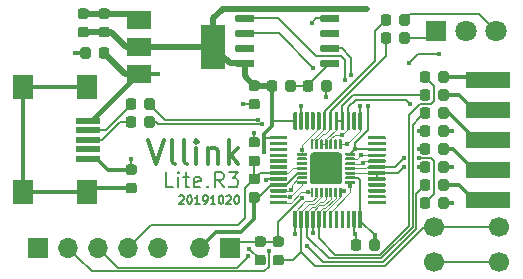
<source format=gbr>
G04 #@! TF.GenerationSoftware,KiCad,Pcbnew,(5.1.4)-1*
G04 #@! TF.CreationDate,2019-11-22T21:00:23+08:00*
G04 #@! TF.ProjectId,vllink_lite.r3,766c6c69-6e6b-45f6-9c69-74652e72332e,rev?*
G04 #@! TF.SameCoordinates,Original*
G04 #@! TF.FileFunction,Copper,L1,Top*
G04 #@! TF.FilePolarity,Positive*
%FSLAX46Y46*%
G04 Gerber Fmt 4.6, Leading zero omitted, Abs format (unit mm)*
G04 Created by KiCad (PCBNEW (5.1.4)-1) date 2019-11-22 21:00:23*
%MOMM*%
%LPD*%
G04 APERTURE LIST*
%ADD10C,0.150000*%
%ADD11C,0.200000*%
%ADD12C,0.300000*%
%ADD13O,1.700000X1.700000*%
%ADD14R,1.700000X1.700000*%
%ADD15C,1.700000*%
%ADD16C,0.250000*%
%ADD17C,2.700000*%
%ADD18C,0.300000*%
%ADD19C,0.600000*%
%ADD20R,2.000000X1.500000*%
%ADD21R,2.000000X3.800000*%
%ADD22C,0.875000*%
%ADD23C,1.800000*%
%ADD24R,1.800000X1.800000*%
%ADD25R,1.700000X2.000000*%
%ADD26R,2.000000X0.500000*%
%ADD27R,3.800000X1.400000*%
%ADD28C,0.406400*%
%ADD29C,0.508000*%
%ADD30C,0.304800*%
%ADD31C,0.203200*%
%ADD32C,0.406400*%
%ADD33C,0.152400*%
%ADD34C,0.101600*%
G04 APERTURE END LIST*
D10*
X103384666Y-116015333D02*
X103418000Y-115982000D01*
X103484666Y-115948666D01*
X103651333Y-115948666D01*
X103718000Y-115982000D01*
X103751333Y-116015333D01*
X103784666Y-116082000D01*
X103784666Y-116148666D01*
X103751333Y-116248666D01*
X103351333Y-116648666D01*
X103784666Y-116648666D01*
X104218000Y-115948666D02*
X104284666Y-115948666D01*
X104351333Y-115982000D01*
X104384666Y-116015333D01*
X104418000Y-116082000D01*
X104451333Y-116215333D01*
X104451333Y-116382000D01*
X104418000Y-116515333D01*
X104384666Y-116582000D01*
X104351333Y-116615333D01*
X104284666Y-116648666D01*
X104218000Y-116648666D01*
X104151333Y-116615333D01*
X104118000Y-116582000D01*
X104084666Y-116515333D01*
X104051333Y-116382000D01*
X104051333Y-116215333D01*
X104084666Y-116082000D01*
X104118000Y-116015333D01*
X104151333Y-115982000D01*
X104218000Y-115948666D01*
X105118000Y-116648666D02*
X104718000Y-116648666D01*
X104918000Y-116648666D02*
X104918000Y-115948666D01*
X104851333Y-116048666D01*
X104784666Y-116115333D01*
X104718000Y-116148666D01*
X105451333Y-116648666D02*
X105584666Y-116648666D01*
X105651333Y-116615333D01*
X105684666Y-116582000D01*
X105751333Y-116482000D01*
X105784666Y-116348666D01*
X105784666Y-116082000D01*
X105751333Y-116015333D01*
X105718000Y-115982000D01*
X105651333Y-115948666D01*
X105518000Y-115948666D01*
X105451333Y-115982000D01*
X105418000Y-116015333D01*
X105384666Y-116082000D01*
X105384666Y-116248666D01*
X105418000Y-116315333D01*
X105451333Y-116348666D01*
X105518000Y-116382000D01*
X105651333Y-116382000D01*
X105718000Y-116348666D01*
X105751333Y-116315333D01*
X105784666Y-116248666D01*
X106451333Y-116648666D02*
X106051333Y-116648666D01*
X106251333Y-116648666D02*
X106251333Y-115948666D01*
X106184666Y-116048666D01*
X106118000Y-116115333D01*
X106051333Y-116148666D01*
X106884666Y-115948666D02*
X106951333Y-115948666D01*
X107018000Y-115982000D01*
X107051333Y-116015333D01*
X107084666Y-116082000D01*
X107118000Y-116215333D01*
X107118000Y-116382000D01*
X107084666Y-116515333D01*
X107051333Y-116582000D01*
X107018000Y-116615333D01*
X106951333Y-116648666D01*
X106884666Y-116648666D01*
X106818000Y-116615333D01*
X106784666Y-116582000D01*
X106751333Y-116515333D01*
X106718000Y-116382000D01*
X106718000Y-116215333D01*
X106751333Y-116082000D01*
X106784666Y-116015333D01*
X106818000Y-115982000D01*
X106884666Y-115948666D01*
X107384666Y-116015333D02*
X107418000Y-115982000D01*
X107484666Y-115948666D01*
X107651333Y-115948666D01*
X107718000Y-115982000D01*
X107751333Y-116015333D01*
X107784666Y-116082000D01*
X107784666Y-116148666D01*
X107751333Y-116248666D01*
X107351333Y-116648666D01*
X107784666Y-116648666D01*
X108218000Y-115948666D02*
X108284666Y-115948666D01*
X108351333Y-115982000D01*
X108384666Y-116015333D01*
X108418000Y-116082000D01*
X108451333Y-116215333D01*
X108451333Y-116382000D01*
X108418000Y-116515333D01*
X108384666Y-116582000D01*
X108351333Y-116615333D01*
X108284666Y-116648666D01*
X108218000Y-116648666D01*
X108151333Y-116615333D01*
X108118000Y-116582000D01*
X108084666Y-116515333D01*
X108051333Y-116382000D01*
X108051333Y-116215333D01*
X108084666Y-116082000D01*
X108118000Y-116015333D01*
X108151333Y-115982000D01*
X108218000Y-115948666D01*
D11*
X102868714Y-115269095D02*
X102249666Y-115269095D01*
X102249666Y-113969095D01*
X103302047Y-115269095D02*
X103302047Y-114402428D01*
X103302047Y-113969095D02*
X103240142Y-114031000D01*
X103302047Y-114092904D01*
X103363952Y-114031000D01*
X103302047Y-113969095D01*
X103302047Y-114092904D01*
X103735380Y-114402428D02*
X104230619Y-114402428D01*
X103921095Y-113969095D02*
X103921095Y-115083380D01*
X103983000Y-115207190D01*
X104106809Y-115269095D01*
X104230619Y-115269095D01*
X105159190Y-115207190D02*
X105035380Y-115269095D01*
X104787761Y-115269095D01*
X104663952Y-115207190D01*
X104602047Y-115083380D01*
X104602047Y-114588142D01*
X104663952Y-114464333D01*
X104787761Y-114402428D01*
X105035380Y-114402428D01*
X105159190Y-114464333D01*
X105221095Y-114588142D01*
X105221095Y-114711952D01*
X104602047Y-114835761D01*
X105778238Y-115145285D02*
X105840142Y-115207190D01*
X105778238Y-115269095D01*
X105716333Y-115207190D01*
X105778238Y-115145285D01*
X105778238Y-115269095D01*
X107140142Y-115269095D02*
X106706809Y-114650047D01*
X106397285Y-115269095D02*
X106397285Y-113969095D01*
X106892523Y-113969095D01*
X107016333Y-114031000D01*
X107078238Y-114092904D01*
X107140142Y-114216714D01*
X107140142Y-114402428D01*
X107078238Y-114526238D01*
X107016333Y-114588142D01*
X106892523Y-114650047D01*
X106397285Y-114650047D01*
X107573476Y-113969095D02*
X108378238Y-113969095D01*
X107944904Y-114464333D01*
X108130619Y-114464333D01*
X108254428Y-114526238D01*
X108316333Y-114588142D01*
X108378238Y-114711952D01*
X108378238Y-115021476D01*
X108316333Y-115145285D01*
X108254428Y-115207190D01*
X108130619Y-115269095D01*
X107759190Y-115269095D01*
X107635380Y-115207190D01*
X107573476Y-115145285D01*
D12*
X100743238Y-111299761D02*
X101409904Y-113299761D01*
X102076571Y-111299761D01*
X103028952Y-113299761D02*
X102838476Y-113204523D01*
X102743238Y-113014047D01*
X102743238Y-111299761D01*
X104076571Y-113299761D02*
X103886095Y-113204523D01*
X103790857Y-113014047D01*
X103790857Y-111299761D01*
X104838476Y-113299761D02*
X104838476Y-111966428D01*
X104838476Y-111299761D02*
X104743238Y-111395000D01*
X104838476Y-111490238D01*
X104933714Y-111395000D01*
X104838476Y-111299761D01*
X104838476Y-111490238D01*
X105790857Y-111966428D02*
X105790857Y-113299761D01*
X105790857Y-112156904D02*
X105886095Y-112061666D01*
X106076571Y-111966428D01*
X106362285Y-111966428D01*
X106552761Y-112061666D01*
X106648000Y-112252142D01*
X106648000Y-113299761D01*
X107600380Y-113299761D02*
X107600380Y-111299761D01*
X107790857Y-112537857D02*
X108362285Y-113299761D01*
X108362285Y-111966428D02*
X107600380Y-112728333D01*
D13*
X101600000Y-120396000D03*
X99060000Y-120396000D03*
X96520000Y-120396000D03*
X93980000Y-120396000D03*
D14*
X91440000Y-120396000D03*
D15*
X130442000Y-118614000D03*
X130442000Y-121614000D03*
X124942000Y-118614000D03*
X124942000Y-121614000D03*
D10*
G36*
X114692626Y-111215301D02*
G01*
X114698693Y-111216201D01*
X114704643Y-111217691D01*
X114710418Y-111219758D01*
X114715962Y-111222380D01*
X114721223Y-111225533D01*
X114726150Y-111229187D01*
X114730694Y-111233306D01*
X114734813Y-111237850D01*
X114738467Y-111242777D01*
X114741620Y-111248038D01*
X114744242Y-111253582D01*
X114746309Y-111259357D01*
X114747799Y-111265307D01*
X114748699Y-111271374D01*
X114749000Y-111277500D01*
X114749000Y-111977500D01*
X114748699Y-111983626D01*
X114747799Y-111989693D01*
X114746309Y-111995643D01*
X114744242Y-112001418D01*
X114741620Y-112006962D01*
X114738467Y-112012223D01*
X114734813Y-112017150D01*
X114730694Y-112021694D01*
X114726150Y-112025813D01*
X114721223Y-112029467D01*
X114715962Y-112032620D01*
X114710418Y-112035242D01*
X114704643Y-112037309D01*
X114698693Y-112038799D01*
X114692626Y-112039699D01*
X114686500Y-112040000D01*
X114561500Y-112040000D01*
X114555374Y-112039699D01*
X114549307Y-112038799D01*
X114543357Y-112037309D01*
X114537582Y-112035242D01*
X114532038Y-112032620D01*
X114526777Y-112029467D01*
X114521850Y-112025813D01*
X114517306Y-112021694D01*
X114513187Y-112017150D01*
X114509533Y-112012223D01*
X114506380Y-112006962D01*
X114503758Y-112001418D01*
X114501691Y-111995643D01*
X114500201Y-111989693D01*
X114499301Y-111983626D01*
X114499000Y-111977500D01*
X114499000Y-111277500D01*
X114499301Y-111271374D01*
X114500201Y-111265307D01*
X114501691Y-111259357D01*
X114503758Y-111253582D01*
X114506380Y-111248038D01*
X114509533Y-111242777D01*
X114513187Y-111237850D01*
X114517306Y-111233306D01*
X114521850Y-111229187D01*
X114526777Y-111225533D01*
X114532038Y-111222380D01*
X114537582Y-111219758D01*
X114543357Y-111217691D01*
X114549307Y-111216201D01*
X114555374Y-111215301D01*
X114561500Y-111215000D01*
X114686500Y-111215000D01*
X114692626Y-111215301D01*
X114692626Y-111215301D01*
G37*
D16*
X114624000Y-111627500D03*
D10*
G36*
X115092626Y-111215301D02*
G01*
X115098693Y-111216201D01*
X115104643Y-111217691D01*
X115110418Y-111219758D01*
X115115962Y-111222380D01*
X115121223Y-111225533D01*
X115126150Y-111229187D01*
X115130694Y-111233306D01*
X115134813Y-111237850D01*
X115138467Y-111242777D01*
X115141620Y-111248038D01*
X115144242Y-111253582D01*
X115146309Y-111259357D01*
X115147799Y-111265307D01*
X115148699Y-111271374D01*
X115149000Y-111277500D01*
X115149000Y-111977500D01*
X115148699Y-111983626D01*
X115147799Y-111989693D01*
X115146309Y-111995643D01*
X115144242Y-112001418D01*
X115141620Y-112006962D01*
X115138467Y-112012223D01*
X115134813Y-112017150D01*
X115130694Y-112021694D01*
X115126150Y-112025813D01*
X115121223Y-112029467D01*
X115115962Y-112032620D01*
X115110418Y-112035242D01*
X115104643Y-112037309D01*
X115098693Y-112038799D01*
X115092626Y-112039699D01*
X115086500Y-112040000D01*
X114961500Y-112040000D01*
X114955374Y-112039699D01*
X114949307Y-112038799D01*
X114943357Y-112037309D01*
X114937582Y-112035242D01*
X114932038Y-112032620D01*
X114926777Y-112029467D01*
X114921850Y-112025813D01*
X114917306Y-112021694D01*
X114913187Y-112017150D01*
X114909533Y-112012223D01*
X114906380Y-112006962D01*
X114903758Y-112001418D01*
X114901691Y-111995643D01*
X114900201Y-111989693D01*
X114899301Y-111983626D01*
X114899000Y-111977500D01*
X114899000Y-111277500D01*
X114899301Y-111271374D01*
X114900201Y-111265307D01*
X114901691Y-111259357D01*
X114903758Y-111253582D01*
X114906380Y-111248038D01*
X114909533Y-111242777D01*
X114913187Y-111237850D01*
X114917306Y-111233306D01*
X114921850Y-111229187D01*
X114926777Y-111225533D01*
X114932038Y-111222380D01*
X114937582Y-111219758D01*
X114943357Y-111217691D01*
X114949307Y-111216201D01*
X114955374Y-111215301D01*
X114961500Y-111215000D01*
X115086500Y-111215000D01*
X115092626Y-111215301D01*
X115092626Y-111215301D01*
G37*
D16*
X115024000Y-111627500D03*
D10*
G36*
X115492626Y-111215301D02*
G01*
X115498693Y-111216201D01*
X115504643Y-111217691D01*
X115510418Y-111219758D01*
X115515962Y-111222380D01*
X115521223Y-111225533D01*
X115526150Y-111229187D01*
X115530694Y-111233306D01*
X115534813Y-111237850D01*
X115538467Y-111242777D01*
X115541620Y-111248038D01*
X115544242Y-111253582D01*
X115546309Y-111259357D01*
X115547799Y-111265307D01*
X115548699Y-111271374D01*
X115549000Y-111277500D01*
X115549000Y-111977500D01*
X115548699Y-111983626D01*
X115547799Y-111989693D01*
X115546309Y-111995643D01*
X115544242Y-112001418D01*
X115541620Y-112006962D01*
X115538467Y-112012223D01*
X115534813Y-112017150D01*
X115530694Y-112021694D01*
X115526150Y-112025813D01*
X115521223Y-112029467D01*
X115515962Y-112032620D01*
X115510418Y-112035242D01*
X115504643Y-112037309D01*
X115498693Y-112038799D01*
X115492626Y-112039699D01*
X115486500Y-112040000D01*
X115361500Y-112040000D01*
X115355374Y-112039699D01*
X115349307Y-112038799D01*
X115343357Y-112037309D01*
X115337582Y-112035242D01*
X115332038Y-112032620D01*
X115326777Y-112029467D01*
X115321850Y-112025813D01*
X115317306Y-112021694D01*
X115313187Y-112017150D01*
X115309533Y-112012223D01*
X115306380Y-112006962D01*
X115303758Y-112001418D01*
X115301691Y-111995643D01*
X115300201Y-111989693D01*
X115299301Y-111983626D01*
X115299000Y-111977500D01*
X115299000Y-111277500D01*
X115299301Y-111271374D01*
X115300201Y-111265307D01*
X115301691Y-111259357D01*
X115303758Y-111253582D01*
X115306380Y-111248038D01*
X115309533Y-111242777D01*
X115313187Y-111237850D01*
X115317306Y-111233306D01*
X115321850Y-111229187D01*
X115326777Y-111225533D01*
X115332038Y-111222380D01*
X115337582Y-111219758D01*
X115343357Y-111217691D01*
X115349307Y-111216201D01*
X115355374Y-111215301D01*
X115361500Y-111215000D01*
X115486500Y-111215000D01*
X115492626Y-111215301D01*
X115492626Y-111215301D01*
G37*
D16*
X115424000Y-111627500D03*
D10*
G36*
X115892626Y-111215301D02*
G01*
X115898693Y-111216201D01*
X115904643Y-111217691D01*
X115910418Y-111219758D01*
X115915962Y-111222380D01*
X115921223Y-111225533D01*
X115926150Y-111229187D01*
X115930694Y-111233306D01*
X115934813Y-111237850D01*
X115938467Y-111242777D01*
X115941620Y-111248038D01*
X115944242Y-111253582D01*
X115946309Y-111259357D01*
X115947799Y-111265307D01*
X115948699Y-111271374D01*
X115949000Y-111277500D01*
X115949000Y-111977500D01*
X115948699Y-111983626D01*
X115947799Y-111989693D01*
X115946309Y-111995643D01*
X115944242Y-112001418D01*
X115941620Y-112006962D01*
X115938467Y-112012223D01*
X115934813Y-112017150D01*
X115930694Y-112021694D01*
X115926150Y-112025813D01*
X115921223Y-112029467D01*
X115915962Y-112032620D01*
X115910418Y-112035242D01*
X115904643Y-112037309D01*
X115898693Y-112038799D01*
X115892626Y-112039699D01*
X115886500Y-112040000D01*
X115761500Y-112040000D01*
X115755374Y-112039699D01*
X115749307Y-112038799D01*
X115743357Y-112037309D01*
X115737582Y-112035242D01*
X115732038Y-112032620D01*
X115726777Y-112029467D01*
X115721850Y-112025813D01*
X115717306Y-112021694D01*
X115713187Y-112017150D01*
X115709533Y-112012223D01*
X115706380Y-112006962D01*
X115703758Y-112001418D01*
X115701691Y-111995643D01*
X115700201Y-111989693D01*
X115699301Y-111983626D01*
X115699000Y-111977500D01*
X115699000Y-111277500D01*
X115699301Y-111271374D01*
X115700201Y-111265307D01*
X115701691Y-111259357D01*
X115703758Y-111253582D01*
X115706380Y-111248038D01*
X115709533Y-111242777D01*
X115713187Y-111237850D01*
X115717306Y-111233306D01*
X115721850Y-111229187D01*
X115726777Y-111225533D01*
X115732038Y-111222380D01*
X115737582Y-111219758D01*
X115743357Y-111217691D01*
X115749307Y-111216201D01*
X115755374Y-111215301D01*
X115761500Y-111215000D01*
X115886500Y-111215000D01*
X115892626Y-111215301D01*
X115892626Y-111215301D01*
G37*
D16*
X115824000Y-111627500D03*
D10*
G36*
X116292626Y-111215301D02*
G01*
X116298693Y-111216201D01*
X116304643Y-111217691D01*
X116310418Y-111219758D01*
X116315962Y-111222380D01*
X116321223Y-111225533D01*
X116326150Y-111229187D01*
X116330694Y-111233306D01*
X116334813Y-111237850D01*
X116338467Y-111242777D01*
X116341620Y-111248038D01*
X116344242Y-111253582D01*
X116346309Y-111259357D01*
X116347799Y-111265307D01*
X116348699Y-111271374D01*
X116349000Y-111277500D01*
X116349000Y-111977500D01*
X116348699Y-111983626D01*
X116347799Y-111989693D01*
X116346309Y-111995643D01*
X116344242Y-112001418D01*
X116341620Y-112006962D01*
X116338467Y-112012223D01*
X116334813Y-112017150D01*
X116330694Y-112021694D01*
X116326150Y-112025813D01*
X116321223Y-112029467D01*
X116315962Y-112032620D01*
X116310418Y-112035242D01*
X116304643Y-112037309D01*
X116298693Y-112038799D01*
X116292626Y-112039699D01*
X116286500Y-112040000D01*
X116161500Y-112040000D01*
X116155374Y-112039699D01*
X116149307Y-112038799D01*
X116143357Y-112037309D01*
X116137582Y-112035242D01*
X116132038Y-112032620D01*
X116126777Y-112029467D01*
X116121850Y-112025813D01*
X116117306Y-112021694D01*
X116113187Y-112017150D01*
X116109533Y-112012223D01*
X116106380Y-112006962D01*
X116103758Y-112001418D01*
X116101691Y-111995643D01*
X116100201Y-111989693D01*
X116099301Y-111983626D01*
X116099000Y-111977500D01*
X116099000Y-111277500D01*
X116099301Y-111271374D01*
X116100201Y-111265307D01*
X116101691Y-111259357D01*
X116103758Y-111253582D01*
X116106380Y-111248038D01*
X116109533Y-111242777D01*
X116113187Y-111237850D01*
X116117306Y-111233306D01*
X116121850Y-111229187D01*
X116126777Y-111225533D01*
X116132038Y-111222380D01*
X116137582Y-111219758D01*
X116143357Y-111217691D01*
X116149307Y-111216201D01*
X116155374Y-111215301D01*
X116161500Y-111215000D01*
X116286500Y-111215000D01*
X116292626Y-111215301D01*
X116292626Y-111215301D01*
G37*
D16*
X116224000Y-111627500D03*
D10*
G36*
X116692626Y-111215301D02*
G01*
X116698693Y-111216201D01*
X116704643Y-111217691D01*
X116710418Y-111219758D01*
X116715962Y-111222380D01*
X116721223Y-111225533D01*
X116726150Y-111229187D01*
X116730694Y-111233306D01*
X116734813Y-111237850D01*
X116738467Y-111242777D01*
X116741620Y-111248038D01*
X116744242Y-111253582D01*
X116746309Y-111259357D01*
X116747799Y-111265307D01*
X116748699Y-111271374D01*
X116749000Y-111277500D01*
X116749000Y-111977500D01*
X116748699Y-111983626D01*
X116747799Y-111989693D01*
X116746309Y-111995643D01*
X116744242Y-112001418D01*
X116741620Y-112006962D01*
X116738467Y-112012223D01*
X116734813Y-112017150D01*
X116730694Y-112021694D01*
X116726150Y-112025813D01*
X116721223Y-112029467D01*
X116715962Y-112032620D01*
X116710418Y-112035242D01*
X116704643Y-112037309D01*
X116698693Y-112038799D01*
X116692626Y-112039699D01*
X116686500Y-112040000D01*
X116561500Y-112040000D01*
X116555374Y-112039699D01*
X116549307Y-112038799D01*
X116543357Y-112037309D01*
X116537582Y-112035242D01*
X116532038Y-112032620D01*
X116526777Y-112029467D01*
X116521850Y-112025813D01*
X116517306Y-112021694D01*
X116513187Y-112017150D01*
X116509533Y-112012223D01*
X116506380Y-112006962D01*
X116503758Y-112001418D01*
X116501691Y-111995643D01*
X116500201Y-111989693D01*
X116499301Y-111983626D01*
X116499000Y-111977500D01*
X116499000Y-111277500D01*
X116499301Y-111271374D01*
X116500201Y-111265307D01*
X116501691Y-111259357D01*
X116503758Y-111253582D01*
X116506380Y-111248038D01*
X116509533Y-111242777D01*
X116513187Y-111237850D01*
X116517306Y-111233306D01*
X116521850Y-111229187D01*
X116526777Y-111225533D01*
X116532038Y-111222380D01*
X116537582Y-111219758D01*
X116543357Y-111217691D01*
X116549307Y-111216201D01*
X116555374Y-111215301D01*
X116561500Y-111215000D01*
X116686500Y-111215000D01*
X116692626Y-111215301D01*
X116692626Y-111215301D01*
G37*
D16*
X116624000Y-111627500D03*
D10*
G36*
X117092626Y-111215301D02*
G01*
X117098693Y-111216201D01*
X117104643Y-111217691D01*
X117110418Y-111219758D01*
X117115962Y-111222380D01*
X117121223Y-111225533D01*
X117126150Y-111229187D01*
X117130694Y-111233306D01*
X117134813Y-111237850D01*
X117138467Y-111242777D01*
X117141620Y-111248038D01*
X117144242Y-111253582D01*
X117146309Y-111259357D01*
X117147799Y-111265307D01*
X117148699Y-111271374D01*
X117149000Y-111277500D01*
X117149000Y-111977500D01*
X117148699Y-111983626D01*
X117147799Y-111989693D01*
X117146309Y-111995643D01*
X117144242Y-112001418D01*
X117141620Y-112006962D01*
X117138467Y-112012223D01*
X117134813Y-112017150D01*
X117130694Y-112021694D01*
X117126150Y-112025813D01*
X117121223Y-112029467D01*
X117115962Y-112032620D01*
X117110418Y-112035242D01*
X117104643Y-112037309D01*
X117098693Y-112038799D01*
X117092626Y-112039699D01*
X117086500Y-112040000D01*
X116961500Y-112040000D01*
X116955374Y-112039699D01*
X116949307Y-112038799D01*
X116943357Y-112037309D01*
X116937582Y-112035242D01*
X116932038Y-112032620D01*
X116926777Y-112029467D01*
X116921850Y-112025813D01*
X116917306Y-112021694D01*
X116913187Y-112017150D01*
X116909533Y-112012223D01*
X116906380Y-112006962D01*
X116903758Y-112001418D01*
X116901691Y-111995643D01*
X116900201Y-111989693D01*
X116899301Y-111983626D01*
X116899000Y-111977500D01*
X116899000Y-111277500D01*
X116899301Y-111271374D01*
X116900201Y-111265307D01*
X116901691Y-111259357D01*
X116903758Y-111253582D01*
X116906380Y-111248038D01*
X116909533Y-111242777D01*
X116913187Y-111237850D01*
X116917306Y-111233306D01*
X116921850Y-111229187D01*
X116926777Y-111225533D01*
X116932038Y-111222380D01*
X116937582Y-111219758D01*
X116943357Y-111217691D01*
X116949307Y-111216201D01*
X116955374Y-111215301D01*
X116961500Y-111215000D01*
X117086500Y-111215000D01*
X117092626Y-111215301D01*
X117092626Y-111215301D01*
G37*
D16*
X117024000Y-111627500D03*
D10*
G36*
X118217626Y-112340301D02*
G01*
X118223693Y-112341201D01*
X118229643Y-112342691D01*
X118235418Y-112344758D01*
X118240962Y-112347380D01*
X118246223Y-112350533D01*
X118251150Y-112354187D01*
X118255694Y-112358306D01*
X118259813Y-112362850D01*
X118263467Y-112367777D01*
X118266620Y-112373038D01*
X118269242Y-112378582D01*
X118271309Y-112384357D01*
X118272799Y-112390307D01*
X118273699Y-112396374D01*
X118274000Y-112402500D01*
X118274000Y-112527500D01*
X118273699Y-112533626D01*
X118272799Y-112539693D01*
X118271309Y-112545643D01*
X118269242Y-112551418D01*
X118266620Y-112556962D01*
X118263467Y-112562223D01*
X118259813Y-112567150D01*
X118255694Y-112571694D01*
X118251150Y-112575813D01*
X118246223Y-112579467D01*
X118240962Y-112582620D01*
X118235418Y-112585242D01*
X118229643Y-112587309D01*
X118223693Y-112588799D01*
X118217626Y-112589699D01*
X118211500Y-112590000D01*
X117511500Y-112590000D01*
X117505374Y-112589699D01*
X117499307Y-112588799D01*
X117493357Y-112587309D01*
X117487582Y-112585242D01*
X117482038Y-112582620D01*
X117476777Y-112579467D01*
X117471850Y-112575813D01*
X117467306Y-112571694D01*
X117463187Y-112567150D01*
X117459533Y-112562223D01*
X117456380Y-112556962D01*
X117453758Y-112551418D01*
X117451691Y-112545643D01*
X117450201Y-112539693D01*
X117449301Y-112533626D01*
X117449000Y-112527500D01*
X117449000Y-112402500D01*
X117449301Y-112396374D01*
X117450201Y-112390307D01*
X117451691Y-112384357D01*
X117453758Y-112378582D01*
X117456380Y-112373038D01*
X117459533Y-112367777D01*
X117463187Y-112362850D01*
X117467306Y-112358306D01*
X117471850Y-112354187D01*
X117476777Y-112350533D01*
X117482038Y-112347380D01*
X117487582Y-112344758D01*
X117493357Y-112342691D01*
X117499307Y-112341201D01*
X117505374Y-112340301D01*
X117511500Y-112340000D01*
X118211500Y-112340000D01*
X118217626Y-112340301D01*
X118217626Y-112340301D01*
G37*
D16*
X117861500Y-112465000D03*
D10*
G36*
X118217626Y-112740301D02*
G01*
X118223693Y-112741201D01*
X118229643Y-112742691D01*
X118235418Y-112744758D01*
X118240962Y-112747380D01*
X118246223Y-112750533D01*
X118251150Y-112754187D01*
X118255694Y-112758306D01*
X118259813Y-112762850D01*
X118263467Y-112767777D01*
X118266620Y-112773038D01*
X118269242Y-112778582D01*
X118271309Y-112784357D01*
X118272799Y-112790307D01*
X118273699Y-112796374D01*
X118274000Y-112802500D01*
X118274000Y-112927500D01*
X118273699Y-112933626D01*
X118272799Y-112939693D01*
X118271309Y-112945643D01*
X118269242Y-112951418D01*
X118266620Y-112956962D01*
X118263467Y-112962223D01*
X118259813Y-112967150D01*
X118255694Y-112971694D01*
X118251150Y-112975813D01*
X118246223Y-112979467D01*
X118240962Y-112982620D01*
X118235418Y-112985242D01*
X118229643Y-112987309D01*
X118223693Y-112988799D01*
X118217626Y-112989699D01*
X118211500Y-112990000D01*
X117511500Y-112990000D01*
X117505374Y-112989699D01*
X117499307Y-112988799D01*
X117493357Y-112987309D01*
X117487582Y-112985242D01*
X117482038Y-112982620D01*
X117476777Y-112979467D01*
X117471850Y-112975813D01*
X117467306Y-112971694D01*
X117463187Y-112967150D01*
X117459533Y-112962223D01*
X117456380Y-112956962D01*
X117453758Y-112951418D01*
X117451691Y-112945643D01*
X117450201Y-112939693D01*
X117449301Y-112933626D01*
X117449000Y-112927500D01*
X117449000Y-112802500D01*
X117449301Y-112796374D01*
X117450201Y-112790307D01*
X117451691Y-112784357D01*
X117453758Y-112778582D01*
X117456380Y-112773038D01*
X117459533Y-112767777D01*
X117463187Y-112762850D01*
X117467306Y-112758306D01*
X117471850Y-112754187D01*
X117476777Y-112750533D01*
X117482038Y-112747380D01*
X117487582Y-112744758D01*
X117493357Y-112742691D01*
X117499307Y-112741201D01*
X117505374Y-112740301D01*
X117511500Y-112740000D01*
X118211500Y-112740000D01*
X118217626Y-112740301D01*
X118217626Y-112740301D01*
G37*
D16*
X117861500Y-112865000D03*
D10*
G36*
X118217626Y-113140301D02*
G01*
X118223693Y-113141201D01*
X118229643Y-113142691D01*
X118235418Y-113144758D01*
X118240962Y-113147380D01*
X118246223Y-113150533D01*
X118251150Y-113154187D01*
X118255694Y-113158306D01*
X118259813Y-113162850D01*
X118263467Y-113167777D01*
X118266620Y-113173038D01*
X118269242Y-113178582D01*
X118271309Y-113184357D01*
X118272799Y-113190307D01*
X118273699Y-113196374D01*
X118274000Y-113202500D01*
X118274000Y-113327500D01*
X118273699Y-113333626D01*
X118272799Y-113339693D01*
X118271309Y-113345643D01*
X118269242Y-113351418D01*
X118266620Y-113356962D01*
X118263467Y-113362223D01*
X118259813Y-113367150D01*
X118255694Y-113371694D01*
X118251150Y-113375813D01*
X118246223Y-113379467D01*
X118240962Y-113382620D01*
X118235418Y-113385242D01*
X118229643Y-113387309D01*
X118223693Y-113388799D01*
X118217626Y-113389699D01*
X118211500Y-113390000D01*
X117511500Y-113390000D01*
X117505374Y-113389699D01*
X117499307Y-113388799D01*
X117493357Y-113387309D01*
X117487582Y-113385242D01*
X117482038Y-113382620D01*
X117476777Y-113379467D01*
X117471850Y-113375813D01*
X117467306Y-113371694D01*
X117463187Y-113367150D01*
X117459533Y-113362223D01*
X117456380Y-113356962D01*
X117453758Y-113351418D01*
X117451691Y-113345643D01*
X117450201Y-113339693D01*
X117449301Y-113333626D01*
X117449000Y-113327500D01*
X117449000Y-113202500D01*
X117449301Y-113196374D01*
X117450201Y-113190307D01*
X117451691Y-113184357D01*
X117453758Y-113178582D01*
X117456380Y-113173038D01*
X117459533Y-113167777D01*
X117463187Y-113162850D01*
X117467306Y-113158306D01*
X117471850Y-113154187D01*
X117476777Y-113150533D01*
X117482038Y-113147380D01*
X117487582Y-113144758D01*
X117493357Y-113142691D01*
X117499307Y-113141201D01*
X117505374Y-113140301D01*
X117511500Y-113140000D01*
X118211500Y-113140000D01*
X118217626Y-113140301D01*
X118217626Y-113140301D01*
G37*
D16*
X117861500Y-113265000D03*
D10*
G36*
X118217626Y-113540301D02*
G01*
X118223693Y-113541201D01*
X118229643Y-113542691D01*
X118235418Y-113544758D01*
X118240962Y-113547380D01*
X118246223Y-113550533D01*
X118251150Y-113554187D01*
X118255694Y-113558306D01*
X118259813Y-113562850D01*
X118263467Y-113567777D01*
X118266620Y-113573038D01*
X118269242Y-113578582D01*
X118271309Y-113584357D01*
X118272799Y-113590307D01*
X118273699Y-113596374D01*
X118274000Y-113602500D01*
X118274000Y-113727500D01*
X118273699Y-113733626D01*
X118272799Y-113739693D01*
X118271309Y-113745643D01*
X118269242Y-113751418D01*
X118266620Y-113756962D01*
X118263467Y-113762223D01*
X118259813Y-113767150D01*
X118255694Y-113771694D01*
X118251150Y-113775813D01*
X118246223Y-113779467D01*
X118240962Y-113782620D01*
X118235418Y-113785242D01*
X118229643Y-113787309D01*
X118223693Y-113788799D01*
X118217626Y-113789699D01*
X118211500Y-113790000D01*
X117511500Y-113790000D01*
X117505374Y-113789699D01*
X117499307Y-113788799D01*
X117493357Y-113787309D01*
X117487582Y-113785242D01*
X117482038Y-113782620D01*
X117476777Y-113779467D01*
X117471850Y-113775813D01*
X117467306Y-113771694D01*
X117463187Y-113767150D01*
X117459533Y-113762223D01*
X117456380Y-113756962D01*
X117453758Y-113751418D01*
X117451691Y-113745643D01*
X117450201Y-113739693D01*
X117449301Y-113733626D01*
X117449000Y-113727500D01*
X117449000Y-113602500D01*
X117449301Y-113596374D01*
X117450201Y-113590307D01*
X117451691Y-113584357D01*
X117453758Y-113578582D01*
X117456380Y-113573038D01*
X117459533Y-113567777D01*
X117463187Y-113562850D01*
X117467306Y-113558306D01*
X117471850Y-113554187D01*
X117476777Y-113550533D01*
X117482038Y-113547380D01*
X117487582Y-113544758D01*
X117493357Y-113542691D01*
X117499307Y-113541201D01*
X117505374Y-113540301D01*
X117511500Y-113540000D01*
X118211500Y-113540000D01*
X118217626Y-113540301D01*
X118217626Y-113540301D01*
G37*
D16*
X117861500Y-113665000D03*
D10*
G36*
X118217626Y-113940301D02*
G01*
X118223693Y-113941201D01*
X118229643Y-113942691D01*
X118235418Y-113944758D01*
X118240962Y-113947380D01*
X118246223Y-113950533D01*
X118251150Y-113954187D01*
X118255694Y-113958306D01*
X118259813Y-113962850D01*
X118263467Y-113967777D01*
X118266620Y-113973038D01*
X118269242Y-113978582D01*
X118271309Y-113984357D01*
X118272799Y-113990307D01*
X118273699Y-113996374D01*
X118274000Y-114002500D01*
X118274000Y-114127500D01*
X118273699Y-114133626D01*
X118272799Y-114139693D01*
X118271309Y-114145643D01*
X118269242Y-114151418D01*
X118266620Y-114156962D01*
X118263467Y-114162223D01*
X118259813Y-114167150D01*
X118255694Y-114171694D01*
X118251150Y-114175813D01*
X118246223Y-114179467D01*
X118240962Y-114182620D01*
X118235418Y-114185242D01*
X118229643Y-114187309D01*
X118223693Y-114188799D01*
X118217626Y-114189699D01*
X118211500Y-114190000D01*
X117511500Y-114190000D01*
X117505374Y-114189699D01*
X117499307Y-114188799D01*
X117493357Y-114187309D01*
X117487582Y-114185242D01*
X117482038Y-114182620D01*
X117476777Y-114179467D01*
X117471850Y-114175813D01*
X117467306Y-114171694D01*
X117463187Y-114167150D01*
X117459533Y-114162223D01*
X117456380Y-114156962D01*
X117453758Y-114151418D01*
X117451691Y-114145643D01*
X117450201Y-114139693D01*
X117449301Y-114133626D01*
X117449000Y-114127500D01*
X117449000Y-114002500D01*
X117449301Y-113996374D01*
X117450201Y-113990307D01*
X117451691Y-113984357D01*
X117453758Y-113978582D01*
X117456380Y-113973038D01*
X117459533Y-113967777D01*
X117463187Y-113962850D01*
X117467306Y-113958306D01*
X117471850Y-113954187D01*
X117476777Y-113950533D01*
X117482038Y-113947380D01*
X117487582Y-113944758D01*
X117493357Y-113942691D01*
X117499307Y-113941201D01*
X117505374Y-113940301D01*
X117511500Y-113940000D01*
X118211500Y-113940000D01*
X118217626Y-113940301D01*
X118217626Y-113940301D01*
G37*
D16*
X117861500Y-114065000D03*
D10*
G36*
X118217626Y-114340301D02*
G01*
X118223693Y-114341201D01*
X118229643Y-114342691D01*
X118235418Y-114344758D01*
X118240962Y-114347380D01*
X118246223Y-114350533D01*
X118251150Y-114354187D01*
X118255694Y-114358306D01*
X118259813Y-114362850D01*
X118263467Y-114367777D01*
X118266620Y-114373038D01*
X118269242Y-114378582D01*
X118271309Y-114384357D01*
X118272799Y-114390307D01*
X118273699Y-114396374D01*
X118274000Y-114402500D01*
X118274000Y-114527500D01*
X118273699Y-114533626D01*
X118272799Y-114539693D01*
X118271309Y-114545643D01*
X118269242Y-114551418D01*
X118266620Y-114556962D01*
X118263467Y-114562223D01*
X118259813Y-114567150D01*
X118255694Y-114571694D01*
X118251150Y-114575813D01*
X118246223Y-114579467D01*
X118240962Y-114582620D01*
X118235418Y-114585242D01*
X118229643Y-114587309D01*
X118223693Y-114588799D01*
X118217626Y-114589699D01*
X118211500Y-114590000D01*
X117511500Y-114590000D01*
X117505374Y-114589699D01*
X117499307Y-114588799D01*
X117493357Y-114587309D01*
X117487582Y-114585242D01*
X117482038Y-114582620D01*
X117476777Y-114579467D01*
X117471850Y-114575813D01*
X117467306Y-114571694D01*
X117463187Y-114567150D01*
X117459533Y-114562223D01*
X117456380Y-114556962D01*
X117453758Y-114551418D01*
X117451691Y-114545643D01*
X117450201Y-114539693D01*
X117449301Y-114533626D01*
X117449000Y-114527500D01*
X117449000Y-114402500D01*
X117449301Y-114396374D01*
X117450201Y-114390307D01*
X117451691Y-114384357D01*
X117453758Y-114378582D01*
X117456380Y-114373038D01*
X117459533Y-114367777D01*
X117463187Y-114362850D01*
X117467306Y-114358306D01*
X117471850Y-114354187D01*
X117476777Y-114350533D01*
X117482038Y-114347380D01*
X117487582Y-114344758D01*
X117493357Y-114342691D01*
X117499307Y-114341201D01*
X117505374Y-114340301D01*
X117511500Y-114340000D01*
X118211500Y-114340000D01*
X118217626Y-114340301D01*
X118217626Y-114340301D01*
G37*
D16*
X117861500Y-114465000D03*
D10*
G36*
X118217626Y-114740301D02*
G01*
X118223693Y-114741201D01*
X118229643Y-114742691D01*
X118235418Y-114744758D01*
X118240962Y-114747380D01*
X118246223Y-114750533D01*
X118251150Y-114754187D01*
X118255694Y-114758306D01*
X118259813Y-114762850D01*
X118263467Y-114767777D01*
X118266620Y-114773038D01*
X118269242Y-114778582D01*
X118271309Y-114784357D01*
X118272799Y-114790307D01*
X118273699Y-114796374D01*
X118274000Y-114802500D01*
X118274000Y-114927500D01*
X118273699Y-114933626D01*
X118272799Y-114939693D01*
X118271309Y-114945643D01*
X118269242Y-114951418D01*
X118266620Y-114956962D01*
X118263467Y-114962223D01*
X118259813Y-114967150D01*
X118255694Y-114971694D01*
X118251150Y-114975813D01*
X118246223Y-114979467D01*
X118240962Y-114982620D01*
X118235418Y-114985242D01*
X118229643Y-114987309D01*
X118223693Y-114988799D01*
X118217626Y-114989699D01*
X118211500Y-114990000D01*
X117511500Y-114990000D01*
X117505374Y-114989699D01*
X117499307Y-114988799D01*
X117493357Y-114987309D01*
X117487582Y-114985242D01*
X117482038Y-114982620D01*
X117476777Y-114979467D01*
X117471850Y-114975813D01*
X117467306Y-114971694D01*
X117463187Y-114967150D01*
X117459533Y-114962223D01*
X117456380Y-114956962D01*
X117453758Y-114951418D01*
X117451691Y-114945643D01*
X117450201Y-114939693D01*
X117449301Y-114933626D01*
X117449000Y-114927500D01*
X117449000Y-114802500D01*
X117449301Y-114796374D01*
X117450201Y-114790307D01*
X117451691Y-114784357D01*
X117453758Y-114778582D01*
X117456380Y-114773038D01*
X117459533Y-114767777D01*
X117463187Y-114762850D01*
X117467306Y-114758306D01*
X117471850Y-114754187D01*
X117476777Y-114750533D01*
X117482038Y-114747380D01*
X117487582Y-114744758D01*
X117493357Y-114742691D01*
X117499307Y-114741201D01*
X117505374Y-114740301D01*
X117511500Y-114740000D01*
X118211500Y-114740000D01*
X118217626Y-114740301D01*
X118217626Y-114740301D01*
G37*
D16*
X117861500Y-114865000D03*
D10*
G36*
X117092626Y-115290301D02*
G01*
X117098693Y-115291201D01*
X117104643Y-115292691D01*
X117110418Y-115294758D01*
X117115962Y-115297380D01*
X117121223Y-115300533D01*
X117126150Y-115304187D01*
X117130694Y-115308306D01*
X117134813Y-115312850D01*
X117138467Y-115317777D01*
X117141620Y-115323038D01*
X117144242Y-115328582D01*
X117146309Y-115334357D01*
X117147799Y-115340307D01*
X117148699Y-115346374D01*
X117149000Y-115352500D01*
X117149000Y-116052500D01*
X117148699Y-116058626D01*
X117147799Y-116064693D01*
X117146309Y-116070643D01*
X117144242Y-116076418D01*
X117141620Y-116081962D01*
X117138467Y-116087223D01*
X117134813Y-116092150D01*
X117130694Y-116096694D01*
X117126150Y-116100813D01*
X117121223Y-116104467D01*
X117115962Y-116107620D01*
X117110418Y-116110242D01*
X117104643Y-116112309D01*
X117098693Y-116113799D01*
X117092626Y-116114699D01*
X117086500Y-116115000D01*
X116961500Y-116115000D01*
X116955374Y-116114699D01*
X116949307Y-116113799D01*
X116943357Y-116112309D01*
X116937582Y-116110242D01*
X116932038Y-116107620D01*
X116926777Y-116104467D01*
X116921850Y-116100813D01*
X116917306Y-116096694D01*
X116913187Y-116092150D01*
X116909533Y-116087223D01*
X116906380Y-116081962D01*
X116903758Y-116076418D01*
X116901691Y-116070643D01*
X116900201Y-116064693D01*
X116899301Y-116058626D01*
X116899000Y-116052500D01*
X116899000Y-115352500D01*
X116899301Y-115346374D01*
X116900201Y-115340307D01*
X116901691Y-115334357D01*
X116903758Y-115328582D01*
X116906380Y-115323038D01*
X116909533Y-115317777D01*
X116913187Y-115312850D01*
X116917306Y-115308306D01*
X116921850Y-115304187D01*
X116926777Y-115300533D01*
X116932038Y-115297380D01*
X116937582Y-115294758D01*
X116943357Y-115292691D01*
X116949307Y-115291201D01*
X116955374Y-115290301D01*
X116961500Y-115290000D01*
X117086500Y-115290000D01*
X117092626Y-115290301D01*
X117092626Y-115290301D01*
G37*
D16*
X117024000Y-115702500D03*
D10*
G36*
X116692626Y-115290301D02*
G01*
X116698693Y-115291201D01*
X116704643Y-115292691D01*
X116710418Y-115294758D01*
X116715962Y-115297380D01*
X116721223Y-115300533D01*
X116726150Y-115304187D01*
X116730694Y-115308306D01*
X116734813Y-115312850D01*
X116738467Y-115317777D01*
X116741620Y-115323038D01*
X116744242Y-115328582D01*
X116746309Y-115334357D01*
X116747799Y-115340307D01*
X116748699Y-115346374D01*
X116749000Y-115352500D01*
X116749000Y-116052500D01*
X116748699Y-116058626D01*
X116747799Y-116064693D01*
X116746309Y-116070643D01*
X116744242Y-116076418D01*
X116741620Y-116081962D01*
X116738467Y-116087223D01*
X116734813Y-116092150D01*
X116730694Y-116096694D01*
X116726150Y-116100813D01*
X116721223Y-116104467D01*
X116715962Y-116107620D01*
X116710418Y-116110242D01*
X116704643Y-116112309D01*
X116698693Y-116113799D01*
X116692626Y-116114699D01*
X116686500Y-116115000D01*
X116561500Y-116115000D01*
X116555374Y-116114699D01*
X116549307Y-116113799D01*
X116543357Y-116112309D01*
X116537582Y-116110242D01*
X116532038Y-116107620D01*
X116526777Y-116104467D01*
X116521850Y-116100813D01*
X116517306Y-116096694D01*
X116513187Y-116092150D01*
X116509533Y-116087223D01*
X116506380Y-116081962D01*
X116503758Y-116076418D01*
X116501691Y-116070643D01*
X116500201Y-116064693D01*
X116499301Y-116058626D01*
X116499000Y-116052500D01*
X116499000Y-115352500D01*
X116499301Y-115346374D01*
X116500201Y-115340307D01*
X116501691Y-115334357D01*
X116503758Y-115328582D01*
X116506380Y-115323038D01*
X116509533Y-115317777D01*
X116513187Y-115312850D01*
X116517306Y-115308306D01*
X116521850Y-115304187D01*
X116526777Y-115300533D01*
X116532038Y-115297380D01*
X116537582Y-115294758D01*
X116543357Y-115292691D01*
X116549307Y-115291201D01*
X116555374Y-115290301D01*
X116561500Y-115290000D01*
X116686500Y-115290000D01*
X116692626Y-115290301D01*
X116692626Y-115290301D01*
G37*
D16*
X116624000Y-115702500D03*
D10*
G36*
X116292626Y-115290301D02*
G01*
X116298693Y-115291201D01*
X116304643Y-115292691D01*
X116310418Y-115294758D01*
X116315962Y-115297380D01*
X116321223Y-115300533D01*
X116326150Y-115304187D01*
X116330694Y-115308306D01*
X116334813Y-115312850D01*
X116338467Y-115317777D01*
X116341620Y-115323038D01*
X116344242Y-115328582D01*
X116346309Y-115334357D01*
X116347799Y-115340307D01*
X116348699Y-115346374D01*
X116349000Y-115352500D01*
X116349000Y-116052500D01*
X116348699Y-116058626D01*
X116347799Y-116064693D01*
X116346309Y-116070643D01*
X116344242Y-116076418D01*
X116341620Y-116081962D01*
X116338467Y-116087223D01*
X116334813Y-116092150D01*
X116330694Y-116096694D01*
X116326150Y-116100813D01*
X116321223Y-116104467D01*
X116315962Y-116107620D01*
X116310418Y-116110242D01*
X116304643Y-116112309D01*
X116298693Y-116113799D01*
X116292626Y-116114699D01*
X116286500Y-116115000D01*
X116161500Y-116115000D01*
X116155374Y-116114699D01*
X116149307Y-116113799D01*
X116143357Y-116112309D01*
X116137582Y-116110242D01*
X116132038Y-116107620D01*
X116126777Y-116104467D01*
X116121850Y-116100813D01*
X116117306Y-116096694D01*
X116113187Y-116092150D01*
X116109533Y-116087223D01*
X116106380Y-116081962D01*
X116103758Y-116076418D01*
X116101691Y-116070643D01*
X116100201Y-116064693D01*
X116099301Y-116058626D01*
X116099000Y-116052500D01*
X116099000Y-115352500D01*
X116099301Y-115346374D01*
X116100201Y-115340307D01*
X116101691Y-115334357D01*
X116103758Y-115328582D01*
X116106380Y-115323038D01*
X116109533Y-115317777D01*
X116113187Y-115312850D01*
X116117306Y-115308306D01*
X116121850Y-115304187D01*
X116126777Y-115300533D01*
X116132038Y-115297380D01*
X116137582Y-115294758D01*
X116143357Y-115292691D01*
X116149307Y-115291201D01*
X116155374Y-115290301D01*
X116161500Y-115290000D01*
X116286500Y-115290000D01*
X116292626Y-115290301D01*
X116292626Y-115290301D01*
G37*
D16*
X116224000Y-115702500D03*
D10*
G36*
X115892626Y-115290301D02*
G01*
X115898693Y-115291201D01*
X115904643Y-115292691D01*
X115910418Y-115294758D01*
X115915962Y-115297380D01*
X115921223Y-115300533D01*
X115926150Y-115304187D01*
X115930694Y-115308306D01*
X115934813Y-115312850D01*
X115938467Y-115317777D01*
X115941620Y-115323038D01*
X115944242Y-115328582D01*
X115946309Y-115334357D01*
X115947799Y-115340307D01*
X115948699Y-115346374D01*
X115949000Y-115352500D01*
X115949000Y-116052500D01*
X115948699Y-116058626D01*
X115947799Y-116064693D01*
X115946309Y-116070643D01*
X115944242Y-116076418D01*
X115941620Y-116081962D01*
X115938467Y-116087223D01*
X115934813Y-116092150D01*
X115930694Y-116096694D01*
X115926150Y-116100813D01*
X115921223Y-116104467D01*
X115915962Y-116107620D01*
X115910418Y-116110242D01*
X115904643Y-116112309D01*
X115898693Y-116113799D01*
X115892626Y-116114699D01*
X115886500Y-116115000D01*
X115761500Y-116115000D01*
X115755374Y-116114699D01*
X115749307Y-116113799D01*
X115743357Y-116112309D01*
X115737582Y-116110242D01*
X115732038Y-116107620D01*
X115726777Y-116104467D01*
X115721850Y-116100813D01*
X115717306Y-116096694D01*
X115713187Y-116092150D01*
X115709533Y-116087223D01*
X115706380Y-116081962D01*
X115703758Y-116076418D01*
X115701691Y-116070643D01*
X115700201Y-116064693D01*
X115699301Y-116058626D01*
X115699000Y-116052500D01*
X115699000Y-115352500D01*
X115699301Y-115346374D01*
X115700201Y-115340307D01*
X115701691Y-115334357D01*
X115703758Y-115328582D01*
X115706380Y-115323038D01*
X115709533Y-115317777D01*
X115713187Y-115312850D01*
X115717306Y-115308306D01*
X115721850Y-115304187D01*
X115726777Y-115300533D01*
X115732038Y-115297380D01*
X115737582Y-115294758D01*
X115743357Y-115292691D01*
X115749307Y-115291201D01*
X115755374Y-115290301D01*
X115761500Y-115290000D01*
X115886500Y-115290000D01*
X115892626Y-115290301D01*
X115892626Y-115290301D01*
G37*
D16*
X115824000Y-115702500D03*
D10*
G36*
X115492626Y-115290301D02*
G01*
X115498693Y-115291201D01*
X115504643Y-115292691D01*
X115510418Y-115294758D01*
X115515962Y-115297380D01*
X115521223Y-115300533D01*
X115526150Y-115304187D01*
X115530694Y-115308306D01*
X115534813Y-115312850D01*
X115538467Y-115317777D01*
X115541620Y-115323038D01*
X115544242Y-115328582D01*
X115546309Y-115334357D01*
X115547799Y-115340307D01*
X115548699Y-115346374D01*
X115549000Y-115352500D01*
X115549000Y-116052500D01*
X115548699Y-116058626D01*
X115547799Y-116064693D01*
X115546309Y-116070643D01*
X115544242Y-116076418D01*
X115541620Y-116081962D01*
X115538467Y-116087223D01*
X115534813Y-116092150D01*
X115530694Y-116096694D01*
X115526150Y-116100813D01*
X115521223Y-116104467D01*
X115515962Y-116107620D01*
X115510418Y-116110242D01*
X115504643Y-116112309D01*
X115498693Y-116113799D01*
X115492626Y-116114699D01*
X115486500Y-116115000D01*
X115361500Y-116115000D01*
X115355374Y-116114699D01*
X115349307Y-116113799D01*
X115343357Y-116112309D01*
X115337582Y-116110242D01*
X115332038Y-116107620D01*
X115326777Y-116104467D01*
X115321850Y-116100813D01*
X115317306Y-116096694D01*
X115313187Y-116092150D01*
X115309533Y-116087223D01*
X115306380Y-116081962D01*
X115303758Y-116076418D01*
X115301691Y-116070643D01*
X115300201Y-116064693D01*
X115299301Y-116058626D01*
X115299000Y-116052500D01*
X115299000Y-115352500D01*
X115299301Y-115346374D01*
X115300201Y-115340307D01*
X115301691Y-115334357D01*
X115303758Y-115328582D01*
X115306380Y-115323038D01*
X115309533Y-115317777D01*
X115313187Y-115312850D01*
X115317306Y-115308306D01*
X115321850Y-115304187D01*
X115326777Y-115300533D01*
X115332038Y-115297380D01*
X115337582Y-115294758D01*
X115343357Y-115292691D01*
X115349307Y-115291201D01*
X115355374Y-115290301D01*
X115361500Y-115290000D01*
X115486500Y-115290000D01*
X115492626Y-115290301D01*
X115492626Y-115290301D01*
G37*
D16*
X115424000Y-115702500D03*
D10*
G36*
X115092626Y-115290301D02*
G01*
X115098693Y-115291201D01*
X115104643Y-115292691D01*
X115110418Y-115294758D01*
X115115962Y-115297380D01*
X115121223Y-115300533D01*
X115126150Y-115304187D01*
X115130694Y-115308306D01*
X115134813Y-115312850D01*
X115138467Y-115317777D01*
X115141620Y-115323038D01*
X115144242Y-115328582D01*
X115146309Y-115334357D01*
X115147799Y-115340307D01*
X115148699Y-115346374D01*
X115149000Y-115352500D01*
X115149000Y-116052500D01*
X115148699Y-116058626D01*
X115147799Y-116064693D01*
X115146309Y-116070643D01*
X115144242Y-116076418D01*
X115141620Y-116081962D01*
X115138467Y-116087223D01*
X115134813Y-116092150D01*
X115130694Y-116096694D01*
X115126150Y-116100813D01*
X115121223Y-116104467D01*
X115115962Y-116107620D01*
X115110418Y-116110242D01*
X115104643Y-116112309D01*
X115098693Y-116113799D01*
X115092626Y-116114699D01*
X115086500Y-116115000D01*
X114961500Y-116115000D01*
X114955374Y-116114699D01*
X114949307Y-116113799D01*
X114943357Y-116112309D01*
X114937582Y-116110242D01*
X114932038Y-116107620D01*
X114926777Y-116104467D01*
X114921850Y-116100813D01*
X114917306Y-116096694D01*
X114913187Y-116092150D01*
X114909533Y-116087223D01*
X114906380Y-116081962D01*
X114903758Y-116076418D01*
X114901691Y-116070643D01*
X114900201Y-116064693D01*
X114899301Y-116058626D01*
X114899000Y-116052500D01*
X114899000Y-115352500D01*
X114899301Y-115346374D01*
X114900201Y-115340307D01*
X114901691Y-115334357D01*
X114903758Y-115328582D01*
X114906380Y-115323038D01*
X114909533Y-115317777D01*
X114913187Y-115312850D01*
X114917306Y-115308306D01*
X114921850Y-115304187D01*
X114926777Y-115300533D01*
X114932038Y-115297380D01*
X114937582Y-115294758D01*
X114943357Y-115292691D01*
X114949307Y-115291201D01*
X114955374Y-115290301D01*
X114961500Y-115290000D01*
X115086500Y-115290000D01*
X115092626Y-115290301D01*
X115092626Y-115290301D01*
G37*
D16*
X115024000Y-115702500D03*
D10*
G36*
X114692626Y-115290301D02*
G01*
X114698693Y-115291201D01*
X114704643Y-115292691D01*
X114710418Y-115294758D01*
X114715962Y-115297380D01*
X114721223Y-115300533D01*
X114726150Y-115304187D01*
X114730694Y-115308306D01*
X114734813Y-115312850D01*
X114738467Y-115317777D01*
X114741620Y-115323038D01*
X114744242Y-115328582D01*
X114746309Y-115334357D01*
X114747799Y-115340307D01*
X114748699Y-115346374D01*
X114749000Y-115352500D01*
X114749000Y-116052500D01*
X114748699Y-116058626D01*
X114747799Y-116064693D01*
X114746309Y-116070643D01*
X114744242Y-116076418D01*
X114741620Y-116081962D01*
X114738467Y-116087223D01*
X114734813Y-116092150D01*
X114730694Y-116096694D01*
X114726150Y-116100813D01*
X114721223Y-116104467D01*
X114715962Y-116107620D01*
X114710418Y-116110242D01*
X114704643Y-116112309D01*
X114698693Y-116113799D01*
X114692626Y-116114699D01*
X114686500Y-116115000D01*
X114561500Y-116115000D01*
X114555374Y-116114699D01*
X114549307Y-116113799D01*
X114543357Y-116112309D01*
X114537582Y-116110242D01*
X114532038Y-116107620D01*
X114526777Y-116104467D01*
X114521850Y-116100813D01*
X114517306Y-116096694D01*
X114513187Y-116092150D01*
X114509533Y-116087223D01*
X114506380Y-116081962D01*
X114503758Y-116076418D01*
X114501691Y-116070643D01*
X114500201Y-116064693D01*
X114499301Y-116058626D01*
X114499000Y-116052500D01*
X114499000Y-115352500D01*
X114499301Y-115346374D01*
X114500201Y-115340307D01*
X114501691Y-115334357D01*
X114503758Y-115328582D01*
X114506380Y-115323038D01*
X114509533Y-115317777D01*
X114513187Y-115312850D01*
X114517306Y-115308306D01*
X114521850Y-115304187D01*
X114526777Y-115300533D01*
X114532038Y-115297380D01*
X114537582Y-115294758D01*
X114543357Y-115292691D01*
X114549307Y-115291201D01*
X114555374Y-115290301D01*
X114561500Y-115290000D01*
X114686500Y-115290000D01*
X114692626Y-115290301D01*
X114692626Y-115290301D01*
G37*
D16*
X114624000Y-115702500D03*
D10*
G36*
X114142626Y-114740301D02*
G01*
X114148693Y-114741201D01*
X114154643Y-114742691D01*
X114160418Y-114744758D01*
X114165962Y-114747380D01*
X114171223Y-114750533D01*
X114176150Y-114754187D01*
X114180694Y-114758306D01*
X114184813Y-114762850D01*
X114188467Y-114767777D01*
X114191620Y-114773038D01*
X114194242Y-114778582D01*
X114196309Y-114784357D01*
X114197799Y-114790307D01*
X114198699Y-114796374D01*
X114199000Y-114802500D01*
X114199000Y-114927500D01*
X114198699Y-114933626D01*
X114197799Y-114939693D01*
X114196309Y-114945643D01*
X114194242Y-114951418D01*
X114191620Y-114956962D01*
X114188467Y-114962223D01*
X114184813Y-114967150D01*
X114180694Y-114971694D01*
X114176150Y-114975813D01*
X114171223Y-114979467D01*
X114165962Y-114982620D01*
X114160418Y-114985242D01*
X114154643Y-114987309D01*
X114148693Y-114988799D01*
X114142626Y-114989699D01*
X114136500Y-114990000D01*
X113436500Y-114990000D01*
X113430374Y-114989699D01*
X113424307Y-114988799D01*
X113418357Y-114987309D01*
X113412582Y-114985242D01*
X113407038Y-114982620D01*
X113401777Y-114979467D01*
X113396850Y-114975813D01*
X113392306Y-114971694D01*
X113388187Y-114967150D01*
X113384533Y-114962223D01*
X113381380Y-114956962D01*
X113378758Y-114951418D01*
X113376691Y-114945643D01*
X113375201Y-114939693D01*
X113374301Y-114933626D01*
X113374000Y-114927500D01*
X113374000Y-114802500D01*
X113374301Y-114796374D01*
X113375201Y-114790307D01*
X113376691Y-114784357D01*
X113378758Y-114778582D01*
X113381380Y-114773038D01*
X113384533Y-114767777D01*
X113388187Y-114762850D01*
X113392306Y-114758306D01*
X113396850Y-114754187D01*
X113401777Y-114750533D01*
X113407038Y-114747380D01*
X113412582Y-114744758D01*
X113418357Y-114742691D01*
X113424307Y-114741201D01*
X113430374Y-114740301D01*
X113436500Y-114740000D01*
X114136500Y-114740000D01*
X114142626Y-114740301D01*
X114142626Y-114740301D01*
G37*
D16*
X113786500Y-114865000D03*
D10*
G36*
X114142626Y-114340301D02*
G01*
X114148693Y-114341201D01*
X114154643Y-114342691D01*
X114160418Y-114344758D01*
X114165962Y-114347380D01*
X114171223Y-114350533D01*
X114176150Y-114354187D01*
X114180694Y-114358306D01*
X114184813Y-114362850D01*
X114188467Y-114367777D01*
X114191620Y-114373038D01*
X114194242Y-114378582D01*
X114196309Y-114384357D01*
X114197799Y-114390307D01*
X114198699Y-114396374D01*
X114199000Y-114402500D01*
X114199000Y-114527500D01*
X114198699Y-114533626D01*
X114197799Y-114539693D01*
X114196309Y-114545643D01*
X114194242Y-114551418D01*
X114191620Y-114556962D01*
X114188467Y-114562223D01*
X114184813Y-114567150D01*
X114180694Y-114571694D01*
X114176150Y-114575813D01*
X114171223Y-114579467D01*
X114165962Y-114582620D01*
X114160418Y-114585242D01*
X114154643Y-114587309D01*
X114148693Y-114588799D01*
X114142626Y-114589699D01*
X114136500Y-114590000D01*
X113436500Y-114590000D01*
X113430374Y-114589699D01*
X113424307Y-114588799D01*
X113418357Y-114587309D01*
X113412582Y-114585242D01*
X113407038Y-114582620D01*
X113401777Y-114579467D01*
X113396850Y-114575813D01*
X113392306Y-114571694D01*
X113388187Y-114567150D01*
X113384533Y-114562223D01*
X113381380Y-114556962D01*
X113378758Y-114551418D01*
X113376691Y-114545643D01*
X113375201Y-114539693D01*
X113374301Y-114533626D01*
X113374000Y-114527500D01*
X113374000Y-114402500D01*
X113374301Y-114396374D01*
X113375201Y-114390307D01*
X113376691Y-114384357D01*
X113378758Y-114378582D01*
X113381380Y-114373038D01*
X113384533Y-114367777D01*
X113388187Y-114362850D01*
X113392306Y-114358306D01*
X113396850Y-114354187D01*
X113401777Y-114350533D01*
X113407038Y-114347380D01*
X113412582Y-114344758D01*
X113418357Y-114342691D01*
X113424307Y-114341201D01*
X113430374Y-114340301D01*
X113436500Y-114340000D01*
X114136500Y-114340000D01*
X114142626Y-114340301D01*
X114142626Y-114340301D01*
G37*
D16*
X113786500Y-114465000D03*
D10*
G36*
X114142626Y-113940301D02*
G01*
X114148693Y-113941201D01*
X114154643Y-113942691D01*
X114160418Y-113944758D01*
X114165962Y-113947380D01*
X114171223Y-113950533D01*
X114176150Y-113954187D01*
X114180694Y-113958306D01*
X114184813Y-113962850D01*
X114188467Y-113967777D01*
X114191620Y-113973038D01*
X114194242Y-113978582D01*
X114196309Y-113984357D01*
X114197799Y-113990307D01*
X114198699Y-113996374D01*
X114199000Y-114002500D01*
X114199000Y-114127500D01*
X114198699Y-114133626D01*
X114197799Y-114139693D01*
X114196309Y-114145643D01*
X114194242Y-114151418D01*
X114191620Y-114156962D01*
X114188467Y-114162223D01*
X114184813Y-114167150D01*
X114180694Y-114171694D01*
X114176150Y-114175813D01*
X114171223Y-114179467D01*
X114165962Y-114182620D01*
X114160418Y-114185242D01*
X114154643Y-114187309D01*
X114148693Y-114188799D01*
X114142626Y-114189699D01*
X114136500Y-114190000D01*
X113436500Y-114190000D01*
X113430374Y-114189699D01*
X113424307Y-114188799D01*
X113418357Y-114187309D01*
X113412582Y-114185242D01*
X113407038Y-114182620D01*
X113401777Y-114179467D01*
X113396850Y-114175813D01*
X113392306Y-114171694D01*
X113388187Y-114167150D01*
X113384533Y-114162223D01*
X113381380Y-114156962D01*
X113378758Y-114151418D01*
X113376691Y-114145643D01*
X113375201Y-114139693D01*
X113374301Y-114133626D01*
X113374000Y-114127500D01*
X113374000Y-114002500D01*
X113374301Y-113996374D01*
X113375201Y-113990307D01*
X113376691Y-113984357D01*
X113378758Y-113978582D01*
X113381380Y-113973038D01*
X113384533Y-113967777D01*
X113388187Y-113962850D01*
X113392306Y-113958306D01*
X113396850Y-113954187D01*
X113401777Y-113950533D01*
X113407038Y-113947380D01*
X113412582Y-113944758D01*
X113418357Y-113942691D01*
X113424307Y-113941201D01*
X113430374Y-113940301D01*
X113436500Y-113940000D01*
X114136500Y-113940000D01*
X114142626Y-113940301D01*
X114142626Y-113940301D01*
G37*
D16*
X113786500Y-114065000D03*
D10*
G36*
X114142626Y-113540301D02*
G01*
X114148693Y-113541201D01*
X114154643Y-113542691D01*
X114160418Y-113544758D01*
X114165962Y-113547380D01*
X114171223Y-113550533D01*
X114176150Y-113554187D01*
X114180694Y-113558306D01*
X114184813Y-113562850D01*
X114188467Y-113567777D01*
X114191620Y-113573038D01*
X114194242Y-113578582D01*
X114196309Y-113584357D01*
X114197799Y-113590307D01*
X114198699Y-113596374D01*
X114199000Y-113602500D01*
X114199000Y-113727500D01*
X114198699Y-113733626D01*
X114197799Y-113739693D01*
X114196309Y-113745643D01*
X114194242Y-113751418D01*
X114191620Y-113756962D01*
X114188467Y-113762223D01*
X114184813Y-113767150D01*
X114180694Y-113771694D01*
X114176150Y-113775813D01*
X114171223Y-113779467D01*
X114165962Y-113782620D01*
X114160418Y-113785242D01*
X114154643Y-113787309D01*
X114148693Y-113788799D01*
X114142626Y-113789699D01*
X114136500Y-113790000D01*
X113436500Y-113790000D01*
X113430374Y-113789699D01*
X113424307Y-113788799D01*
X113418357Y-113787309D01*
X113412582Y-113785242D01*
X113407038Y-113782620D01*
X113401777Y-113779467D01*
X113396850Y-113775813D01*
X113392306Y-113771694D01*
X113388187Y-113767150D01*
X113384533Y-113762223D01*
X113381380Y-113756962D01*
X113378758Y-113751418D01*
X113376691Y-113745643D01*
X113375201Y-113739693D01*
X113374301Y-113733626D01*
X113374000Y-113727500D01*
X113374000Y-113602500D01*
X113374301Y-113596374D01*
X113375201Y-113590307D01*
X113376691Y-113584357D01*
X113378758Y-113578582D01*
X113381380Y-113573038D01*
X113384533Y-113567777D01*
X113388187Y-113562850D01*
X113392306Y-113558306D01*
X113396850Y-113554187D01*
X113401777Y-113550533D01*
X113407038Y-113547380D01*
X113412582Y-113544758D01*
X113418357Y-113542691D01*
X113424307Y-113541201D01*
X113430374Y-113540301D01*
X113436500Y-113540000D01*
X114136500Y-113540000D01*
X114142626Y-113540301D01*
X114142626Y-113540301D01*
G37*
D16*
X113786500Y-113665000D03*
D10*
G36*
X114142626Y-113140301D02*
G01*
X114148693Y-113141201D01*
X114154643Y-113142691D01*
X114160418Y-113144758D01*
X114165962Y-113147380D01*
X114171223Y-113150533D01*
X114176150Y-113154187D01*
X114180694Y-113158306D01*
X114184813Y-113162850D01*
X114188467Y-113167777D01*
X114191620Y-113173038D01*
X114194242Y-113178582D01*
X114196309Y-113184357D01*
X114197799Y-113190307D01*
X114198699Y-113196374D01*
X114199000Y-113202500D01*
X114199000Y-113327500D01*
X114198699Y-113333626D01*
X114197799Y-113339693D01*
X114196309Y-113345643D01*
X114194242Y-113351418D01*
X114191620Y-113356962D01*
X114188467Y-113362223D01*
X114184813Y-113367150D01*
X114180694Y-113371694D01*
X114176150Y-113375813D01*
X114171223Y-113379467D01*
X114165962Y-113382620D01*
X114160418Y-113385242D01*
X114154643Y-113387309D01*
X114148693Y-113388799D01*
X114142626Y-113389699D01*
X114136500Y-113390000D01*
X113436500Y-113390000D01*
X113430374Y-113389699D01*
X113424307Y-113388799D01*
X113418357Y-113387309D01*
X113412582Y-113385242D01*
X113407038Y-113382620D01*
X113401777Y-113379467D01*
X113396850Y-113375813D01*
X113392306Y-113371694D01*
X113388187Y-113367150D01*
X113384533Y-113362223D01*
X113381380Y-113356962D01*
X113378758Y-113351418D01*
X113376691Y-113345643D01*
X113375201Y-113339693D01*
X113374301Y-113333626D01*
X113374000Y-113327500D01*
X113374000Y-113202500D01*
X113374301Y-113196374D01*
X113375201Y-113190307D01*
X113376691Y-113184357D01*
X113378758Y-113178582D01*
X113381380Y-113173038D01*
X113384533Y-113167777D01*
X113388187Y-113162850D01*
X113392306Y-113158306D01*
X113396850Y-113154187D01*
X113401777Y-113150533D01*
X113407038Y-113147380D01*
X113412582Y-113144758D01*
X113418357Y-113142691D01*
X113424307Y-113141201D01*
X113430374Y-113140301D01*
X113436500Y-113140000D01*
X114136500Y-113140000D01*
X114142626Y-113140301D01*
X114142626Y-113140301D01*
G37*
D16*
X113786500Y-113265000D03*
D10*
G36*
X114142626Y-112740301D02*
G01*
X114148693Y-112741201D01*
X114154643Y-112742691D01*
X114160418Y-112744758D01*
X114165962Y-112747380D01*
X114171223Y-112750533D01*
X114176150Y-112754187D01*
X114180694Y-112758306D01*
X114184813Y-112762850D01*
X114188467Y-112767777D01*
X114191620Y-112773038D01*
X114194242Y-112778582D01*
X114196309Y-112784357D01*
X114197799Y-112790307D01*
X114198699Y-112796374D01*
X114199000Y-112802500D01*
X114199000Y-112927500D01*
X114198699Y-112933626D01*
X114197799Y-112939693D01*
X114196309Y-112945643D01*
X114194242Y-112951418D01*
X114191620Y-112956962D01*
X114188467Y-112962223D01*
X114184813Y-112967150D01*
X114180694Y-112971694D01*
X114176150Y-112975813D01*
X114171223Y-112979467D01*
X114165962Y-112982620D01*
X114160418Y-112985242D01*
X114154643Y-112987309D01*
X114148693Y-112988799D01*
X114142626Y-112989699D01*
X114136500Y-112990000D01*
X113436500Y-112990000D01*
X113430374Y-112989699D01*
X113424307Y-112988799D01*
X113418357Y-112987309D01*
X113412582Y-112985242D01*
X113407038Y-112982620D01*
X113401777Y-112979467D01*
X113396850Y-112975813D01*
X113392306Y-112971694D01*
X113388187Y-112967150D01*
X113384533Y-112962223D01*
X113381380Y-112956962D01*
X113378758Y-112951418D01*
X113376691Y-112945643D01*
X113375201Y-112939693D01*
X113374301Y-112933626D01*
X113374000Y-112927500D01*
X113374000Y-112802500D01*
X113374301Y-112796374D01*
X113375201Y-112790307D01*
X113376691Y-112784357D01*
X113378758Y-112778582D01*
X113381380Y-112773038D01*
X113384533Y-112767777D01*
X113388187Y-112762850D01*
X113392306Y-112758306D01*
X113396850Y-112754187D01*
X113401777Y-112750533D01*
X113407038Y-112747380D01*
X113412582Y-112744758D01*
X113418357Y-112742691D01*
X113424307Y-112741201D01*
X113430374Y-112740301D01*
X113436500Y-112740000D01*
X114136500Y-112740000D01*
X114142626Y-112740301D01*
X114142626Y-112740301D01*
G37*
D16*
X113786500Y-112865000D03*
D10*
G36*
X114142626Y-112340301D02*
G01*
X114148693Y-112341201D01*
X114154643Y-112342691D01*
X114160418Y-112344758D01*
X114165962Y-112347380D01*
X114171223Y-112350533D01*
X114176150Y-112354187D01*
X114180694Y-112358306D01*
X114184813Y-112362850D01*
X114188467Y-112367777D01*
X114191620Y-112373038D01*
X114194242Y-112378582D01*
X114196309Y-112384357D01*
X114197799Y-112390307D01*
X114198699Y-112396374D01*
X114199000Y-112402500D01*
X114199000Y-112527500D01*
X114198699Y-112533626D01*
X114197799Y-112539693D01*
X114196309Y-112545643D01*
X114194242Y-112551418D01*
X114191620Y-112556962D01*
X114188467Y-112562223D01*
X114184813Y-112567150D01*
X114180694Y-112571694D01*
X114176150Y-112575813D01*
X114171223Y-112579467D01*
X114165962Y-112582620D01*
X114160418Y-112585242D01*
X114154643Y-112587309D01*
X114148693Y-112588799D01*
X114142626Y-112589699D01*
X114136500Y-112590000D01*
X113436500Y-112590000D01*
X113430374Y-112589699D01*
X113424307Y-112588799D01*
X113418357Y-112587309D01*
X113412582Y-112585242D01*
X113407038Y-112582620D01*
X113401777Y-112579467D01*
X113396850Y-112575813D01*
X113392306Y-112571694D01*
X113388187Y-112567150D01*
X113384533Y-112562223D01*
X113381380Y-112556962D01*
X113378758Y-112551418D01*
X113376691Y-112545643D01*
X113375201Y-112539693D01*
X113374301Y-112533626D01*
X113374000Y-112527500D01*
X113374000Y-112402500D01*
X113374301Y-112396374D01*
X113375201Y-112390307D01*
X113376691Y-112384357D01*
X113378758Y-112378582D01*
X113381380Y-112373038D01*
X113384533Y-112367777D01*
X113388187Y-112362850D01*
X113392306Y-112358306D01*
X113396850Y-112354187D01*
X113401777Y-112350533D01*
X113407038Y-112347380D01*
X113412582Y-112344758D01*
X113418357Y-112342691D01*
X113424307Y-112341201D01*
X113430374Y-112340301D01*
X113436500Y-112340000D01*
X114136500Y-112340000D01*
X114142626Y-112340301D01*
X114142626Y-112340301D01*
G37*
D16*
X113786500Y-112465000D03*
D10*
G36*
X116920723Y-112316352D02*
G01*
X116947981Y-112320395D01*
X116974712Y-112327091D01*
X117000658Y-112336375D01*
X117025568Y-112348157D01*
X117049204Y-112362323D01*
X117071338Y-112378739D01*
X117091756Y-112397244D01*
X117110261Y-112417662D01*
X117126677Y-112439796D01*
X117140843Y-112463432D01*
X117152625Y-112488342D01*
X117161909Y-112514288D01*
X117168605Y-112541019D01*
X117172648Y-112568277D01*
X117174000Y-112595800D01*
X117174000Y-114734200D01*
X117172648Y-114761723D01*
X117168605Y-114788981D01*
X117161909Y-114815712D01*
X117152625Y-114841658D01*
X117140843Y-114866568D01*
X117126677Y-114890204D01*
X117110261Y-114912338D01*
X117091756Y-114932756D01*
X117071338Y-114951261D01*
X117049204Y-114967677D01*
X117025568Y-114981843D01*
X117000658Y-114993625D01*
X116974712Y-115002909D01*
X116947981Y-115009605D01*
X116920723Y-115013648D01*
X116893200Y-115015000D01*
X114754800Y-115015000D01*
X114727277Y-115013648D01*
X114700019Y-115009605D01*
X114673288Y-115002909D01*
X114647342Y-114993625D01*
X114622432Y-114981843D01*
X114598796Y-114967677D01*
X114576662Y-114951261D01*
X114556244Y-114932756D01*
X114537739Y-114912338D01*
X114521323Y-114890204D01*
X114507157Y-114866568D01*
X114495375Y-114841658D01*
X114486091Y-114815712D01*
X114479395Y-114788981D01*
X114475352Y-114761723D01*
X114474000Y-114734200D01*
X114474000Y-112595800D01*
X114475352Y-112568277D01*
X114479395Y-112541019D01*
X114486091Y-112514288D01*
X114495375Y-112488342D01*
X114507157Y-112463432D01*
X114521323Y-112439796D01*
X114537739Y-112417662D01*
X114556244Y-112397244D01*
X114576662Y-112378739D01*
X114598796Y-112362323D01*
X114622432Y-112348157D01*
X114647342Y-112336375D01*
X114673288Y-112327091D01*
X114700019Y-112320395D01*
X114727277Y-112316352D01*
X114754800Y-112315000D01*
X116893200Y-112315000D01*
X116920723Y-112316352D01*
X116920723Y-112316352D01*
G37*
D17*
X115824000Y-113665000D03*
D10*
G36*
X113283351Y-108904361D02*
G01*
X113290632Y-108905441D01*
X113297771Y-108907229D01*
X113304701Y-108909709D01*
X113311355Y-108912856D01*
X113317668Y-108916640D01*
X113323579Y-108921024D01*
X113329033Y-108925967D01*
X113333976Y-108931421D01*
X113338360Y-108937332D01*
X113342144Y-108943645D01*
X113345291Y-108950299D01*
X113347771Y-108957229D01*
X113349559Y-108964368D01*
X113350639Y-108971649D01*
X113351000Y-108979000D01*
X113351000Y-110304000D01*
X113350639Y-110311351D01*
X113349559Y-110318632D01*
X113347771Y-110325771D01*
X113345291Y-110332701D01*
X113342144Y-110339355D01*
X113338360Y-110345668D01*
X113333976Y-110351579D01*
X113329033Y-110357033D01*
X113323579Y-110361976D01*
X113317668Y-110366360D01*
X113311355Y-110370144D01*
X113304701Y-110373291D01*
X113297771Y-110375771D01*
X113290632Y-110377559D01*
X113283351Y-110378639D01*
X113276000Y-110379000D01*
X113126000Y-110379000D01*
X113118649Y-110378639D01*
X113111368Y-110377559D01*
X113104229Y-110375771D01*
X113097299Y-110373291D01*
X113090645Y-110370144D01*
X113084332Y-110366360D01*
X113078421Y-110361976D01*
X113072967Y-110357033D01*
X113068024Y-110351579D01*
X113063640Y-110345668D01*
X113059856Y-110339355D01*
X113056709Y-110332701D01*
X113054229Y-110325771D01*
X113052441Y-110318632D01*
X113051361Y-110311351D01*
X113051000Y-110304000D01*
X113051000Y-108979000D01*
X113051361Y-108971649D01*
X113052441Y-108964368D01*
X113054229Y-108957229D01*
X113056709Y-108950299D01*
X113059856Y-108943645D01*
X113063640Y-108937332D01*
X113068024Y-108931421D01*
X113072967Y-108925967D01*
X113078421Y-108921024D01*
X113084332Y-108916640D01*
X113090645Y-108912856D01*
X113097299Y-108909709D01*
X113104229Y-108907229D01*
X113111368Y-108905441D01*
X113118649Y-108904361D01*
X113126000Y-108904000D01*
X113276000Y-108904000D01*
X113283351Y-108904361D01*
X113283351Y-108904361D01*
G37*
D18*
X113201000Y-109641500D03*
D10*
G36*
X113783351Y-108904361D02*
G01*
X113790632Y-108905441D01*
X113797771Y-108907229D01*
X113804701Y-108909709D01*
X113811355Y-108912856D01*
X113817668Y-108916640D01*
X113823579Y-108921024D01*
X113829033Y-108925967D01*
X113833976Y-108931421D01*
X113838360Y-108937332D01*
X113842144Y-108943645D01*
X113845291Y-108950299D01*
X113847771Y-108957229D01*
X113849559Y-108964368D01*
X113850639Y-108971649D01*
X113851000Y-108979000D01*
X113851000Y-110304000D01*
X113850639Y-110311351D01*
X113849559Y-110318632D01*
X113847771Y-110325771D01*
X113845291Y-110332701D01*
X113842144Y-110339355D01*
X113838360Y-110345668D01*
X113833976Y-110351579D01*
X113829033Y-110357033D01*
X113823579Y-110361976D01*
X113817668Y-110366360D01*
X113811355Y-110370144D01*
X113804701Y-110373291D01*
X113797771Y-110375771D01*
X113790632Y-110377559D01*
X113783351Y-110378639D01*
X113776000Y-110379000D01*
X113626000Y-110379000D01*
X113618649Y-110378639D01*
X113611368Y-110377559D01*
X113604229Y-110375771D01*
X113597299Y-110373291D01*
X113590645Y-110370144D01*
X113584332Y-110366360D01*
X113578421Y-110361976D01*
X113572967Y-110357033D01*
X113568024Y-110351579D01*
X113563640Y-110345668D01*
X113559856Y-110339355D01*
X113556709Y-110332701D01*
X113554229Y-110325771D01*
X113552441Y-110318632D01*
X113551361Y-110311351D01*
X113551000Y-110304000D01*
X113551000Y-108979000D01*
X113551361Y-108971649D01*
X113552441Y-108964368D01*
X113554229Y-108957229D01*
X113556709Y-108950299D01*
X113559856Y-108943645D01*
X113563640Y-108937332D01*
X113568024Y-108931421D01*
X113572967Y-108925967D01*
X113578421Y-108921024D01*
X113584332Y-108916640D01*
X113590645Y-108912856D01*
X113597299Y-108909709D01*
X113604229Y-108907229D01*
X113611368Y-108905441D01*
X113618649Y-108904361D01*
X113626000Y-108904000D01*
X113776000Y-108904000D01*
X113783351Y-108904361D01*
X113783351Y-108904361D01*
G37*
D18*
X113701000Y-109641500D03*
D10*
G36*
X114283351Y-108904361D02*
G01*
X114290632Y-108905441D01*
X114297771Y-108907229D01*
X114304701Y-108909709D01*
X114311355Y-108912856D01*
X114317668Y-108916640D01*
X114323579Y-108921024D01*
X114329033Y-108925967D01*
X114333976Y-108931421D01*
X114338360Y-108937332D01*
X114342144Y-108943645D01*
X114345291Y-108950299D01*
X114347771Y-108957229D01*
X114349559Y-108964368D01*
X114350639Y-108971649D01*
X114351000Y-108979000D01*
X114351000Y-110304000D01*
X114350639Y-110311351D01*
X114349559Y-110318632D01*
X114347771Y-110325771D01*
X114345291Y-110332701D01*
X114342144Y-110339355D01*
X114338360Y-110345668D01*
X114333976Y-110351579D01*
X114329033Y-110357033D01*
X114323579Y-110361976D01*
X114317668Y-110366360D01*
X114311355Y-110370144D01*
X114304701Y-110373291D01*
X114297771Y-110375771D01*
X114290632Y-110377559D01*
X114283351Y-110378639D01*
X114276000Y-110379000D01*
X114126000Y-110379000D01*
X114118649Y-110378639D01*
X114111368Y-110377559D01*
X114104229Y-110375771D01*
X114097299Y-110373291D01*
X114090645Y-110370144D01*
X114084332Y-110366360D01*
X114078421Y-110361976D01*
X114072967Y-110357033D01*
X114068024Y-110351579D01*
X114063640Y-110345668D01*
X114059856Y-110339355D01*
X114056709Y-110332701D01*
X114054229Y-110325771D01*
X114052441Y-110318632D01*
X114051361Y-110311351D01*
X114051000Y-110304000D01*
X114051000Y-108979000D01*
X114051361Y-108971649D01*
X114052441Y-108964368D01*
X114054229Y-108957229D01*
X114056709Y-108950299D01*
X114059856Y-108943645D01*
X114063640Y-108937332D01*
X114068024Y-108931421D01*
X114072967Y-108925967D01*
X114078421Y-108921024D01*
X114084332Y-108916640D01*
X114090645Y-108912856D01*
X114097299Y-108909709D01*
X114104229Y-108907229D01*
X114111368Y-108905441D01*
X114118649Y-108904361D01*
X114126000Y-108904000D01*
X114276000Y-108904000D01*
X114283351Y-108904361D01*
X114283351Y-108904361D01*
G37*
D18*
X114201000Y-109641500D03*
D10*
G36*
X114783351Y-108904361D02*
G01*
X114790632Y-108905441D01*
X114797771Y-108907229D01*
X114804701Y-108909709D01*
X114811355Y-108912856D01*
X114817668Y-108916640D01*
X114823579Y-108921024D01*
X114829033Y-108925967D01*
X114833976Y-108931421D01*
X114838360Y-108937332D01*
X114842144Y-108943645D01*
X114845291Y-108950299D01*
X114847771Y-108957229D01*
X114849559Y-108964368D01*
X114850639Y-108971649D01*
X114851000Y-108979000D01*
X114851000Y-110304000D01*
X114850639Y-110311351D01*
X114849559Y-110318632D01*
X114847771Y-110325771D01*
X114845291Y-110332701D01*
X114842144Y-110339355D01*
X114838360Y-110345668D01*
X114833976Y-110351579D01*
X114829033Y-110357033D01*
X114823579Y-110361976D01*
X114817668Y-110366360D01*
X114811355Y-110370144D01*
X114804701Y-110373291D01*
X114797771Y-110375771D01*
X114790632Y-110377559D01*
X114783351Y-110378639D01*
X114776000Y-110379000D01*
X114626000Y-110379000D01*
X114618649Y-110378639D01*
X114611368Y-110377559D01*
X114604229Y-110375771D01*
X114597299Y-110373291D01*
X114590645Y-110370144D01*
X114584332Y-110366360D01*
X114578421Y-110361976D01*
X114572967Y-110357033D01*
X114568024Y-110351579D01*
X114563640Y-110345668D01*
X114559856Y-110339355D01*
X114556709Y-110332701D01*
X114554229Y-110325771D01*
X114552441Y-110318632D01*
X114551361Y-110311351D01*
X114551000Y-110304000D01*
X114551000Y-108979000D01*
X114551361Y-108971649D01*
X114552441Y-108964368D01*
X114554229Y-108957229D01*
X114556709Y-108950299D01*
X114559856Y-108943645D01*
X114563640Y-108937332D01*
X114568024Y-108931421D01*
X114572967Y-108925967D01*
X114578421Y-108921024D01*
X114584332Y-108916640D01*
X114590645Y-108912856D01*
X114597299Y-108909709D01*
X114604229Y-108907229D01*
X114611368Y-108905441D01*
X114618649Y-108904361D01*
X114626000Y-108904000D01*
X114776000Y-108904000D01*
X114783351Y-108904361D01*
X114783351Y-108904361D01*
G37*
D18*
X114701000Y-109641500D03*
D10*
G36*
X115283351Y-108904361D02*
G01*
X115290632Y-108905441D01*
X115297771Y-108907229D01*
X115304701Y-108909709D01*
X115311355Y-108912856D01*
X115317668Y-108916640D01*
X115323579Y-108921024D01*
X115329033Y-108925967D01*
X115333976Y-108931421D01*
X115338360Y-108937332D01*
X115342144Y-108943645D01*
X115345291Y-108950299D01*
X115347771Y-108957229D01*
X115349559Y-108964368D01*
X115350639Y-108971649D01*
X115351000Y-108979000D01*
X115351000Y-110304000D01*
X115350639Y-110311351D01*
X115349559Y-110318632D01*
X115347771Y-110325771D01*
X115345291Y-110332701D01*
X115342144Y-110339355D01*
X115338360Y-110345668D01*
X115333976Y-110351579D01*
X115329033Y-110357033D01*
X115323579Y-110361976D01*
X115317668Y-110366360D01*
X115311355Y-110370144D01*
X115304701Y-110373291D01*
X115297771Y-110375771D01*
X115290632Y-110377559D01*
X115283351Y-110378639D01*
X115276000Y-110379000D01*
X115126000Y-110379000D01*
X115118649Y-110378639D01*
X115111368Y-110377559D01*
X115104229Y-110375771D01*
X115097299Y-110373291D01*
X115090645Y-110370144D01*
X115084332Y-110366360D01*
X115078421Y-110361976D01*
X115072967Y-110357033D01*
X115068024Y-110351579D01*
X115063640Y-110345668D01*
X115059856Y-110339355D01*
X115056709Y-110332701D01*
X115054229Y-110325771D01*
X115052441Y-110318632D01*
X115051361Y-110311351D01*
X115051000Y-110304000D01*
X115051000Y-108979000D01*
X115051361Y-108971649D01*
X115052441Y-108964368D01*
X115054229Y-108957229D01*
X115056709Y-108950299D01*
X115059856Y-108943645D01*
X115063640Y-108937332D01*
X115068024Y-108931421D01*
X115072967Y-108925967D01*
X115078421Y-108921024D01*
X115084332Y-108916640D01*
X115090645Y-108912856D01*
X115097299Y-108909709D01*
X115104229Y-108907229D01*
X115111368Y-108905441D01*
X115118649Y-108904361D01*
X115126000Y-108904000D01*
X115276000Y-108904000D01*
X115283351Y-108904361D01*
X115283351Y-108904361D01*
G37*
D18*
X115201000Y-109641500D03*
D10*
G36*
X115783351Y-108904361D02*
G01*
X115790632Y-108905441D01*
X115797771Y-108907229D01*
X115804701Y-108909709D01*
X115811355Y-108912856D01*
X115817668Y-108916640D01*
X115823579Y-108921024D01*
X115829033Y-108925967D01*
X115833976Y-108931421D01*
X115838360Y-108937332D01*
X115842144Y-108943645D01*
X115845291Y-108950299D01*
X115847771Y-108957229D01*
X115849559Y-108964368D01*
X115850639Y-108971649D01*
X115851000Y-108979000D01*
X115851000Y-110304000D01*
X115850639Y-110311351D01*
X115849559Y-110318632D01*
X115847771Y-110325771D01*
X115845291Y-110332701D01*
X115842144Y-110339355D01*
X115838360Y-110345668D01*
X115833976Y-110351579D01*
X115829033Y-110357033D01*
X115823579Y-110361976D01*
X115817668Y-110366360D01*
X115811355Y-110370144D01*
X115804701Y-110373291D01*
X115797771Y-110375771D01*
X115790632Y-110377559D01*
X115783351Y-110378639D01*
X115776000Y-110379000D01*
X115626000Y-110379000D01*
X115618649Y-110378639D01*
X115611368Y-110377559D01*
X115604229Y-110375771D01*
X115597299Y-110373291D01*
X115590645Y-110370144D01*
X115584332Y-110366360D01*
X115578421Y-110361976D01*
X115572967Y-110357033D01*
X115568024Y-110351579D01*
X115563640Y-110345668D01*
X115559856Y-110339355D01*
X115556709Y-110332701D01*
X115554229Y-110325771D01*
X115552441Y-110318632D01*
X115551361Y-110311351D01*
X115551000Y-110304000D01*
X115551000Y-108979000D01*
X115551361Y-108971649D01*
X115552441Y-108964368D01*
X115554229Y-108957229D01*
X115556709Y-108950299D01*
X115559856Y-108943645D01*
X115563640Y-108937332D01*
X115568024Y-108931421D01*
X115572967Y-108925967D01*
X115578421Y-108921024D01*
X115584332Y-108916640D01*
X115590645Y-108912856D01*
X115597299Y-108909709D01*
X115604229Y-108907229D01*
X115611368Y-108905441D01*
X115618649Y-108904361D01*
X115626000Y-108904000D01*
X115776000Y-108904000D01*
X115783351Y-108904361D01*
X115783351Y-108904361D01*
G37*
D18*
X115701000Y-109641500D03*
D10*
G36*
X116283351Y-108904361D02*
G01*
X116290632Y-108905441D01*
X116297771Y-108907229D01*
X116304701Y-108909709D01*
X116311355Y-108912856D01*
X116317668Y-108916640D01*
X116323579Y-108921024D01*
X116329033Y-108925967D01*
X116333976Y-108931421D01*
X116338360Y-108937332D01*
X116342144Y-108943645D01*
X116345291Y-108950299D01*
X116347771Y-108957229D01*
X116349559Y-108964368D01*
X116350639Y-108971649D01*
X116351000Y-108979000D01*
X116351000Y-110304000D01*
X116350639Y-110311351D01*
X116349559Y-110318632D01*
X116347771Y-110325771D01*
X116345291Y-110332701D01*
X116342144Y-110339355D01*
X116338360Y-110345668D01*
X116333976Y-110351579D01*
X116329033Y-110357033D01*
X116323579Y-110361976D01*
X116317668Y-110366360D01*
X116311355Y-110370144D01*
X116304701Y-110373291D01*
X116297771Y-110375771D01*
X116290632Y-110377559D01*
X116283351Y-110378639D01*
X116276000Y-110379000D01*
X116126000Y-110379000D01*
X116118649Y-110378639D01*
X116111368Y-110377559D01*
X116104229Y-110375771D01*
X116097299Y-110373291D01*
X116090645Y-110370144D01*
X116084332Y-110366360D01*
X116078421Y-110361976D01*
X116072967Y-110357033D01*
X116068024Y-110351579D01*
X116063640Y-110345668D01*
X116059856Y-110339355D01*
X116056709Y-110332701D01*
X116054229Y-110325771D01*
X116052441Y-110318632D01*
X116051361Y-110311351D01*
X116051000Y-110304000D01*
X116051000Y-108979000D01*
X116051361Y-108971649D01*
X116052441Y-108964368D01*
X116054229Y-108957229D01*
X116056709Y-108950299D01*
X116059856Y-108943645D01*
X116063640Y-108937332D01*
X116068024Y-108931421D01*
X116072967Y-108925967D01*
X116078421Y-108921024D01*
X116084332Y-108916640D01*
X116090645Y-108912856D01*
X116097299Y-108909709D01*
X116104229Y-108907229D01*
X116111368Y-108905441D01*
X116118649Y-108904361D01*
X116126000Y-108904000D01*
X116276000Y-108904000D01*
X116283351Y-108904361D01*
X116283351Y-108904361D01*
G37*
D18*
X116201000Y-109641500D03*
D10*
G36*
X116783351Y-108904361D02*
G01*
X116790632Y-108905441D01*
X116797771Y-108907229D01*
X116804701Y-108909709D01*
X116811355Y-108912856D01*
X116817668Y-108916640D01*
X116823579Y-108921024D01*
X116829033Y-108925967D01*
X116833976Y-108931421D01*
X116838360Y-108937332D01*
X116842144Y-108943645D01*
X116845291Y-108950299D01*
X116847771Y-108957229D01*
X116849559Y-108964368D01*
X116850639Y-108971649D01*
X116851000Y-108979000D01*
X116851000Y-110304000D01*
X116850639Y-110311351D01*
X116849559Y-110318632D01*
X116847771Y-110325771D01*
X116845291Y-110332701D01*
X116842144Y-110339355D01*
X116838360Y-110345668D01*
X116833976Y-110351579D01*
X116829033Y-110357033D01*
X116823579Y-110361976D01*
X116817668Y-110366360D01*
X116811355Y-110370144D01*
X116804701Y-110373291D01*
X116797771Y-110375771D01*
X116790632Y-110377559D01*
X116783351Y-110378639D01*
X116776000Y-110379000D01*
X116626000Y-110379000D01*
X116618649Y-110378639D01*
X116611368Y-110377559D01*
X116604229Y-110375771D01*
X116597299Y-110373291D01*
X116590645Y-110370144D01*
X116584332Y-110366360D01*
X116578421Y-110361976D01*
X116572967Y-110357033D01*
X116568024Y-110351579D01*
X116563640Y-110345668D01*
X116559856Y-110339355D01*
X116556709Y-110332701D01*
X116554229Y-110325771D01*
X116552441Y-110318632D01*
X116551361Y-110311351D01*
X116551000Y-110304000D01*
X116551000Y-108979000D01*
X116551361Y-108971649D01*
X116552441Y-108964368D01*
X116554229Y-108957229D01*
X116556709Y-108950299D01*
X116559856Y-108943645D01*
X116563640Y-108937332D01*
X116568024Y-108931421D01*
X116572967Y-108925967D01*
X116578421Y-108921024D01*
X116584332Y-108916640D01*
X116590645Y-108912856D01*
X116597299Y-108909709D01*
X116604229Y-108907229D01*
X116611368Y-108905441D01*
X116618649Y-108904361D01*
X116626000Y-108904000D01*
X116776000Y-108904000D01*
X116783351Y-108904361D01*
X116783351Y-108904361D01*
G37*
D18*
X116701000Y-109641500D03*
D10*
G36*
X117283351Y-108904361D02*
G01*
X117290632Y-108905441D01*
X117297771Y-108907229D01*
X117304701Y-108909709D01*
X117311355Y-108912856D01*
X117317668Y-108916640D01*
X117323579Y-108921024D01*
X117329033Y-108925967D01*
X117333976Y-108931421D01*
X117338360Y-108937332D01*
X117342144Y-108943645D01*
X117345291Y-108950299D01*
X117347771Y-108957229D01*
X117349559Y-108964368D01*
X117350639Y-108971649D01*
X117351000Y-108979000D01*
X117351000Y-110304000D01*
X117350639Y-110311351D01*
X117349559Y-110318632D01*
X117347771Y-110325771D01*
X117345291Y-110332701D01*
X117342144Y-110339355D01*
X117338360Y-110345668D01*
X117333976Y-110351579D01*
X117329033Y-110357033D01*
X117323579Y-110361976D01*
X117317668Y-110366360D01*
X117311355Y-110370144D01*
X117304701Y-110373291D01*
X117297771Y-110375771D01*
X117290632Y-110377559D01*
X117283351Y-110378639D01*
X117276000Y-110379000D01*
X117126000Y-110379000D01*
X117118649Y-110378639D01*
X117111368Y-110377559D01*
X117104229Y-110375771D01*
X117097299Y-110373291D01*
X117090645Y-110370144D01*
X117084332Y-110366360D01*
X117078421Y-110361976D01*
X117072967Y-110357033D01*
X117068024Y-110351579D01*
X117063640Y-110345668D01*
X117059856Y-110339355D01*
X117056709Y-110332701D01*
X117054229Y-110325771D01*
X117052441Y-110318632D01*
X117051361Y-110311351D01*
X117051000Y-110304000D01*
X117051000Y-108979000D01*
X117051361Y-108971649D01*
X117052441Y-108964368D01*
X117054229Y-108957229D01*
X117056709Y-108950299D01*
X117059856Y-108943645D01*
X117063640Y-108937332D01*
X117068024Y-108931421D01*
X117072967Y-108925967D01*
X117078421Y-108921024D01*
X117084332Y-108916640D01*
X117090645Y-108912856D01*
X117097299Y-108909709D01*
X117104229Y-108907229D01*
X117111368Y-108905441D01*
X117118649Y-108904361D01*
X117126000Y-108904000D01*
X117276000Y-108904000D01*
X117283351Y-108904361D01*
X117283351Y-108904361D01*
G37*
D18*
X117201000Y-109641500D03*
D10*
G36*
X117783351Y-108904361D02*
G01*
X117790632Y-108905441D01*
X117797771Y-108907229D01*
X117804701Y-108909709D01*
X117811355Y-108912856D01*
X117817668Y-108916640D01*
X117823579Y-108921024D01*
X117829033Y-108925967D01*
X117833976Y-108931421D01*
X117838360Y-108937332D01*
X117842144Y-108943645D01*
X117845291Y-108950299D01*
X117847771Y-108957229D01*
X117849559Y-108964368D01*
X117850639Y-108971649D01*
X117851000Y-108979000D01*
X117851000Y-110304000D01*
X117850639Y-110311351D01*
X117849559Y-110318632D01*
X117847771Y-110325771D01*
X117845291Y-110332701D01*
X117842144Y-110339355D01*
X117838360Y-110345668D01*
X117833976Y-110351579D01*
X117829033Y-110357033D01*
X117823579Y-110361976D01*
X117817668Y-110366360D01*
X117811355Y-110370144D01*
X117804701Y-110373291D01*
X117797771Y-110375771D01*
X117790632Y-110377559D01*
X117783351Y-110378639D01*
X117776000Y-110379000D01*
X117626000Y-110379000D01*
X117618649Y-110378639D01*
X117611368Y-110377559D01*
X117604229Y-110375771D01*
X117597299Y-110373291D01*
X117590645Y-110370144D01*
X117584332Y-110366360D01*
X117578421Y-110361976D01*
X117572967Y-110357033D01*
X117568024Y-110351579D01*
X117563640Y-110345668D01*
X117559856Y-110339355D01*
X117556709Y-110332701D01*
X117554229Y-110325771D01*
X117552441Y-110318632D01*
X117551361Y-110311351D01*
X117551000Y-110304000D01*
X117551000Y-108979000D01*
X117551361Y-108971649D01*
X117552441Y-108964368D01*
X117554229Y-108957229D01*
X117556709Y-108950299D01*
X117559856Y-108943645D01*
X117563640Y-108937332D01*
X117568024Y-108931421D01*
X117572967Y-108925967D01*
X117578421Y-108921024D01*
X117584332Y-108916640D01*
X117590645Y-108912856D01*
X117597299Y-108909709D01*
X117604229Y-108907229D01*
X117611368Y-108905441D01*
X117618649Y-108904361D01*
X117626000Y-108904000D01*
X117776000Y-108904000D01*
X117783351Y-108904361D01*
X117783351Y-108904361D01*
G37*
D18*
X117701000Y-109641500D03*
D10*
G36*
X118283351Y-108904361D02*
G01*
X118290632Y-108905441D01*
X118297771Y-108907229D01*
X118304701Y-108909709D01*
X118311355Y-108912856D01*
X118317668Y-108916640D01*
X118323579Y-108921024D01*
X118329033Y-108925967D01*
X118333976Y-108931421D01*
X118338360Y-108937332D01*
X118342144Y-108943645D01*
X118345291Y-108950299D01*
X118347771Y-108957229D01*
X118349559Y-108964368D01*
X118350639Y-108971649D01*
X118351000Y-108979000D01*
X118351000Y-110304000D01*
X118350639Y-110311351D01*
X118349559Y-110318632D01*
X118347771Y-110325771D01*
X118345291Y-110332701D01*
X118342144Y-110339355D01*
X118338360Y-110345668D01*
X118333976Y-110351579D01*
X118329033Y-110357033D01*
X118323579Y-110361976D01*
X118317668Y-110366360D01*
X118311355Y-110370144D01*
X118304701Y-110373291D01*
X118297771Y-110375771D01*
X118290632Y-110377559D01*
X118283351Y-110378639D01*
X118276000Y-110379000D01*
X118126000Y-110379000D01*
X118118649Y-110378639D01*
X118111368Y-110377559D01*
X118104229Y-110375771D01*
X118097299Y-110373291D01*
X118090645Y-110370144D01*
X118084332Y-110366360D01*
X118078421Y-110361976D01*
X118072967Y-110357033D01*
X118068024Y-110351579D01*
X118063640Y-110345668D01*
X118059856Y-110339355D01*
X118056709Y-110332701D01*
X118054229Y-110325771D01*
X118052441Y-110318632D01*
X118051361Y-110311351D01*
X118051000Y-110304000D01*
X118051000Y-108979000D01*
X118051361Y-108971649D01*
X118052441Y-108964368D01*
X118054229Y-108957229D01*
X118056709Y-108950299D01*
X118059856Y-108943645D01*
X118063640Y-108937332D01*
X118068024Y-108931421D01*
X118072967Y-108925967D01*
X118078421Y-108921024D01*
X118084332Y-108916640D01*
X118090645Y-108912856D01*
X118097299Y-108909709D01*
X118104229Y-108907229D01*
X118111368Y-108905441D01*
X118118649Y-108904361D01*
X118126000Y-108904000D01*
X118276000Y-108904000D01*
X118283351Y-108904361D01*
X118283351Y-108904361D01*
G37*
D18*
X118201000Y-109641500D03*
D10*
G36*
X118783351Y-108904361D02*
G01*
X118790632Y-108905441D01*
X118797771Y-108907229D01*
X118804701Y-108909709D01*
X118811355Y-108912856D01*
X118817668Y-108916640D01*
X118823579Y-108921024D01*
X118829033Y-108925967D01*
X118833976Y-108931421D01*
X118838360Y-108937332D01*
X118842144Y-108943645D01*
X118845291Y-108950299D01*
X118847771Y-108957229D01*
X118849559Y-108964368D01*
X118850639Y-108971649D01*
X118851000Y-108979000D01*
X118851000Y-110304000D01*
X118850639Y-110311351D01*
X118849559Y-110318632D01*
X118847771Y-110325771D01*
X118845291Y-110332701D01*
X118842144Y-110339355D01*
X118838360Y-110345668D01*
X118833976Y-110351579D01*
X118829033Y-110357033D01*
X118823579Y-110361976D01*
X118817668Y-110366360D01*
X118811355Y-110370144D01*
X118804701Y-110373291D01*
X118797771Y-110375771D01*
X118790632Y-110377559D01*
X118783351Y-110378639D01*
X118776000Y-110379000D01*
X118626000Y-110379000D01*
X118618649Y-110378639D01*
X118611368Y-110377559D01*
X118604229Y-110375771D01*
X118597299Y-110373291D01*
X118590645Y-110370144D01*
X118584332Y-110366360D01*
X118578421Y-110361976D01*
X118572967Y-110357033D01*
X118568024Y-110351579D01*
X118563640Y-110345668D01*
X118559856Y-110339355D01*
X118556709Y-110332701D01*
X118554229Y-110325771D01*
X118552441Y-110318632D01*
X118551361Y-110311351D01*
X118551000Y-110304000D01*
X118551000Y-108979000D01*
X118551361Y-108971649D01*
X118552441Y-108964368D01*
X118554229Y-108957229D01*
X118556709Y-108950299D01*
X118559856Y-108943645D01*
X118563640Y-108937332D01*
X118568024Y-108931421D01*
X118572967Y-108925967D01*
X118578421Y-108921024D01*
X118584332Y-108916640D01*
X118590645Y-108912856D01*
X118597299Y-108909709D01*
X118604229Y-108907229D01*
X118611368Y-108905441D01*
X118618649Y-108904361D01*
X118626000Y-108904000D01*
X118776000Y-108904000D01*
X118783351Y-108904361D01*
X118783351Y-108904361D01*
G37*
D18*
X118701000Y-109641500D03*
D10*
G36*
X120783351Y-110904361D02*
G01*
X120790632Y-110905441D01*
X120797771Y-110907229D01*
X120804701Y-110909709D01*
X120811355Y-110912856D01*
X120817668Y-110916640D01*
X120823579Y-110921024D01*
X120829033Y-110925967D01*
X120833976Y-110931421D01*
X120838360Y-110937332D01*
X120842144Y-110943645D01*
X120845291Y-110950299D01*
X120847771Y-110957229D01*
X120849559Y-110964368D01*
X120850639Y-110971649D01*
X120851000Y-110979000D01*
X120851000Y-111129000D01*
X120850639Y-111136351D01*
X120849559Y-111143632D01*
X120847771Y-111150771D01*
X120845291Y-111157701D01*
X120842144Y-111164355D01*
X120838360Y-111170668D01*
X120833976Y-111176579D01*
X120829033Y-111182033D01*
X120823579Y-111186976D01*
X120817668Y-111191360D01*
X120811355Y-111195144D01*
X120804701Y-111198291D01*
X120797771Y-111200771D01*
X120790632Y-111202559D01*
X120783351Y-111203639D01*
X120776000Y-111204000D01*
X119451000Y-111204000D01*
X119443649Y-111203639D01*
X119436368Y-111202559D01*
X119429229Y-111200771D01*
X119422299Y-111198291D01*
X119415645Y-111195144D01*
X119409332Y-111191360D01*
X119403421Y-111186976D01*
X119397967Y-111182033D01*
X119393024Y-111176579D01*
X119388640Y-111170668D01*
X119384856Y-111164355D01*
X119381709Y-111157701D01*
X119379229Y-111150771D01*
X119377441Y-111143632D01*
X119376361Y-111136351D01*
X119376000Y-111129000D01*
X119376000Y-110979000D01*
X119376361Y-110971649D01*
X119377441Y-110964368D01*
X119379229Y-110957229D01*
X119381709Y-110950299D01*
X119384856Y-110943645D01*
X119388640Y-110937332D01*
X119393024Y-110931421D01*
X119397967Y-110925967D01*
X119403421Y-110921024D01*
X119409332Y-110916640D01*
X119415645Y-110912856D01*
X119422299Y-110909709D01*
X119429229Y-110907229D01*
X119436368Y-110905441D01*
X119443649Y-110904361D01*
X119451000Y-110904000D01*
X120776000Y-110904000D01*
X120783351Y-110904361D01*
X120783351Y-110904361D01*
G37*
D18*
X120113500Y-111054000D03*
D10*
G36*
X120783351Y-111404361D02*
G01*
X120790632Y-111405441D01*
X120797771Y-111407229D01*
X120804701Y-111409709D01*
X120811355Y-111412856D01*
X120817668Y-111416640D01*
X120823579Y-111421024D01*
X120829033Y-111425967D01*
X120833976Y-111431421D01*
X120838360Y-111437332D01*
X120842144Y-111443645D01*
X120845291Y-111450299D01*
X120847771Y-111457229D01*
X120849559Y-111464368D01*
X120850639Y-111471649D01*
X120851000Y-111479000D01*
X120851000Y-111629000D01*
X120850639Y-111636351D01*
X120849559Y-111643632D01*
X120847771Y-111650771D01*
X120845291Y-111657701D01*
X120842144Y-111664355D01*
X120838360Y-111670668D01*
X120833976Y-111676579D01*
X120829033Y-111682033D01*
X120823579Y-111686976D01*
X120817668Y-111691360D01*
X120811355Y-111695144D01*
X120804701Y-111698291D01*
X120797771Y-111700771D01*
X120790632Y-111702559D01*
X120783351Y-111703639D01*
X120776000Y-111704000D01*
X119451000Y-111704000D01*
X119443649Y-111703639D01*
X119436368Y-111702559D01*
X119429229Y-111700771D01*
X119422299Y-111698291D01*
X119415645Y-111695144D01*
X119409332Y-111691360D01*
X119403421Y-111686976D01*
X119397967Y-111682033D01*
X119393024Y-111676579D01*
X119388640Y-111670668D01*
X119384856Y-111664355D01*
X119381709Y-111657701D01*
X119379229Y-111650771D01*
X119377441Y-111643632D01*
X119376361Y-111636351D01*
X119376000Y-111629000D01*
X119376000Y-111479000D01*
X119376361Y-111471649D01*
X119377441Y-111464368D01*
X119379229Y-111457229D01*
X119381709Y-111450299D01*
X119384856Y-111443645D01*
X119388640Y-111437332D01*
X119393024Y-111431421D01*
X119397967Y-111425967D01*
X119403421Y-111421024D01*
X119409332Y-111416640D01*
X119415645Y-111412856D01*
X119422299Y-111409709D01*
X119429229Y-111407229D01*
X119436368Y-111405441D01*
X119443649Y-111404361D01*
X119451000Y-111404000D01*
X120776000Y-111404000D01*
X120783351Y-111404361D01*
X120783351Y-111404361D01*
G37*
D18*
X120113500Y-111554000D03*
D10*
G36*
X120783351Y-111904361D02*
G01*
X120790632Y-111905441D01*
X120797771Y-111907229D01*
X120804701Y-111909709D01*
X120811355Y-111912856D01*
X120817668Y-111916640D01*
X120823579Y-111921024D01*
X120829033Y-111925967D01*
X120833976Y-111931421D01*
X120838360Y-111937332D01*
X120842144Y-111943645D01*
X120845291Y-111950299D01*
X120847771Y-111957229D01*
X120849559Y-111964368D01*
X120850639Y-111971649D01*
X120851000Y-111979000D01*
X120851000Y-112129000D01*
X120850639Y-112136351D01*
X120849559Y-112143632D01*
X120847771Y-112150771D01*
X120845291Y-112157701D01*
X120842144Y-112164355D01*
X120838360Y-112170668D01*
X120833976Y-112176579D01*
X120829033Y-112182033D01*
X120823579Y-112186976D01*
X120817668Y-112191360D01*
X120811355Y-112195144D01*
X120804701Y-112198291D01*
X120797771Y-112200771D01*
X120790632Y-112202559D01*
X120783351Y-112203639D01*
X120776000Y-112204000D01*
X119451000Y-112204000D01*
X119443649Y-112203639D01*
X119436368Y-112202559D01*
X119429229Y-112200771D01*
X119422299Y-112198291D01*
X119415645Y-112195144D01*
X119409332Y-112191360D01*
X119403421Y-112186976D01*
X119397967Y-112182033D01*
X119393024Y-112176579D01*
X119388640Y-112170668D01*
X119384856Y-112164355D01*
X119381709Y-112157701D01*
X119379229Y-112150771D01*
X119377441Y-112143632D01*
X119376361Y-112136351D01*
X119376000Y-112129000D01*
X119376000Y-111979000D01*
X119376361Y-111971649D01*
X119377441Y-111964368D01*
X119379229Y-111957229D01*
X119381709Y-111950299D01*
X119384856Y-111943645D01*
X119388640Y-111937332D01*
X119393024Y-111931421D01*
X119397967Y-111925967D01*
X119403421Y-111921024D01*
X119409332Y-111916640D01*
X119415645Y-111912856D01*
X119422299Y-111909709D01*
X119429229Y-111907229D01*
X119436368Y-111905441D01*
X119443649Y-111904361D01*
X119451000Y-111904000D01*
X120776000Y-111904000D01*
X120783351Y-111904361D01*
X120783351Y-111904361D01*
G37*
D18*
X120113500Y-112054000D03*
D10*
G36*
X120783351Y-112404361D02*
G01*
X120790632Y-112405441D01*
X120797771Y-112407229D01*
X120804701Y-112409709D01*
X120811355Y-112412856D01*
X120817668Y-112416640D01*
X120823579Y-112421024D01*
X120829033Y-112425967D01*
X120833976Y-112431421D01*
X120838360Y-112437332D01*
X120842144Y-112443645D01*
X120845291Y-112450299D01*
X120847771Y-112457229D01*
X120849559Y-112464368D01*
X120850639Y-112471649D01*
X120851000Y-112479000D01*
X120851000Y-112629000D01*
X120850639Y-112636351D01*
X120849559Y-112643632D01*
X120847771Y-112650771D01*
X120845291Y-112657701D01*
X120842144Y-112664355D01*
X120838360Y-112670668D01*
X120833976Y-112676579D01*
X120829033Y-112682033D01*
X120823579Y-112686976D01*
X120817668Y-112691360D01*
X120811355Y-112695144D01*
X120804701Y-112698291D01*
X120797771Y-112700771D01*
X120790632Y-112702559D01*
X120783351Y-112703639D01*
X120776000Y-112704000D01*
X119451000Y-112704000D01*
X119443649Y-112703639D01*
X119436368Y-112702559D01*
X119429229Y-112700771D01*
X119422299Y-112698291D01*
X119415645Y-112695144D01*
X119409332Y-112691360D01*
X119403421Y-112686976D01*
X119397967Y-112682033D01*
X119393024Y-112676579D01*
X119388640Y-112670668D01*
X119384856Y-112664355D01*
X119381709Y-112657701D01*
X119379229Y-112650771D01*
X119377441Y-112643632D01*
X119376361Y-112636351D01*
X119376000Y-112629000D01*
X119376000Y-112479000D01*
X119376361Y-112471649D01*
X119377441Y-112464368D01*
X119379229Y-112457229D01*
X119381709Y-112450299D01*
X119384856Y-112443645D01*
X119388640Y-112437332D01*
X119393024Y-112431421D01*
X119397967Y-112425967D01*
X119403421Y-112421024D01*
X119409332Y-112416640D01*
X119415645Y-112412856D01*
X119422299Y-112409709D01*
X119429229Y-112407229D01*
X119436368Y-112405441D01*
X119443649Y-112404361D01*
X119451000Y-112404000D01*
X120776000Y-112404000D01*
X120783351Y-112404361D01*
X120783351Y-112404361D01*
G37*
D18*
X120113500Y-112554000D03*
D10*
G36*
X120783351Y-112904361D02*
G01*
X120790632Y-112905441D01*
X120797771Y-112907229D01*
X120804701Y-112909709D01*
X120811355Y-112912856D01*
X120817668Y-112916640D01*
X120823579Y-112921024D01*
X120829033Y-112925967D01*
X120833976Y-112931421D01*
X120838360Y-112937332D01*
X120842144Y-112943645D01*
X120845291Y-112950299D01*
X120847771Y-112957229D01*
X120849559Y-112964368D01*
X120850639Y-112971649D01*
X120851000Y-112979000D01*
X120851000Y-113129000D01*
X120850639Y-113136351D01*
X120849559Y-113143632D01*
X120847771Y-113150771D01*
X120845291Y-113157701D01*
X120842144Y-113164355D01*
X120838360Y-113170668D01*
X120833976Y-113176579D01*
X120829033Y-113182033D01*
X120823579Y-113186976D01*
X120817668Y-113191360D01*
X120811355Y-113195144D01*
X120804701Y-113198291D01*
X120797771Y-113200771D01*
X120790632Y-113202559D01*
X120783351Y-113203639D01*
X120776000Y-113204000D01*
X119451000Y-113204000D01*
X119443649Y-113203639D01*
X119436368Y-113202559D01*
X119429229Y-113200771D01*
X119422299Y-113198291D01*
X119415645Y-113195144D01*
X119409332Y-113191360D01*
X119403421Y-113186976D01*
X119397967Y-113182033D01*
X119393024Y-113176579D01*
X119388640Y-113170668D01*
X119384856Y-113164355D01*
X119381709Y-113157701D01*
X119379229Y-113150771D01*
X119377441Y-113143632D01*
X119376361Y-113136351D01*
X119376000Y-113129000D01*
X119376000Y-112979000D01*
X119376361Y-112971649D01*
X119377441Y-112964368D01*
X119379229Y-112957229D01*
X119381709Y-112950299D01*
X119384856Y-112943645D01*
X119388640Y-112937332D01*
X119393024Y-112931421D01*
X119397967Y-112925967D01*
X119403421Y-112921024D01*
X119409332Y-112916640D01*
X119415645Y-112912856D01*
X119422299Y-112909709D01*
X119429229Y-112907229D01*
X119436368Y-112905441D01*
X119443649Y-112904361D01*
X119451000Y-112904000D01*
X120776000Y-112904000D01*
X120783351Y-112904361D01*
X120783351Y-112904361D01*
G37*
D18*
X120113500Y-113054000D03*
D10*
G36*
X120783351Y-113404361D02*
G01*
X120790632Y-113405441D01*
X120797771Y-113407229D01*
X120804701Y-113409709D01*
X120811355Y-113412856D01*
X120817668Y-113416640D01*
X120823579Y-113421024D01*
X120829033Y-113425967D01*
X120833976Y-113431421D01*
X120838360Y-113437332D01*
X120842144Y-113443645D01*
X120845291Y-113450299D01*
X120847771Y-113457229D01*
X120849559Y-113464368D01*
X120850639Y-113471649D01*
X120851000Y-113479000D01*
X120851000Y-113629000D01*
X120850639Y-113636351D01*
X120849559Y-113643632D01*
X120847771Y-113650771D01*
X120845291Y-113657701D01*
X120842144Y-113664355D01*
X120838360Y-113670668D01*
X120833976Y-113676579D01*
X120829033Y-113682033D01*
X120823579Y-113686976D01*
X120817668Y-113691360D01*
X120811355Y-113695144D01*
X120804701Y-113698291D01*
X120797771Y-113700771D01*
X120790632Y-113702559D01*
X120783351Y-113703639D01*
X120776000Y-113704000D01*
X119451000Y-113704000D01*
X119443649Y-113703639D01*
X119436368Y-113702559D01*
X119429229Y-113700771D01*
X119422299Y-113698291D01*
X119415645Y-113695144D01*
X119409332Y-113691360D01*
X119403421Y-113686976D01*
X119397967Y-113682033D01*
X119393024Y-113676579D01*
X119388640Y-113670668D01*
X119384856Y-113664355D01*
X119381709Y-113657701D01*
X119379229Y-113650771D01*
X119377441Y-113643632D01*
X119376361Y-113636351D01*
X119376000Y-113629000D01*
X119376000Y-113479000D01*
X119376361Y-113471649D01*
X119377441Y-113464368D01*
X119379229Y-113457229D01*
X119381709Y-113450299D01*
X119384856Y-113443645D01*
X119388640Y-113437332D01*
X119393024Y-113431421D01*
X119397967Y-113425967D01*
X119403421Y-113421024D01*
X119409332Y-113416640D01*
X119415645Y-113412856D01*
X119422299Y-113409709D01*
X119429229Y-113407229D01*
X119436368Y-113405441D01*
X119443649Y-113404361D01*
X119451000Y-113404000D01*
X120776000Y-113404000D01*
X120783351Y-113404361D01*
X120783351Y-113404361D01*
G37*
D18*
X120113500Y-113554000D03*
D10*
G36*
X120783351Y-113904361D02*
G01*
X120790632Y-113905441D01*
X120797771Y-113907229D01*
X120804701Y-113909709D01*
X120811355Y-113912856D01*
X120817668Y-113916640D01*
X120823579Y-113921024D01*
X120829033Y-113925967D01*
X120833976Y-113931421D01*
X120838360Y-113937332D01*
X120842144Y-113943645D01*
X120845291Y-113950299D01*
X120847771Y-113957229D01*
X120849559Y-113964368D01*
X120850639Y-113971649D01*
X120851000Y-113979000D01*
X120851000Y-114129000D01*
X120850639Y-114136351D01*
X120849559Y-114143632D01*
X120847771Y-114150771D01*
X120845291Y-114157701D01*
X120842144Y-114164355D01*
X120838360Y-114170668D01*
X120833976Y-114176579D01*
X120829033Y-114182033D01*
X120823579Y-114186976D01*
X120817668Y-114191360D01*
X120811355Y-114195144D01*
X120804701Y-114198291D01*
X120797771Y-114200771D01*
X120790632Y-114202559D01*
X120783351Y-114203639D01*
X120776000Y-114204000D01*
X119451000Y-114204000D01*
X119443649Y-114203639D01*
X119436368Y-114202559D01*
X119429229Y-114200771D01*
X119422299Y-114198291D01*
X119415645Y-114195144D01*
X119409332Y-114191360D01*
X119403421Y-114186976D01*
X119397967Y-114182033D01*
X119393024Y-114176579D01*
X119388640Y-114170668D01*
X119384856Y-114164355D01*
X119381709Y-114157701D01*
X119379229Y-114150771D01*
X119377441Y-114143632D01*
X119376361Y-114136351D01*
X119376000Y-114129000D01*
X119376000Y-113979000D01*
X119376361Y-113971649D01*
X119377441Y-113964368D01*
X119379229Y-113957229D01*
X119381709Y-113950299D01*
X119384856Y-113943645D01*
X119388640Y-113937332D01*
X119393024Y-113931421D01*
X119397967Y-113925967D01*
X119403421Y-113921024D01*
X119409332Y-113916640D01*
X119415645Y-113912856D01*
X119422299Y-113909709D01*
X119429229Y-113907229D01*
X119436368Y-113905441D01*
X119443649Y-113904361D01*
X119451000Y-113904000D01*
X120776000Y-113904000D01*
X120783351Y-113904361D01*
X120783351Y-113904361D01*
G37*
D18*
X120113500Y-114054000D03*
D10*
G36*
X120783351Y-114404361D02*
G01*
X120790632Y-114405441D01*
X120797771Y-114407229D01*
X120804701Y-114409709D01*
X120811355Y-114412856D01*
X120817668Y-114416640D01*
X120823579Y-114421024D01*
X120829033Y-114425967D01*
X120833976Y-114431421D01*
X120838360Y-114437332D01*
X120842144Y-114443645D01*
X120845291Y-114450299D01*
X120847771Y-114457229D01*
X120849559Y-114464368D01*
X120850639Y-114471649D01*
X120851000Y-114479000D01*
X120851000Y-114629000D01*
X120850639Y-114636351D01*
X120849559Y-114643632D01*
X120847771Y-114650771D01*
X120845291Y-114657701D01*
X120842144Y-114664355D01*
X120838360Y-114670668D01*
X120833976Y-114676579D01*
X120829033Y-114682033D01*
X120823579Y-114686976D01*
X120817668Y-114691360D01*
X120811355Y-114695144D01*
X120804701Y-114698291D01*
X120797771Y-114700771D01*
X120790632Y-114702559D01*
X120783351Y-114703639D01*
X120776000Y-114704000D01*
X119451000Y-114704000D01*
X119443649Y-114703639D01*
X119436368Y-114702559D01*
X119429229Y-114700771D01*
X119422299Y-114698291D01*
X119415645Y-114695144D01*
X119409332Y-114691360D01*
X119403421Y-114686976D01*
X119397967Y-114682033D01*
X119393024Y-114676579D01*
X119388640Y-114670668D01*
X119384856Y-114664355D01*
X119381709Y-114657701D01*
X119379229Y-114650771D01*
X119377441Y-114643632D01*
X119376361Y-114636351D01*
X119376000Y-114629000D01*
X119376000Y-114479000D01*
X119376361Y-114471649D01*
X119377441Y-114464368D01*
X119379229Y-114457229D01*
X119381709Y-114450299D01*
X119384856Y-114443645D01*
X119388640Y-114437332D01*
X119393024Y-114431421D01*
X119397967Y-114425967D01*
X119403421Y-114421024D01*
X119409332Y-114416640D01*
X119415645Y-114412856D01*
X119422299Y-114409709D01*
X119429229Y-114407229D01*
X119436368Y-114405441D01*
X119443649Y-114404361D01*
X119451000Y-114404000D01*
X120776000Y-114404000D01*
X120783351Y-114404361D01*
X120783351Y-114404361D01*
G37*
D18*
X120113500Y-114554000D03*
D10*
G36*
X120783351Y-114904361D02*
G01*
X120790632Y-114905441D01*
X120797771Y-114907229D01*
X120804701Y-114909709D01*
X120811355Y-114912856D01*
X120817668Y-114916640D01*
X120823579Y-114921024D01*
X120829033Y-114925967D01*
X120833976Y-114931421D01*
X120838360Y-114937332D01*
X120842144Y-114943645D01*
X120845291Y-114950299D01*
X120847771Y-114957229D01*
X120849559Y-114964368D01*
X120850639Y-114971649D01*
X120851000Y-114979000D01*
X120851000Y-115129000D01*
X120850639Y-115136351D01*
X120849559Y-115143632D01*
X120847771Y-115150771D01*
X120845291Y-115157701D01*
X120842144Y-115164355D01*
X120838360Y-115170668D01*
X120833976Y-115176579D01*
X120829033Y-115182033D01*
X120823579Y-115186976D01*
X120817668Y-115191360D01*
X120811355Y-115195144D01*
X120804701Y-115198291D01*
X120797771Y-115200771D01*
X120790632Y-115202559D01*
X120783351Y-115203639D01*
X120776000Y-115204000D01*
X119451000Y-115204000D01*
X119443649Y-115203639D01*
X119436368Y-115202559D01*
X119429229Y-115200771D01*
X119422299Y-115198291D01*
X119415645Y-115195144D01*
X119409332Y-115191360D01*
X119403421Y-115186976D01*
X119397967Y-115182033D01*
X119393024Y-115176579D01*
X119388640Y-115170668D01*
X119384856Y-115164355D01*
X119381709Y-115157701D01*
X119379229Y-115150771D01*
X119377441Y-115143632D01*
X119376361Y-115136351D01*
X119376000Y-115129000D01*
X119376000Y-114979000D01*
X119376361Y-114971649D01*
X119377441Y-114964368D01*
X119379229Y-114957229D01*
X119381709Y-114950299D01*
X119384856Y-114943645D01*
X119388640Y-114937332D01*
X119393024Y-114931421D01*
X119397967Y-114925967D01*
X119403421Y-114921024D01*
X119409332Y-114916640D01*
X119415645Y-114912856D01*
X119422299Y-114909709D01*
X119429229Y-114907229D01*
X119436368Y-114905441D01*
X119443649Y-114904361D01*
X119451000Y-114904000D01*
X120776000Y-114904000D01*
X120783351Y-114904361D01*
X120783351Y-114904361D01*
G37*
D18*
X120113500Y-115054000D03*
D10*
G36*
X120783351Y-115404361D02*
G01*
X120790632Y-115405441D01*
X120797771Y-115407229D01*
X120804701Y-115409709D01*
X120811355Y-115412856D01*
X120817668Y-115416640D01*
X120823579Y-115421024D01*
X120829033Y-115425967D01*
X120833976Y-115431421D01*
X120838360Y-115437332D01*
X120842144Y-115443645D01*
X120845291Y-115450299D01*
X120847771Y-115457229D01*
X120849559Y-115464368D01*
X120850639Y-115471649D01*
X120851000Y-115479000D01*
X120851000Y-115629000D01*
X120850639Y-115636351D01*
X120849559Y-115643632D01*
X120847771Y-115650771D01*
X120845291Y-115657701D01*
X120842144Y-115664355D01*
X120838360Y-115670668D01*
X120833976Y-115676579D01*
X120829033Y-115682033D01*
X120823579Y-115686976D01*
X120817668Y-115691360D01*
X120811355Y-115695144D01*
X120804701Y-115698291D01*
X120797771Y-115700771D01*
X120790632Y-115702559D01*
X120783351Y-115703639D01*
X120776000Y-115704000D01*
X119451000Y-115704000D01*
X119443649Y-115703639D01*
X119436368Y-115702559D01*
X119429229Y-115700771D01*
X119422299Y-115698291D01*
X119415645Y-115695144D01*
X119409332Y-115691360D01*
X119403421Y-115686976D01*
X119397967Y-115682033D01*
X119393024Y-115676579D01*
X119388640Y-115670668D01*
X119384856Y-115664355D01*
X119381709Y-115657701D01*
X119379229Y-115650771D01*
X119377441Y-115643632D01*
X119376361Y-115636351D01*
X119376000Y-115629000D01*
X119376000Y-115479000D01*
X119376361Y-115471649D01*
X119377441Y-115464368D01*
X119379229Y-115457229D01*
X119381709Y-115450299D01*
X119384856Y-115443645D01*
X119388640Y-115437332D01*
X119393024Y-115431421D01*
X119397967Y-115425967D01*
X119403421Y-115421024D01*
X119409332Y-115416640D01*
X119415645Y-115412856D01*
X119422299Y-115409709D01*
X119429229Y-115407229D01*
X119436368Y-115405441D01*
X119443649Y-115404361D01*
X119451000Y-115404000D01*
X120776000Y-115404000D01*
X120783351Y-115404361D01*
X120783351Y-115404361D01*
G37*
D18*
X120113500Y-115554000D03*
D10*
G36*
X120783351Y-115904361D02*
G01*
X120790632Y-115905441D01*
X120797771Y-115907229D01*
X120804701Y-115909709D01*
X120811355Y-115912856D01*
X120817668Y-115916640D01*
X120823579Y-115921024D01*
X120829033Y-115925967D01*
X120833976Y-115931421D01*
X120838360Y-115937332D01*
X120842144Y-115943645D01*
X120845291Y-115950299D01*
X120847771Y-115957229D01*
X120849559Y-115964368D01*
X120850639Y-115971649D01*
X120851000Y-115979000D01*
X120851000Y-116129000D01*
X120850639Y-116136351D01*
X120849559Y-116143632D01*
X120847771Y-116150771D01*
X120845291Y-116157701D01*
X120842144Y-116164355D01*
X120838360Y-116170668D01*
X120833976Y-116176579D01*
X120829033Y-116182033D01*
X120823579Y-116186976D01*
X120817668Y-116191360D01*
X120811355Y-116195144D01*
X120804701Y-116198291D01*
X120797771Y-116200771D01*
X120790632Y-116202559D01*
X120783351Y-116203639D01*
X120776000Y-116204000D01*
X119451000Y-116204000D01*
X119443649Y-116203639D01*
X119436368Y-116202559D01*
X119429229Y-116200771D01*
X119422299Y-116198291D01*
X119415645Y-116195144D01*
X119409332Y-116191360D01*
X119403421Y-116186976D01*
X119397967Y-116182033D01*
X119393024Y-116176579D01*
X119388640Y-116170668D01*
X119384856Y-116164355D01*
X119381709Y-116157701D01*
X119379229Y-116150771D01*
X119377441Y-116143632D01*
X119376361Y-116136351D01*
X119376000Y-116129000D01*
X119376000Y-115979000D01*
X119376361Y-115971649D01*
X119377441Y-115964368D01*
X119379229Y-115957229D01*
X119381709Y-115950299D01*
X119384856Y-115943645D01*
X119388640Y-115937332D01*
X119393024Y-115931421D01*
X119397967Y-115925967D01*
X119403421Y-115921024D01*
X119409332Y-115916640D01*
X119415645Y-115912856D01*
X119422299Y-115909709D01*
X119429229Y-115907229D01*
X119436368Y-115905441D01*
X119443649Y-115904361D01*
X119451000Y-115904000D01*
X120776000Y-115904000D01*
X120783351Y-115904361D01*
X120783351Y-115904361D01*
G37*
D18*
X120113500Y-116054000D03*
D10*
G36*
X120783351Y-116404361D02*
G01*
X120790632Y-116405441D01*
X120797771Y-116407229D01*
X120804701Y-116409709D01*
X120811355Y-116412856D01*
X120817668Y-116416640D01*
X120823579Y-116421024D01*
X120829033Y-116425967D01*
X120833976Y-116431421D01*
X120838360Y-116437332D01*
X120842144Y-116443645D01*
X120845291Y-116450299D01*
X120847771Y-116457229D01*
X120849559Y-116464368D01*
X120850639Y-116471649D01*
X120851000Y-116479000D01*
X120851000Y-116629000D01*
X120850639Y-116636351D01*
X120849559Y-116643632D01*
X120847771Y-116650771D01*
X120845291Y-116657701D01*
X120842144Y-116664355D01*
X120838360Y-116670668D01*
X120833976Y-116676579D01*
X120829033Y-116682033D01*
X120823579Y-116686976D01*
X120817668Y-116691360D01*
X120811355Y-116695144D01*
X120804701Y-116698291D01*
X120797771Y-116700771D01*
X120790632Y-116702559D01*
X120783351Y-116703639D01*
X120776000Y-116704000D01*
X119451000Y-116704000D01*
X119443649Y-116703639D01*
X119436368Y-116702559D01*
X119429229Y-116700771D01*
X119422299Y-116698291D01*
X119415645Y-116695144D01*
X119409332Y-116691360D01*
X119403421Y-116686976D01*
X119397967Y-116682033D01*
X119393024Y-116676579D01*
X119388640Y-116670668D01*
X119384856Y-116664355D01*
X119381709Y-116657701D01*
X119379229Y-116650771D01*
X119377441Y-116643632D01*
X119376361Y-116636351D01*
X119376000Y-116629000D01*
X119376000Y-116479000D01*
X119376361Y-116471649D01*
X119377441Y-116464368D01*
X119379229Y-116457229D01*
X119381709Y-116450299D01*
X119384856Y-116443645D01*
X119388640Y-116437332D01*
X119393024Y-116431421D01*
X119397967Y-116425967D01*
X119403421Y-116421024D01*
X119409332Y-116416640D01*
X119415645Y-116412856D01*
X119422299Y-116409709D01*
X119429229Y-116407229D01*
X119436368Y-116405441D01*
X119443649Y-116404361D01*
X119451000Y-116404000D01*
X120776000Y-116404000D01*
X120783351Y-116404361D01*
X120783351Y-116404361D01*
G37*
D18*
X120113500Y-116554000D03*
D10*
G36*
X118783351Y-117229361D02*
G01*
X118790632Y-117230441D01*
X118797771Y-117232229D01*
X118804701Y-117234709D01*
X118811355Y-117237856D01*
X118817668Y-117241640D01*
X118823579Y-117246024D01*
X118829033Y-117250967D01*
X118833976Y-117256421D01*
X118838360Y-117262332D01*
X118842144Y-117268645D01*
X118845291Y-117275299D01*
X118847771Y-117282229D01*
X118849559Y-117289368D01*
X118850639Y-117296649D01*
X118851000Y-117304000D01*
X118851000Y-118629000D01*
X118850639Y-118636351D01*
X118849559Y-118643632D01*
X118847771Y-118650771D01*
X118845291Y-118657701D01*
X118842144Y-118664355D01*
X118838360Y-118670668D01*
X118833976Y-118676579D01*
X118829033Y-118682033D01*
X118823579Y-118686976D01*
X118817668Y-118691360D01*
X118811355Y-118695144D01*
X118804701Y-118698291D01*
X118797771Y-118700771D01*
X118790632Y-118702559D01*
X118783351Y-118703639D01*
X118776000Y-118704000D01*
X118626000Y-118704000D01*
X118618649Y-118703639D01*
X118611368Y-118702559D01*
X118604229Y-118700771D01*
X118597299Y-118698291D01*
X118590645Y-118695144D01*
X118584332Y-118691360D01*
X118578421Y-118686976D01*
X118572967Y-118682033D01*
X118568024Y-118676579D01*
X118563640Y-118670668D01*
X118559856Y-118664355D01*
X118556709Y-118657701D01*
X118554229Y-118650771D01*
X118552441Y-118643632D01*
X118551361Y-118636351D01*
X118551000Y-118629000D01*
X118551000Y-117304000D01*
X118551361Y-117296649D01*
X118552441Y-117289368D01*
X118554229Y-117282229D01*
X118556709Y-117275299D01*
X118559856Y-117268645D01*
X118563640Y-117262332D01*
X118568024Y-117256421D01*
X118572967Y-117250967D01*
X118578421Y-117246024D01*
X118584332Y-117241640D01*
X118590645Y-117237856D01*
X118597299Y-117234709D01*
X118604229Y-117232229D01*
X118611368Y-117230441D01*
X118618649Y-117229361D01*
X118626000Y-117229000D01*
X118776000Y-117229000D01*
X118783351Y-117229361D01*
X118783351Y-117229361D01*
G37*
D18*
X118701000Y-117966500D03*
D10*
G36*
X118283351Y-117229361D02*
G01*
X118290632Y-117230441D01*
X118297771Y-117232229D01*
X118304701Y-117234709D01*
X118311355Y-117237856D01*
X118317668Y-117241640D01*
X118323579Y-117246024D01*
X118329033Y-117250967D01*
X118333976Y-117256421D01*
X118338360Y-117262332D01*
X118342144Y-117268645D01*
X118345291Y-117275299D01*
X118347771Y-117282229D01*
X118349559Y-117289368D01*
X118350639Y-117296649D01*
X118351000Y-117304000D01*
X118351000Y-118629000D01*
X118350639Y-118636351D01*
X118349559Y-118643632D01*
X118347771Y-118650771D01*
X118345291Y-118657701D01*
X118342144Y-118664355D01*
X118338360Y-118670668D01*
X118333976Y-118676579D01*
X118329033Y-118682033D01*
X118323579Y-118686976D01*
X118317668Y-118691360D01*
X118311355Y-118695144D01*
X118304701Y-118698291D01*
X118297771Y-118700771D01*
X118290632Y-118702559D01*
X118283351Y-118703639D01*
X118276000Y-118704000D01*
X118126000Y-118704000D01*
X118118649Y-118703639D01*
X118111368Y-118702559D01*
X118104229Y-118700771D01*
X118097299Y-118698291D01*
X118090645Y-118695144D01*
X118084332Y-118691360D01*
X118078421Y-118686976D01*
X118072967Y-118682033D01*
X118068024Y-118676579D01*
X118063640Y-118670668D01*
X118059856Y-118664355D01*
X118056709Y-118657701D01*
X118054229Y-118650771D01*
X118052441Y-118643632D01*
X118051361Y-118636351D01*
X118051000Y-118629000D01*
X118051000Y-117304000D01*
X118051361Y-117296649D01*
X118052441Y-117289368D01*
X118054229Y-117282229D01*
X118056709Y-117275299D01*
X118059856Y-117268645D01*
X118063640Y-117262332D01*
X118068024Y-117256421D01*
X118072967Y-117250967D01*
X118078421Y-117246024D01*
X118084332Y-117241640D01*
X118090645Y-117237856D01*
X118097299Y-117234709D01*
X118104229Y-117232229D01*
X118111368Y-117230441D01*
X118118649Y-117229361D01*
X118126000Y-117229000D01*
X118276000Y-117229000D01*
X118283351Y-117229361D01*
X118283351Y-117229361D01*
G37*
D18*
X118201000Y-117966500D03*
D10*
G36*
X117783351Y-117229361D02*
G01*
X117790632Y-117230441D01*
X117797771Y-117232229D01*
X117804701Y-117234709D01*
X117811355Y-117237856D01*
X117817668Y-117241640D01*
X117823579Y-117246024D01*
X117829033Y-117250967D01*
X117833976Y-117256421D01*
X117838360Y-117262332D01*
X117842144Y-117268645D01*
X117845291Y-117275299D01*
X117847771Y-117282229D01*
X117849559Y-117289368D01*
X117850639Y-117296649D01*
X117851000Y-117304000D01*
X117851000Y-118629000D01*
X117850639Y-118636351D01*
X117849559Y-118643632D01*
X117847771Y-118650771D01*
X117845291Y-118657701D01*
X117842144Y-118664355D01*
X117838360Y-118670668D01*
X117833976Y-118676579D01*
X117829033Y-118682033D01*
X117823579Y-118686976D01*
X117817668Y-118691360D01*
X117811355Y-118695144D01*
X117804701Y-118698291D01*
X117797771Y-118700771D01*
X117790632Y-118702559D01*
X117783351Y-118703639D01*
X117776000Y-118704000D01*
X117626000Y-118704000D01*
X117618649Y-118703639D01*
X117611368Y-118702559D01*
X117604229Y-118700771D01*
X117597299Y-118698291D01*
X117590645Y-118695144D01*
X117584332Y-118691360D01*
X117578421Y-118686976D01*
X117572967Y-118682033D01*
X117568024Y-118676579D01*
X117563640Y-118670668D01*
X117559856Y-118664355D01*
X117556709Y-118657701D01*
X117554229Y-118650771D01*
X117552441Y-118643632D01*
X117551361Y-118636351D01*
X117551000Y-118629000D01*
X117551000Y-117304000D01*
X117551361Y-117296649D01*
X117552441Y-117289368D01*
X117554229Y-117282229D01*
X117556709Y-117275299D01*
X117559856Y-117268645D01*
X117563640Y-117262332D01*
X117568024Y-117256421D01*
X117572967Y-117250967D01*
X117578421Y-117246024D01*
X117584332Y-117241640D01*
X117590645Y-117237856D01*
X117597299Y-117234709D01*
X117604229Y-117232229D01*
X117611368Y-117230441D01*
X117618649Y-117229361D01*
X117626000Y-117229000D01*
X117776000Y-117229000D01*
X117783351Y-117229361D01*
X117783351Y-117229361D01*
G37*
D18*
X117701000Y-117966500D03*
D10*
G36*
X117283351Y-117229361D02*
G01*
X117290632Y-117230441D01*
X117297771Y-117232229D01*
X117304701Y-117234709D01*
X117311355Y-117237856D01*
X117317668Y-117241640D01*
X117323579Y-117246024D01*
X117329033Y-117250967D01*
X117333976Y-117256421D01*
X117338360Y-117262332D01*
X117342144Y-117268645D01*
X117345291Y-117275299D01*
X117347771Y-117282229D01*
X117349559Y-117289368D01*
X117350639Y-117296649D01*
X117351000Y-117304000D01*
X117351000Y-118629000D01*
X117350639Y-118636351D01*
X117349559Y-118643632D01*
X117347771Y-118650771D01*
X117345291Y-118657701D01*
X117342144Y-118664355D01*
X117338360Y-118670668D01*
X117333976Y-118676579D01*
X117329033Y-118682033D01*
X117323579Y-118686976D01*
X117317668Y-118691360D01*
X117311355Y-118695144D01*
X117304701Y-118698291D01*
X117297771Y-118700771D01*
X117290632Y-118702559D01*
X117283351Y-118703639D01*
X117276000Y-118704000D01*
X117126000Y-118704000D01*
X117118649Y-118703639D01*
X117111368Y-118702559D01*
X117104229Y-118700771D01*
X117097299Y-118698291D01*
X117090645Y-118695144D01*
X117084332Y-118691360D01*
X117078421Y-118686976D01*
X117072967Y-118682033D01*
X117068024Y-118676579D01*
X117063640Y-118670668D01*
X117059856Y-118664355D01*
X117056709Y-118657701D01*
X117054229Y-118650771D01*
X117052441Y-118643632D01*
X117051361Y-118636351D01*
X117051000Y-118629000D01*
X117051000Y-117304000D01*
X117051361Y-117296649D01*
X117052441Y-117289368D01*
X117054229Y-117282229D01*
X117056709Y-117275299D01*
X117059856Y-117268645D01*
X117063640Y-117262332D01*
X117068024Y-117256421D01*
X117072967Y-117250967D01*
X117078421Y-117246024D01*
X117084332Y-117241640D01*
X117090645Y-117237856D01*
X117097299Y-117234709D01*
X117104229Y-117232229D01*
X117111368Y-117230441D01*
X117118649Y-117229361D01*
X117126000Y-117229000D01*
X117276000Y-117229000D01*
X117283351Y-117229361D01*
X117283351Y-117229361D01*
G37*
D18*
X117201000Y-117966500D03*
D10*
G36*
X116783351Y-117229361D02*
G01*
X116790632Y-117230441D01*
X116797771Y-117232229D01*
X116804701Y-117234709D01*
X116811355Y-117237856D01*
X116817668Y-117241640D01*
X116823579Y-117246024D01*
X116829033Y-117250967D01*
X116833976Y-117256421D01*
X116838360Y-117262332D01*
X116842144Y-117268645D01*
X116845291Y-117275299D01*
X116847771Y-117282229D01*
X116849559Y-117289368D01*
X116850639Y-117296649D01*
X116851000Y-117304000D01*
X116851000Y-118629000D01*
X116850639Y-118636351D01*
X116849559Y-118643632D01*
X116847771Y-118650771D01*
X116845291Y-118657701D01*
X116842144Y-118664355D01*
X116838360Y-118670668D01*
X116833976Y-118676579D01*
X116829033Y-118682033D01*
X116823579Y-118686976D01*
X116817668Y-118691360D01*
X116811355Y-118695144D01*
X116804701Y-118698291D01*
X116797771Y-118700771D01*
X116790632Y-118702559D01*
X116783351Y-118703639D01*
X116776000Y-118704000D01*
X116626000Y-118704000D01*
X116618649Y-118703639D01*
X116611368Y-118702559D01*
X116604229Y-118700771D01*
X116597299Y-118698291D01*
X116590645Y-118695144D01*
X116584332Y-118691360D01*
X116578421Y-118686976D01*
X116572967Y-118682033D01*
X116568024Y-118676579D01*
X116563640Y-118670668D01*
X116559856Y-118664355D01*
X116556709Y-118657701D01*
X116554229Y-118650771D01*
X116552441Y-118643632D01*
X116551361Y-118636351D01*
X116551000Y-118629000D01*
X116551000Y-117304000D01*
X116551361Y-117296649D01*
X116552441Y-117289368D01*
X116554229Y-117282229D01*
X116556709Y-117275299D01*
X116559856Y-117268645D01*
X116563640Y-117262332D01*
X116568024Y-117256421D01*
X116572967Y-117250967D01*
X116578421Y-117246024D01*
X116584332Y-117241640D01*
X116590645Y-117237856D01*
X116597299Y-117234709D01*
X116604229Y-117232229D01*
X116611368Y-117230441D01*
X116618649Y-117229361D01*
X116626000Y-117229000D01*
X116776000Y-117229000D01*
X116783351Y-117229361D01*
X116783351Y-117229361D01*
G37*
D18*
X116701000Y-117966500D03*
D10*
G36*
X116283351Y-117229361D02*
G01*
X116290632Y-117230441D01*
X116297771Y-117232229D01*
X116304701Y-117234709D01*
X116311355Y-117237856D01*
X116317668Y-117241640D01*
X116323579Y-117246024D01*
X116329033Y-117250967D01*
X116333976Y-117256421D01*
X116338360Y-117262332D01*
X116342144Y-117268645D01*
X116345291Y-117275299D01*
X116347771Y-117282229D01*
X116349559Y-117289368D01*
X116350639Y-117296649D01*
X116351000Y-117304000D01*
X116351000Y-118629000D01*
X116350639Y-118636351D01*
X116349559Y-118643632D01*
X116347771Y-118650771D01*
X116345291Y-118657701D01*
X116342144Y-118664355D01*
X116338360Y-118670668D01*
X116333976Y-118676579D01*
X116329033Y-118682033D01*
X116323579Y-118686976D01*
X116317668Y-118691360D01*
X116311355Y-118695144D01*
X116304701Y-118698291D01*
X116297771Y-118700771D01*
X116290632Y-118702559D01*
X116283351Y-118703639D01*
X116276000Y-118704000D01*
X116126000Y-118704000D01*
X116118649Y-118703639D01*
X116111368Y-118702559D01*
X116104229Y-118700771D01*
X116097299Y-118698291D01*
X116090645Y-118695144D01*
X116084332Y-118691360D01*
X116078421Y-118686976D01*
X116072967Y-118682033D01*
X116068024Y-118676579D01*
X116063640Y-118670668D01*
X116059856Y-118664355D01*
X116056709Y-118657701D01*
X116054229Y-118650771D01*
X116052441Y-118643632D01*
X116051361Y-118636351D01*
X116051000Y-118629000D01*
X116051000Y-117304000D01*
X116051361Y-117296649D01*
X116052441Y-117289368D01*
X116054229Y-117282229D01*
X116056709Y-117275299D01*
X116059856Y-117268645D01*
X116063640Y-117262332D01*
X116068024Y-117256421D01*
X116072967Y-117250967D01*
X116078421Y-117246024D01*
X116084332Y-117241640D01*
X116090645Y-117237856D01*
X116097299Y-117234709D01*
X116104229Y-117232229D01*
X116111368Y-117230441D01*
X116118649Y-117229361D01*
X116126000Y-117229000D01*
X116276000Y-117229000D01*
X116283351Y-117229361D01*
X116283351Y-117229361D01*
G37*
D18*
X116201000Y-117966500D03*
D10*
G36*
X115783351Y-117229361D02*
G01*
X115790632Y-117230441D01*
X115797771Y-117232229D01*
X115804701Y-117234709D01*
X115811355Y-117237856D01*
X115817668Y-117241640D01*
X115823579Y-117246024D01*
X115829033Y-117250967D01*
X115833976Y-117256421D01*
X115838360Y-117262332D01*
X115842144Y-117268645D01*
X115845291Y-117275299D01*
X115847771Y-117282229D01*
X115849559Y-117289368D01*
X115850639Y-117296649D01*
X115851000Y-117304000D01*
X115851000Y-118629000D01*
X115850639Y-118636351D01*
X115849559Y-118643632D01*
X115847771Y-118650771D01*
X115845291Y-118657701D01*
X115842144Y-118664355D01*
X115838360Y-118670668D01*
X115833976Y-118676579D01*
X115829033Y-118682033D01*
X115823579Y-118686976D01*
X115817668Y-118691360D01*
X115811355Y-118695144D01*
X115804701Y-118698291D01*
X115797771Y-118700771D01*
X115790632Y-118702559D01*
X115783351Y-118703639D01*
X115776000Y-118704000D01*
X115626000Y-118704000D01*
X115618649Y-118703639D01*
X115611368Y-118702559D01*
X115604229Y-118700771D01*
X115597299Y-118698291D01*
X115590645Y-118695144D01*
X115584332Y-118691360D01*
X115578421Y-118686976D01*
X115572967Y-118682033D01*
X115568024Y-118676579D01*
X115563640Y-118670668D01*
X115559856Y-118664355D01*
X115556709Y-118657701D01*
X115554229Y-118650771D01*
X115552441Y-118643632D01*
X115551361Y-118636351D01*
X115551000Y-118629000D01*
X115551000Y-117304000D01*
X115551361Y-117296649D01*
X115552441Y-117289368D01*
X115554229Y-117282229D01*
X115556709Y-117275299D01*
X115559856Y-117268645D01*
X115563640Y-117262332D01*
X115568024Y-117256421D01*
X115572967Y-117250967D01*
X115578421Y-117246024D01*
X115584332Y-117241640D01*
X115590645Y-117237856D01*
X115597299Y-117234709D01*
X115604229Y-117232229D01*
X115611368Y-117230441D01*
X115618649Y-117229361D01*
X115626000Y-117229000D01*
X115776000Y-117229000D01*
X115783351Y-117229361D01*
X115783351Y-117229361D01*
G37*
D18*
X115701000Y-117966500D03*
D10*
G36*
X115283351Y-117229361D02*
G01*
X115290632Y-117230441D01*
X115297771Y-117232229D01*
X115304701Y-117234709D01*
X115311355Y-117237856D01*
X115317668Y-117241640D01*
X115323579Y-117246024D01*
X115329033Y-117250967D01*
X115333976Y-117256421D01*
X115338360Y-117262332D01*
X115342144Y-117268645D01*
X115345291Y-117275299D01*
X115347771Y-117282229D01*
X115349559Y-117289368D01*
X115350639Y-117296649D01*
X115351000Y-117304000D01*
X115351000Y-118629000D01*
X115350639Y-118636351D01*
X115349559Y-118643632D01*
X115347771Y-118650771D01*
X115345291Y-118657701D01*
X115342144Y-118664355D01*
X115338360Y-118670668D01*
X115333976Y-118676579D01*
X115329033Y-118682033D01*
X115323579Y-118686976D01*
X115317668Y-118691360D01*
X115311355Y-118695144D01*
X115304701Y-118698291D01*
X115297771Y-118700771D01*
X115290632Y-118702559D01*
X115283351Y-118703639D01*
X115276000Y-118704000D01*
X115126000Y-118704000D01*
X115118649Y-118703639D01*
X115111368Y-118702559D01*
X115104229Y-118700771D01*
X115097299Y-118698291D01*
X115090645Y-118695144D01*
X115084332Y-118691360D01*
X115078421Y-118686976D01*
X115072967Y-118682033D01*
X115068024Y-118676579D01*
X115063640Y-118670668D01*
X115059856Y-118664355D01*
X115056709Y-118657701D01*
X115054229Y-118650771D01*
X115052441Y-118643632D01*
X115051361Y-118636351D01*
X115051000Y-118629000D01*
X115051000Y-117304000D01*
X115051361Y-117296649D01*
X115052441Y-117289368D01*
X115054229Y-117282229D01*
X115056709Y-117275299D01*
X115059856Y-117268645D01*
X115063640Y-117262332D01*
X115068024Y-117256421D01*
X115072967Y-117250967D01*
X115078421Y-117246024D01*
X115084332Y-117241640D01*
X115090645Y-117237856D01*
X115097299Y-117234709D01*
X115104229Y-117232229D01*
X115111368Y-117230441D01*
X115118649Y-117229361D01*
X115126000Y-117229000D01*
X115276000Y-117229000D01*
X115283351Y-117229361D01*
X115283351Y-117229361D01*
G37*
D18*
X115201000Y-117966500D03*
D10*
G36*
X114783351Y-117229361D02*
G01*
X114790632Y-117230441D01*
X114797771Y-117232229D01*
X114804701Y-117234709D01*
X114811355Y-117237856D01*
X114817668Y-117241640D01*
X114823579Y-117246024D01*
X114829033Y-117250967D01*
X114833976Y-117256421D01*
X114838360Y-117262332D01*
X114842144Y-117268645D01*
X114845291Y-117275299D01*
X114847771Y-117282229D01*
X114849559Y-117289368D01*
X114850639Y-117296649D01*
X114851000Y-117304000D01*
X114851000Y-118629000D01*
X114850639Y-118636351D01*
X114849559Y-118643632D01*
X114847771Y-118650771D01*
X114845291Y-118657701D01*
X114842144Y-118664355D01*
X114838360Y-118670668D01*
X114833976Y-118676579D01*
X114829033Y-118682033D01*
X114823579Y-118686976D01*
X114817668Y-118691360D01*
X114811355Y-118695144D01*
X114804701Y-118698291D01*
X114797771Y-118700771D01*
X114790632Y-118702559D01*
X114783351Y-118703639D01*
X114776000Y-118704000D01*
X114626000Y-118704000D01*
X114618649Y-118703639D01*
X114611368Y-118702559D01*
X114604229Y-118700771D01*
X114597299Y-118698291D01*
X114590645Y-118695144D01*
X114584332Y-118691360D01*
X114578421Y-118686976D01*
X114572967Y-118682033D01*
X114568024Y-118676579D01*
X114563640Y-118670668D01*
X114559856Y-118664355D01*
X114556709Y-118657701D01*
X114554229Y-118650771D01*
X114552441Y-118643632D01*
X114551361Y-118636351D01*
X114551000Y-118629000D01*
X114551000Y-117304000D01*
X114551361Y-117296649D01*
X114552441Y-117289368D01*
X114554229Y-117282229D01*
X114556709Y-117275299D01*
X114559856Y-117268645D01*
X114563640Y-117262332D01*
X114568024Y-117256421D01*
X114572967Y-117250967D01*
X114578421Y-117246024D01*
X114584332Y-117241640D01*
X114590645Y-117237856D01*
X114597299Y-117234709D01*
X114604229Y-117232229D01*
X114611368Y-117230441D01*
X114618649Y-117229361D01*
X114626000Y-117229000D01*
X114776000Y-117229000D01*
X114783351Y-117229361D01*
X114783351Y-117229361D01*
G37*
D18*
X114701000Y-117966500D03*
D10*
G36*
X114283351Y-117229361D02*
G01*
X114290632Y-117230441D01*
X114297771Y-117232229D01*
X114304701Y-117234709D01*
X114311355Y-117237856D01*
X114317668Y-117241640D01*
X114323579Y-117246024D01*
X114329033Y-117250967D01*
X114333976Y-117256421D01*
X114338360Y-117262332D01*
X114342144Y-117268645D01*
X114345291Y-117275299D01*
X114347771Y-117282229D01*
X114349559Y-117289368D01*
X114350639Y-117296649D01*
X114351000Y-117304000D01*
X114351000Y-118629000D01*
X114350639Y-118636351D01*
X114349559Y-118643632D01*
X114347771Y-118650771D01*
X114345291Y-118657701D01*
X114342144Y-118664355D01*
X114338360Y-118670668D01*
X114333976Y-118676579D01*
X114329033Y-118682033D01*
X114323579Y-118686976D01*
X114317668Y-118691360D01*
X114311355Y-118695144D01*
X114304701Y-118698291D01*
X114297771Y-118700771D01*
X114290632Y-118702559D01*
X114283351Y-118703639D01*
X114276000Y-118704000D01*
X114126000Y-118704000D01*
X114118649Y-118703639D01*
X114111368Y-118702559D01*
X114104229Y-118700771D01*
X114097299Y-118698291D01*
X114090645Y-118695144D01*
X114084332Y-118691360D01*
X114078421Y-118686976D01*
X114072967Y-118682033D01*
X114068024Y-118676579D01*
X114063640Y-118670668D01*
X114059856Y-118664355D01*
X114056709Y-118657701D01*
X114054229Y-118650771D01*
X114052441Y-118643632D01*
X114051361Y-118636351D01*
X114051000Y-118629000D01*
X114051000Y-117304000D01*
X114051361Y-117296649D01*
X114052441Y-117289368D01*
X114054229Y-117282229D01*
X114056709Y-117275299D01*
X114059856Y-117268645D01*
X114063640Y-117262332D01*
X114068024Y-117256421D01*
X114072967Y-117250967D01*
X114078421Y-117246024D01*
X114084332Y-117241640D01*
X114090645Y-117237856D01*
X114097299Y-117234709D01*
X114104229Y-117232229D01*
X114111368Y-117230441D01*
X114118649Y-117229361D01*
X114126000Y-117229000D01*
X114276000Y-117229000D01*
X114283351Y-117229361D01*
X114283351Y-117229361D01*
G37*
D18*
X114201000Y-117966500D03*
D10*
G36*
X113783351Y-117229361D02*
G01*
X113790632Y-117230441D01*
X113797771Y-117232229D01*
X113804701Y-117234709D01*
X113811355Y-117237856D01*
X113817668Y-117241640D01*
X113823579Y-117246024D01*
X113829033Y-117250967D01*
X113833976Y-117256421D01*
X113838360Y-117262332D01*
X113842144Y-117268645D01*
X113845291Y-117275299D01*
X113847771Y-117282229D01*
X113849559Y-117289368D01*
X113850639Y-117296649D01*
X113851000Y-117304000D01*
X113851000Y-118629000D01*
X113850639Y-118636351D01*
X113849559Y-118643632D01*
X113847771Y-118650771D01*
X113845291Y-118657701D01*
X113842144Y-118664355D01*
X113838360Y-118670668D01*
X113833976Y-118676579D01*
X113829033Y-118682033D01*
X113823579Y-118686976D01*
X113817668Y-118691360D01*
X113811355Y-118695144D01*
X113804701Y-118698291D01*
X113797771Y-118700771D01*
X113790632Y-118702559D01*
X113783351Y-118703639D01*
X113776000Y-118704000D01*
X113626000Y-118704000D01*
X113618649Y-118703639D01*
X113611368Y-118702559D01*
X113604229Y-118700771D01*
X113597299Y-118698291D01*
X113590645Y-118695144D01*
X113584332Y-118691360D01*
X113578421Y-118686976D01*
X113572967Y-118682033D01*
X113568024Y-118676579D01*
X113563640Y-118670668D01*
X113559856Y-118664355D01*
X113556709Y-118657701D01*
X113554229Y-118650771D01*
X113552441Y-118643632D01*
X113551361Y-118636351D01*
X113551000Y-118629000D01*
X113551000Y-117304000D01*
X113551361Y-117296649D01*
X113552441Y-117289368D01*
X113554229Y-117282229D01*
X113556709Y-117275299D01*
X113559856Y-117268645D01*
X113563640Y-117262332D01*
X113568024Y-117256421D01*
X113572967Y-117250967D01*
X113578421Y-117246024D01*
X113584332Y-117241640D01*
X113590645Y-117237856D01*
X113597299Y-117234709D01*
X113604229Y-117232229D01*
X113611368Y-117230441D01*
X113618649Y-117229361D01*
X113626000Y-117229000D01*
X113776000Y-117229000D01*
X113783351Y-117229361D01*
X113783351Y-117229361D01*
G37*
D18*
X113701000Y-117966500D03*
D10*
G36*
X113283351Y-117229361D02*
G01*
X113290632Y-117230441D01*
X113297771Y-117232229D01*
X113304701Y-117234709D01*
X113311355Y-117237856D01*
X113317668Y-117241640D01*
X113323579Y-117246024D01*
X113329033Y-117250967D01*
X113333976Y-117256421D01*
X113338360Y-117262332D01*
X113342144Y-117268645D01*
X113345291Y-117275299D01*
X113347771Y-117282229D01*
X113349559Y-117289368D01*
X113350639Y-117296649D01*
X113351000Y-117304000D01*
X113351000Y-118629000D01*
X113350639Y-118636351D01*
X113349559Y-118643632D01*
X113347771Y-118650771D01*
X113345291Y-118657701D01*
X113342144Y-118664355D01*
X113338360Y-118670668D01*
X113333976Y-118676579D01*
X113329033Y-118682033D01*
X113323579Y-118686976D01*
X113317668Y-118691360D01*
X113311355Y-118695144D01*
X113304701Y-118698291D01*
X113297771Y-118700771D01*
X113290632Y-118702559D01*
X113283351Y-118703639D01*
X113276000Y-118704000D01*
X113126000Y-118704000D01*
X113118649Y-118703639D01*
X113111368Y-118702559D01*
X113104229Y-118700771D01*
X113097299Y-118698291D01*
X113090645Y-118695144D01*
X113084332Y-118691360D01*
X113078421Y-118686976D01*
X113072967Y-118682033D01*
X113068024Y-118676579D01*
X113063640Y-118670668D01*
X113059856Y-118664355D01*
X113056709Y-118657701D01*
X113054229Y-118650771D01*
X113052441Y-118643632D01*
X113051361Y-118636351D01*
X113051000Y-118629000D01*
X113051000Y-117304000D01*
X113051361Y-117296649D01*
X113052441Y-117289368D01*
X113054229Y-117282229D01*
X113056709Y-117275299D01*
X113059856Y-117268645D01*
X113063640Y-117262332D01*
X113068024Y-117256421D01*
X113072967Y-117250967D01*
X113078421Y-117246024D01*
X113084332Y-117241640D01*
X113090645Y-117237856D01*
X113097299Y-117234709D01*
X113104229Y-117232229D01*
X113111368Y-117230441D01*
X113118649Y-117229361D01*
X113126000Y-117229000D01*
X113276000Y-117229000D01*
X113283351Y-117229361D01*
X113283351Y-117229361D01*
G37*
D18*
X113201000Y-117966500D03*
D10*
G36*
X112458351Y-116404361D02*
G01*
X112465632Y-116405441D01*
X112472771Y-116407229D01*
X112479701Y-116409709D01*
X112486355Y-116412856D01*
X112492668Y-116416640D01*
X112498579Y-116421024D01*
X112504033Y-116425967D01*
X112508976Y-116431421D01*
X112513360Y-116437332D01*
X112517144Y-116443645D01*
X112520291Y-116450299D01*
X112522771Y-116457229D01*
X112524559Y-116464368D01*
X112525639Y-116471649D01*
X112526000Y-116479000D01*
X112526000Y-116629000D01*
X112525639Y-116636351D01*
X112524559Y-116643632D01*
X112522771Y-116650771D01*
X112520291Y-116657701D01*
X112517144Y-116664355D01*
X112513360Y-116670668D01*
X112508976Y-116676579D01*
X112504033Y-116682033D01*
X112498579Y-116686976D01*
X112492668Y-116691360D01*
X112486355Y-116695144D01*
X112479701Y-116698291D01*
X112472771Y-116700771D01*
X112465632Y-116702559D01*
X112458351Y-116703639D01*
X112451000Y-116704000D01*
X111126000Y-116704000D01*
X111118649Y-116703639D01*
X111111368Y-116702559D01*
X111104229Y-116700771D01*
X111097299Y-116698291D01*
X111090645Y-116695144D01*
X111084332Y-116691360D01*
X111078421Y-116686976D01*
X111072967Y-116682033D01*
X111068024Y-116676579D01*
X111063640Y-116670668D01*
X111059856Y-116664355D01*
X111056709Y-116657701D01*
X111054229Y-116650771D01*
X111052441Y-116643632D01*
X111051361Y-116636351D01*
X111051000Y-116629000D01*
X111051000Y-116479000D01*
X111051361Y-116471649D01*
X111052441Y-116464368D01*
X111054229Y-116457229D01*
X111056709Y-116450299D01*
X111059856Y-116443645D01*
X111063640Y-116437332D01*
X111068024Y-116431421D01*
X111072967Y-116425967D01*
X111078421Y-116421024D01*
X111084332Y-116416640D01*
X111090645Y-116412856D01*
X111097299Y-116409709D01*
X111104229Y-116407229D01*
X111111368Y-116405441D01*
X111118649Y-116404361D01*
X111126000Y-116404000D01*
X112451000Y-116404000D01*
X112458351Y-116404361D01*
X112458351Y-116404361D01*
G37*
D18*
X111788500Y-116554000D03*
D10*
G36*
X112458351Y-115904361D02*
G01*
X112465632Y-115905441D01*
X112472771Y-115907229D01*
X112479701Y-115909709D01*
X112486355Y-115912856D01*
X112492668Y-115916640D01*
X112498579Y-115921024D01*
X112504033Y-115925967D01*
X112508976Y-115931421D01*
X112513360Y-115937332D01*
X112517144Y-115943645D01*
X112520291Y-115950299D01*
X112522771Y-115957229D01*
X112524559Y-115964368D01*
X112525639Y-115971649D01*
X112526000Y-115979000D01*
X112526000Y-116129000D01*
X112525639Y-116136351D01*
X112524559Y-116143632D01*
X112522771Y-116150771D01*
X112520291Y-116157701D01*
X112517144Y-116164355D01*
X112513360Y-116170668D01*
X112508976Y-116176579D01*
X112504033Y-116182033D01*
X112498579Y-116186976D01*
X112492668Y-116191360D01*
X112486355Y-116195144D01*
X112479701Y-116198291D01*
X112472771Y-116200771D01*
X112465632Y-116202559D01*
X112458351Y-116203639D01*
X112451000Y-116204000D01*
X111126000Y-116204000D01*
X111118649Y-116203639D01*
X111111368Y-116202559D01*
X111104229Y-116200771D01*
X111097299Y-116198291D01*
X111090645Y-116195144D01*
X111084332Y-116191360D01*
X111078421Y-116186976D01*
X111072967Y-116182033D01*
X111068024Y-116176579D01*
X111063640Y-116170668D01*
X111059856Y-116164355D01*
X111056709Y-116157701D01*
X111054229Y-116150771D01*
X111052441Y-116143632D01*
X111051361Y-116136351D01*
X111051000Y-116129000D01*
X111051000Y-115979000D01*
X111051361Y-115971649D01*
X111052441Y-115964368D01*
X111054229Y-115957229D01*
X111056709Y-115950299D01*
X111059856Y-115943645D01*
X111063640Y-115937332D01*
X111068024Y-115931421D01*
X111072967Y-115925967D01*
X111078421Y-115921024D01*
X111084332Y-115916640D01*
X111090645Y-115912856D01*
X111097299Y-115909709D01*
X111104229Y-115907229D01*
X111111368Y-115905441D01*
X111118649Y-115904361D01*
X111126000Y-115904000D01*
X112451000Y-115904000D01*
X112458351Y-115904361D01*
X112458351Y-115904361D01*
G37*
D18*
X111788500Y-116054000D03*
D10*
G36*
X112458351Y-115404361D02*
G01*
X112465632Y-115405441D01*
X112472771Y-115407229D01*
X112479701Y-115409709D01*
X112486355Y-115412856D01*
X112492668Y-115416640D01*
X112498579Y-115421024D01*
X112504033Y-115425967D01*
X112508976Y-115431421D01*
X112513360Y-115437332D01*
X112517144Y-115443645D01*
X112520291Y-115450299D01*
X112522771Y-115457229D01*
X112524559Y-115464368D01*
X112525639Y-115471649D01*
X112526000Y-115479000D01*
X112526000Y-115629000D01*
X112525639Y-115636351D01*
X112524559Y-115643632D01*
X112522771Y-115650771D01*
X112520291Y-115657701D01*
X112517144Y-115664355D01*
X112513360Y-115670668D01*
X112508976Y-115676579D01*
X112504033Y-115682033D01*
X112498579Y-115686976D01*
X112492668Y-115691360D01*
X112486355Y-115695144D01*
X112479701Y-115698291D01*
X112472771Y-115700771D01*
X112465632Y-115702559D01*
X112458351Y-115703639D01*
X112451000Y-115704000D01*
X111126000Y-115704000D01*
X111118649Y-115703639D01*
X111111368Y-115702559D01*
X111104229Y-115700771D01*
X111097299Y-115698291D01*
X111090645Y-115695144D01*
X111084332Y-115691360D01*
X111078421Y-115686976D01*
X111072967Y-115682033D01*
X111068024Y-115676579D01*
X111063640Y-115670668D01*
X111059856Y-115664355D01*
X111056709Y-115657701D01*
X111054229Y-115650771D01*
X111052441Y-115643632D01*
X111051361Y-115636351D01*
X111051000Y-115629000D01*
X111051000Y-115479000D01*
X111051361Y-115471649D01*
X111052441Y-115464368D01*
X111054229Y-115457229D01*
X111056709Y-115450299D01*
X111059856Y-115443645D01*
X111063640Y-115437332D01*
X111068024Y-115431421D01*
X111072967Y-115425967D01*
X111078421Y-115421024D01*
X111084332Y-115416640D01*
X111090645Y-115412856D01*
X111097299Y-115409709D01*
X111104229Y-115407229D01*
X111111368Y-115405441D01*
X111118649Y-115404361D01*
X111126000Y-115404000D01*
X112451000Y-115404000D01*
X112458351Y-115404361D01*
X112458351Y-115404361D01*
G37*
D18*
X111788500Y-115554000D03*
D10*
G36*
X112458351Y-114904361D02*
G01*
X112465632Y-114905441D01*
X112472771Y-114907229D01*
X112479701Y-114909709D01*
X112486355Y-114912856D01*
X112492668Y-114916640D01*
X112498579Y-114921024D01*
X112504033Y-114925967D01*
X112508976Y-114931421D01*
X112513360Y-114937332D01*
X112517144Y-114943645D01*
X112520291Y-114950299D01*
X112522771Y-114957229D01*
X112524559Y-114964368D01*
X112525639Y-114971649D01*
X112526000Y-114979000D01*
X112526000Y-115129000D01*
X112525639Y-115136351D01*
X112524559Y-115143632D01*
X112522771Y-115150771D01*
X112520291Y-115157701D01*
X112517144Y-115164355D01*
X112513360Y-115170668D01*
X112508976Y-115176579D01*
X112504033Y-115182033D01*
X112498579Y-115186976D01*
X112492668Y-115191360D01*
X112486355Y-115195144D01*
X112479701Y-115198291D01*
X112472771Y-115200771D01*
X112465632Y-115202559D01*
X112458351Y-115203639D01*
X112451000Y-115204000D01*
X111126000Y-115204000D01*
X111118649Y-115203639D01*
X111111368Y-115202559D01*
X111104229Y-115200771D01*
X111097299Y-115198291D01*
X111090645Y-115195144D01*
X111084332Y-115191360D01*
X111078421Y-115186976D01*
X111072967Y-115182033D01*
X111068024Y-115176579D01*
X111063640Y-115170668D01*
X111059856Y-115164355D01*
X111056709Y-115157701D01*
X111054229Y-115150771D01*
X111052441Y-115143632D01*
X111051361Y-115136351D01*
X111051000Y-115129000D01*
X111051000Y-114979000D01*
X111051361Y-114971649D01*
X111052441Y-114964368D01*
X111054229Y-114957229D01*
X111056709Y-114950299D01*
X111059856Y-114943645D01*
X111063640Y-114937332D01*
X111068024Y-114931421D01*
X111072967Y-114925967D01*
X111078421Y-114921024D01*
X111084332Y-114916640D01*
X111090645Y-114912856D01*
X111097299Y-114909709D01*
X111104229Y-114907229D01*
X111111368Y-114905441D01*
X111118649Y-114904361D01*
X111126000Y-114904000D01*
X112451000Y-114904000D01*
X112458351Y-114904361D01*
X112458351Y-114904361D01*
G37*
D18*
X111788500Y-115054000D03*
D10*
G36*
X112458351Y-114404361D02*
G01*
X112465632Y-114405441D01*
X112472771Y-114407229D01*
X112479701Y-114409709D01*
X112486355Y-114412856D01*
X112492668Y-114416640D01*
X112498579Y-114421024D01*
X112504033Y-114425967D01*
X112508976Y-114431421D01*
X112513360Y-114437332D01*
X112517144Y-114443645D01*
X112520291Y-114450299D01*
X112522771Y-114457229D01*
X112524559Y-114464368D01*
X112525639Y-114471649D01*
X112526000Y-114479000D01*
X112526000Y-114629000D01*
X112525639Y-114636351D01*
X112524559Y-114643632D01*
X112522771Y-114650771D01*
X112520291Y-114657701D01*
X112517144Y-114664355D01*
X112513360Y-114670668D01*
X112508976Y-114676579D01*
X112504033Y-114682033D01*
X112498579Y-114686976D01*
X112492668Y-114691360D01*
X112486355Y-114695144D01*
X112479701Y-114698291D01*
X112472771Y-114700771D01*
X112465632Y-114702559D01*
X112458351Y-114703639D01*
X112451000Y-114704000D01*
X111126000Y-114704000D01*
X111118649Y-114703639D01*
X111111368Y-114702559D01*
X111104229Y-114700771D01*
X111097299Y-114698291D01*
X111090645Y-114695144D01*
X111084332Y-114691360D01*
X111078421Y-114686976D01*
X111072967Y-114682033D01*
X111068024Y-114676579D01*
X111063640Y-114670668D01*
X111059856Y-114664355D01*
X111056709Y-114657701D01*
X111054229Y-114650771D01*
X111052441Y-114643632D01*
X111051361Y-114636351D01*
X111051000Y-114629000D01*
X111051000Y-114479000D01*
X111051361Y-114471649D01*
X111052441Y-114464368D01*
X111054229Y-114457229D01*
X111056709Y-114450299D01*
X111059856Y-114443645D01*
X111063640Y-114437332D01*
X111068024Y-114431421D01*
X111072967Y-114425967D01*
X111078421Y-114421024D01*
X111084332Y-114416640D01*
X111090645Y-114412856D01*
X111097299Y-114409709D01*
X111104229Y-114407229D01*
X111111368Y-114405441D01*
X111118649Y-114404361D01*
X111126000Y-114404000D01*
X112451000Y-114404000D01*
X112458351Y-114404361D01*
X112458351Y-114404361D01*
G37*
D18*
X111788500Y-114554000D03*
D10*
G36*
X112458351Y-113904361D02*
G01*
X112465632Y-113905441D01*
X112472771Y-113907229D01*
X112479701Y-113909709D01*
X112486355Y-113912856D01*
X112492668Y-113916640D01*
X112498579Y-113921024D01*
X112504033Y-113925967D01*
X112508976Y-113931421D01*
X112513360Y-113937332D01*
X112517144Y-113943645D01*
X112520291Y-113950299D01*
X112522771Y-113957229D01*
X112524559Y-113964368D01*
X112525639Y-113971649D01*
X112526000Y-113979000D01*
X112526000Y-114129000D01*
X112525639Y-114136351D01*
X112524559Y-114143632D01*
X112522771Y-114150771D01*
X112520291Y-114157701D01*
X112517144Y-114164355D01*
X112513360Y-114170668D01*
X112508976Y-114176579D01*
X112504033Y-114182033D01*
X112498579Y-114186976D01*
X112492668Y-114191360D01*
X112486355Y-114195144D01*
X112479701Y-114198291D01*
X112472771Y-114200771D01*
X112465632Y-114202559D01*
X112458351Y-114203639D01*
X112451000Y-114204000D01*
X111126000Y-114204000D01*
X111118649Y-114203639D01*
X111111368Y-114202559D01*
X111104229Y-114200771D01*
X111097299Y-114198291D01*
X111090645Y-114195144D01*
X111084332Y-114191360D01*
X111078421Y-114186976D01*
X111072967Y-114182033D01*
X111068024Y-114176579D01*
X111063640Y-114170668D01*
X111059856Y-114164355D01*
X111056709Y-114157701D01*
X111054229Y-114150771D01*
X111052441Y-114143632D01*
X111051361Y-114136351D01*
X111051000Y-114129000D01*
X111051000Y-113979000D01*
X111051361Y-113971649D01*
X111052441Y-113964368D01*
X111054229Y-113957229D01*
X111056709Y-113950299D01*
X111059856Y-113943645D01*
X111063640Y-113937332D01*
X111068024Y-113931421D01*
X111072967Y-113925967D01*
X111078421Y-113921024D01*
X111084332Y-113916640D01*
X111090645Y-113912856D01*
X111097299Y-113909709D01*
X111104229Y-113907229D01*
X111111368Y-113905441D01*
X111118649Y-113904361D01*
X111126000Y-113904000D01*
X112451000Y-113904000D01*
X112458351Y-113904361D01*
X112458351Y-113904361D01*
G37*
D18*
X111788500Y-114054000D03*
D10*
G36*
X112458351Y-113404361D02*
G01*
X112465632Y-113405441D01*
X112472771Y-113407229D01*
X112479701Y-113409709D01*
X112486355Y-113412856D01*
X112492668Y-113416640D01*
X112498579Y-113421024D01*
X112504033Y-113425967D01*
X112508976Y-113431421D01*
X112513360Y-113437332D01*
X112517144Y-113443645D01*
X112520291Y-113450299D01*
X112522771Y-113457229D01*
X112524559Y-113464368D01*
X112525639Y-113471649D01*
X112526000Y-113479000D01*
X112526000Y-113629000D01*
X112525639Y-113636351D01*
X112524559Y-113643632D01*
X112522771Y-113650771D01*
X112520291Y-113657701D01*
X112517144Y-113664355D01*
X112513360Y-113670668D01*
X112508976Y-113676579D01*
X112504033Y-113682033D01*
X112498579Y-113686976D01*
X112492668Y-113691360D01*
X112486355Y-113695144D01*
X112479701Y-113698291D01*
X112472771Y-113700771D01*
X112465632Y-113702559D01*
X112458351Y-113703639D01*
X112451000Y-113704000D01*
X111126000Y-113704000D01*
X111118649Y-113703639D01*
X111111368Y-113702559D01*
X111104229Y-113700771D01*
X111097299Y-113698291D01*
X111090645Y-113695144D01*
X111084332Y-113691360D01*
X111078421Y-113686976D01*
X111072967Y-113682033D01*
X111068024Y-113676579D01*
X111063640Y-113670668D01*
X111059856Y-113664355D01*
X111056709Y-113657701D01*
X111054229Y-113650771D01*
X111052441Y-113643632D01*
X111051361Y-113636351D01*
X111051000Y-113629000D01*
X111051000Y-113479000D01*
X111051361Y-113471649D01*
X111052441Y-113464368D01*
X111054229Y-113457229D01*
X111056709Y-113450299D01*
X111059856Y-113443645D01*
X111063640Y-113437332D01*
X111068024Y-113431421D01*
X111072967Y-113425967D01*
X111078421Y-113421024D01*
X111084332Y-113416640D01*
X111090645Y-113412856D01*
X111097299Y-113409709D01*
X111104229Y-113407229D01*
X111111368Y-113405441D01*
X111118649Y-113404361D01*
X111126000Y-113404000D01*
X112451000Y-113404000D01*
X112458351Y-113404361D01*
X112458351Y-113404361D01*
G37*
D18*
X111788500Y-113554000D03*
D10*
G36*
X112458351Y-112904361D02*
G01*
X112465632Y-112905441D01*
X112472771Y-112907229D01*
X112479701Y-112909709D01*
X112486355Y-112912856D01*
X112492668Y-112916640D01*
X112498579Y-112921024D01*
X112504033Y-112925967D01*
X112508976Y-112931421D01*
X112513360Y-112937332D01*
X112517144Y-112943645D01*
X112520291Y-112950299D01*
X112522771Y-112957229D01*
X112524559Y-112964368D01*
X112525639Y-112971649D01*
X112526000Y-112979000D01*
X112526000Y-113129000D01*
X112525639Y-113136351D01*
X112524559Y-113143632D01*
X112522771Y-113150771D01*
X112520291Y-113157701D01*
X112517144Y-113164355D01*
X112513360Y-113170668D01*
X112508976Y-113176579D01*
X112504033Y-113182033D01*
X112498579Y-113186976D01*
X112492668Y-113191360D01*
X112486355Y-113195144D01*
X112479701Y-113198291D01*
X112472771Y-113200771D01*
X112465632Y-113202559D01*
X112458351Y-113203639D01*
X112451000Y-113204000D01*
X111126000Y-113204000D01*
X111118649Y-113203639D01*
X111111368Y-113202559D01*
X111104229Y-113200771D01*
X111097299Y-113198291D01*
X111090645Y-113195144D01*
X111084332Y-113191360D01*
X111078421Y-113186976D01*
X111072967Y-113182033D01*
X111068024Y-113176579D01*
X111063640Y-113170668D01*
X111059856Y-113164355D01*
X111056709Y-113157701D01*
X111054229Y-113150771D01*
X111052441Y-113143632D01*
X111051361Y-113136351D01*
X111051000Y-113129000D01*
X111051000Y-112979000D01*
X111051361Y-112971649D01*
X111052441Y-112964368D01*
X111054229Y-112957229D01*
X111056709Y-112950299D01*
X111059856Y-112943645D01*
X111063640Y-112937332D01*
X111068024Y-112931421D01*
X111072967Y-112925967D01*
X111078421Y-112921024D01*
X111084332Y-112916640D01*
X111090645Y-112912856D01*
X111097299Y-112909709D01*
X111104229Y-112907229D01*
X111111368Y-112905441D01*
X111118649Y-112904361D01*
X111126000Y-112904000D01*
X112451000Y-112904000D01*
X112458351Y-112904361D01*
X112458351Y-112904361D01*
G37*
D18*
X111788500Y-113054000D03*
D10*
G36*
X112458351Y-112404361D02*
G01*
X112465632Y-112405441D01*
X112472771Y-112407229D01*
X112479701Y-112409709D01*
X112486355Y-112412856D01*
X112492668Y-112416640D01*
X112498579Y-112421024D01*
X112504033Y-112425967D01*
X112508976Y-112431421D01*
X112513360Y-112437332D01*
X112517144Y-112443645D01*
X112520291Y-112450299D01*
X112522771Y-112457229D01*
X112524559Y-112464368D01*
X112525639Y-112471649D01*
X112526000Y-112479000D01*
X112526000Y-112629000D01*
X112525639Y-112636351D01*
X112524559Y-112643632D01*
X112522771Y-112650771D01*
X112520291Y-112657701D01*
X112517144Y-112664355D01*
X112513360Y-112670668D01*
X112508976Y-112676579D01*
X112504033Y-112682033D01*
X112498579Y-112686976D01*
X112492668Y-112691360D01*
X112486355Y-112695144D01*
X112479701Y-112698291D01*
X112472771Y-112700771D01*
X112465632Y-112702559D01*
X112458351Y-112703639D01*
X112451000Y-112704000D01*
X111126000Y-112704000D01*
X111118649Y-112703639D01*
X111111368Y-112702559D01*
X111104229Y-112700771D01*
X111097299Y-112698291D01*
X111090645Y-112695144D01*
X111084332Y-112691360D01*
X111078421Y-112686976D01*
X111072967Y-112682033D01*
X111068024Y-112676579D01*
X111063640Y-112670668D01*
X111059856Y-112664355D01*
X111056709Y-112657701D01*
X111054229Y-112650771D01*
X111052441Y-112643632D01*
X111051361Y-112636351D01*
X111051000Y-112629000D01*
X111051000Y-112479000D01*
X111051361Y-112471649D01*
X111052441Y-112464368D01*
X111054229Y-112457229D01*
X111056709Y-112450299D01*
X111059856Y-112443645D01*
X111063640Y-112437332D01*
X111068024Y-112431421D01*
X111072967Y-112425967D01*
X111078421Y-112421024D01*
X111084332Y-112416640D01*
X111090645Y-112412856D01*
X111097299Y-112409709D01*
X111104229Y-112407229D01*
X111111368Y-112405441D01*
X111118649Y-112404361D01*
X111126000Y-112404000D01*
X112451000Y-112404000D01*
X112458351Y-112404361D01*
X112458351Y-112404361D01*
G37*
D18*
X111788500Y-112554000D03*
D10*
G36*
X112458351Y-111904361D02*
G01*
X112465632Y-111905441D01*
X112472771Y-111907229D01*
X112479701Y-111909709D01*
X112486355Y-111912856D01*
X112492668Y-111916640D01*
X112498579Y-111921024D01*
X112504033Y-111925967D01*
X112508976Y-111931421D01*
X112513360Y-111937332D01*
X112517144Y-111943645D01*
X112520291Y-111950299D01*
X112522771Y-111957229D01*
X112524559Y-111964368D01*
X112525639Y-111971649D01*
X112526000Y-111979000D01*
X112526000Y-112129000D01*
X112525639Y-112136351D01*
X112524559Y-112143632D01*
X112522771Y-112150771D01*
X112520291Y-112157701D01*
X112517144Y-112164355D01*
X112513360Y-112170668D01*
X112508976Y-112176579D01*
X112504033Y-112182033D01*
X112498579Y-112186976D01*
X112492668Y-112191360D01*
X112486355Y-112195144D01*
X112479701Y-112198291D01*
X112472771Y-112200771D01*
X112465632Y-112202559D01*
X112458351Y-112203639D01*
X112451000Y-112204000D01*
X111126000Y-112204000D01*
X111118649Y-112203639D01*
X111111368Y-112202559D01*
X111104229Y-112200771D01*
X111097299Y-112198291D01*
X111090645Y-112195144D01*
X111084332Y-112191360D01*
X111078421Y-112186976D01*
X111072967Y-112182033D01*
X111068024Y-112176579D01*
X111063640Y-112170668D01*
X111059856Y-112164355D01*
X111056709Y-112157701D01*
X111054229Y-112150771D01*
X111052441Y-112143632D01*
X111051361Y-112136351D01*
X111051000Y-112129000D01*
X111051000Y-111979000D01*
X111051361Y-111971649D01*
X111052441Y-111964368D01*
X111054229Y-111957229D01*
X111056709Y-111950299D01*
X111059856Y-111943645D01*
X111063640Y-111937332D01*
X111068024Y-111931421D01*
X111072967Y-111925967D01*
X111078421Y-111921024D01*
X111084332Y-111916640D01*
X111090645Y-111912856D01*
X111097299Y-111909709D01*
X111104229Y-111907229D01*
X111111368Y-111905441D01*
X111118649Y-111904361D01*
X111126000Y-111904000D01*
X112451000Y-111904000D01*
X112458351Y-111904361D01*
X112458351Y-111904361D01*
G37*
D18*
X111788500Y-112054000D03*
D10*
G36*
X112458351Y-111404361D02*
G01*
X112465632Y-111405441D01*
X112472771Y-111407229D01*
X112479701Y-111409709D01*
X112486355Y-111412856D01*
X112492668Y-111416640D01*
X112498579Y-111421024D01*
X112504033Y-111425967D01*
X112508976Y-111431421D01*
X112513360Y-111437332D01*
X112517144Y-111443645D01*
X112520291Y-111450299D01*
X112522771Y-111457229D01*
X112524559Y-111464368D01*
X112525639Y-111471649D01*
X112526000Y-111479000D01*
X112526000Y-111629000D01*
X112525639Y-111636351D01*
X112524559Y-111643632D01*
X112522771Y-111650771D01*
X112520291Y-111657701D01*
X112517144Y-111664355D01*
X112513360Y-111670668D01*
X112508976Y-111676579D01*
X112504033Y-111682033D01*
X112498579Y-111686976D01*
X112492668Y-111691360D01*
X112486355Y-111695144D01*
X112479701Y-111698291D01*
X112472771Y-111700771D01*
X112465632Y-111702559D01*
X112458351Y-111703639D01*
X112451000Y-111704000D01*
X111126000Y-111704000D01*
X111118649Y-111703639D01*
X111111368Y-111702559D01*
X111104229Y-111700771D01*
X111097299Y-111698291D01*
X111090645Y-111695144D01*
X111084332Y-111691360D01*
X111078421Y-111686976D01*
X111072967Y-111682033D01*
X111068024Y-111676579D01*
X111063640Y-111670668D01*
X111059856Y-111664355D01*
X111056709Y-111657701D01*
X111054229Y-111650771D01*
X111052441Y-111643632D01*
X111051361Y-111636351D01*
X111051000Y-111629000D01*
X111051000Y-111479000D01*
X111051361Y-111471649D01*
X111052441Y-111464368D01*
X111054229Y-111457229D01*
X111056709Y-111450299D01*
X111059856Y-111443645D01*
X111063640Y-111437332D01*
X111068024Y-111431421D01*
X111072967Y-111425967D01*
X111078421Y-111421024D01*
X111084332Y-111416640D01*
X111090645Y-111412856D01*
X111097299Y-111409709D01*
X111104229Y-111407229D01*
X111111368Y-111405441D01*
X111118649Y-111404361D01*
X111126000Y-111404000D01*
X112451000Y-111404000D01*
X112458351Y-111404361D01*
X112458351Y-111404361D01*
G37*
D18*
X111788500Y-111554000D03*
D10*
G36*
X112458351Y-110904361D02*
G01*
X112465632Y-110905441D01*
X112472771Y-110907229D01*
X112479701Y-110909709D01*
X112486355Y-110912856D01*
X112492668Y-110916640D01*
X112498579Y-110921024D01*
X112504033Y-110925967D01*
X112508976Y-110931421D01*
X112513360Y-110937332D01*
X112517144Y-110943645D01*
X112520291Y-110950299D01*
X112522771Y-110957229D01*
X112524559Y-110964368D01*
X112525639Y-110971649D01*
X112526000Y-110979000D01*
X112526000Y-111129000D01*
X112525639Y-111136351D01*
X112524559Y-111143632D01*
X112522771Y-111150771D01*
X112520291Y-111157701D01*
X112517144Y-111164355D01*
X112513360Y-111170668D01*
X112508976Y-111176579D01*
X112504033Y-111182033D01*
X112498579Y-111186976D01*
X112492668Y-111191360D01*
X112486355Y-111195144D01*
X112479701Y-111198291D01*
X112472771Y-111200771D01*
X112465632Y-111202559D01*
X112458351Y-111203639D01*
X112451000Y-111204000D01*
X111126000Y-111204000D01*
X111118649Y-111203639D01*
X111111368Y-111202559D01*
X111104229Y-111200771D01*
X111097299Y-111198291D01*
X111090645Y-111195144D01*
X111084332Y-111191360D01*
X111078421Y-111186976D01*
X111072967Y-111182033D01*
X111068024Y-111176579D01*
X111063640Y-111170668D01*
X111059856Y-111164355D01*
X111056709Y-111157701D01*
X111054229Y-111150771D01*
X111052441Y-111143632D01*
X111051361Y-111136351D01*
X111051000Y-111129000D01*
X111051000Y-110979000D01*
X111051361Y-110971649D01*
X111052441Y-110964368D01*
X111054229Y-110957229D01*
X111056709Y-110950299D01*
X111059856Y-110943645D01*
X111063640Y-110937332D01*
X111068024Y-110931421D01*
X111072967Y-110925967D01*
X111078421Y-110921024D01*
X111084332Y-110916640D01*
X111090645Y-110912856D01*
X111097299Y-110909709D01*
X111104229Y-110907229D01*
X111111368Y-110905441D01*
X111118649Y-110904361D01*
X111126000Y-110904000D01*
X112451000Y-110904000D01*
X112458351Y-110904361D01*
X112458351Y-110904361D01*
G37*
D18*
X111788500Y-111054000D03*
D13*
X105156000Y-120396000D03*
D14*
X107696000Y-120396000D03*
D10*
G36*
X109586703Y-104475722D02*
G01*
X109601264Y-104477882D01*
X109615543Y-104481459D01*
X109629403Y-104486418D01*
X109642710Y-104492712D01*
X109655336Y-104500280D01*
X109667159Y-104509048D01*
X109678066Y-104518934D01*
X109687952Y-104529841D01*
X109696720Y-104541664D01*
X109704288Y-104554290D01*
X109710582Y-104567597D01*
X109715541Y-104581457D01*
X109719118Y-104595736D01*
X109721278Y-104610297D01*
X109722000Y-104625000D01*
X109722000Y-104925000D01*
X109721278Y-104939703D01*
X109719118Y-104954264D01*
X109715541Y-104968543D01*
X109710582Y-104982403D01*
X109704288Y-104995710D01*
X109696720Y-105008336D01*
X109687952Y-105020159D01*
X109678066Y-105031066D01*
X109667159Y-105040952D01*
X109655336Y-105049720D01*
X109642710Y-105057288D01*
X109629403Y-105063582D01*
X109615543Y-105068541D01*
X109601264Y-105072118D01*
X109586703Y-105074278D01*
X109572000Y-105075000D01*
X108272000Y-105075000D01*
X108257297Y-105074278D01*
X108242736Y-105072118D01*
X108228457Y-105068541D01*
X108214597Y-105063582D01*
X108201290Y-105057288D01*
X108188664Y-105049720D01*
X108176841Y-105040952D01*
X108165934Y-105031066D01*
X108156048Y-105020159D01*
X108147280Y-105008336D01*
X108139712Y-104995710D01*
X108133418Y-104982403D01*
X108128459Y-104968543D01*
X108124882Y-104954264D01*
X108122722Y-104939703D01*
X108122000Y-104925000D01*
X108122000Y-104625000D01*
X108122722Y-104610297D01*
X108124882Y-104595736D01*
X108128459Y-104581457D01*
X108133418Y-104567597D01*
X108139712Y-104554290D01*
X108147280Y-104541664D01*
X108156048Y-104529841D01*
X108165934Y-104518934D01*
X108176841Y-104509048D01*
X108188664Y-104500280D01*
X108201290Y-104492712D01*
X108214597Y-104486418D01*
X108228457Y-104481459D01*
X108242736Y-104477882D01*
X108257297Y-104475722D01*
X108272000Y-104475000D01*
X109572000Y-104475000D01*
X109586703Y-104475722D01*
X109586703Y-104475722D01*
G37*
D19*
X108922000Y-104775000D03*
D10*
G36*
X109586703Y-103205722D02*
G01*
X109601264Y-103207882D01*
X109615543Y-103211459D01*
X109629403Y-103216418D01*
X109642710Y-103222712D01*
X109655336Y-103230280D01*
X109667159Y-103239048D01*
X109678066Y-103248934D01*
X109687952Y-103259841D01*
X109696720Y-103271664D01*
X109704288Y-103284290D01*
X109710582Y-103297597D01*
X109715541Y-103311457D01*
X109719118Y-103325736D01*
X109721278Y-103340297D01*
X109722000Y-103355000D01*
X109722000Y-103655000D01*
X109721278Y-103669703D01*
X109719118Y-103684264D01*
X109715541Y-103698543D01*
X109710582Y-103712403D01*
X109704288Y-103725710D01*
X109696720Y-103738336D01*
X109687952Y-103750159D01*
X109678066Y-103761066D01*
X109667159Y-103770952D01*
X109655336Y-103779720D01*
X109642710Y-103787288D01*
X109629403Y-103793582D01*
X109615543Y-103798541D01*
X109601264Y-103802118D01*
X109586703Y-103804278D01*
X109572000Y-103805000D01*
X108272000Y-103805000D01*
X108257297Y-103804278D01*
X108242736Y-103802118D01*
X108228457Y-103798541D01*
X108214597Y-103793582D01*
X108201290Y-103787288D01*
X108188664Y-103779720D01*
X108176841Y-103770952D01*
X108165934Y-103761066D01*
X108156048Y-103750159D01*
X108147280Y-103738336D01*
X108139712Y-103725710D01*
X108133418Y-103712403D01*
X108128459Y-103698543D01*
X108124882Y-103684264D01*
X108122722Y-103669703D01*
X108122000Y-103655000D01*
X108122000Y-103355000D01*
X108122722Y-103340297D01*
X108124882Y-103325736D01*
X108128459Y-103311457D01*
X108133418Y-103297597D01*
X108139712Y-103284290D01*
X108147280Y-103271664D01*
X108156048Y-103259841D01*
X108165934Y-103248934D01*
X108176841Y-103239048D01*
X108188664Y-103230280D01*
X108201290Y-103222712D01*
X108214597Y-103216418D01*
X108228457Y-103211459D01*
X108242736Y-103207882D01*
X108257297Y-103205722D01*
X108272000Y-103205000D01*
X109572000Y-103205000D01*
X109586703Y-103205722D01*
X109586703Y-103205722D01*
G37*
D19*
X108922000Y-103505000D03*
D10*
G36*
X109586703Y-101935722D02*
G01*
X109601264Y-101937882D01*
X109615543Y-101941459D01*
X109629403Y-101946418D01*
X109642710Y-101952712D01*
X109655336Y-101960280D01*
X109667159Y-101969048D01*
X109678066Y-101978934D01*
X109687952Y-101989841D01*
X109696720Y-102001664D01*
X109704288Y-102014290D01*
X109710582Y-102027597D01*
X109715541Y-102041457D01*
X109719118Y-102055736D01*
X109721278Y-102070297D01*
X109722000Y-102085000D01*
X109722000Y-102385000D01*
X109721278Y-102399703D01*
X109719118Y-102414264D01*
X109715541Y-102428543D01*
X109710582Y-102442403D01*
X109704288Y-102455710D01*
X109696720Y-102468336D01*
X109687952Y-102480159D01*
X109678066Y-102491066D01*
X109667159Y-102500952D01*
X109655336Y-102509720D01*
X109642710Y-102517288D01*
X109629403Y-102523582D01*
X109615543Y-102528541D01*
X109601264Y-102532118D01*
X109586703Y-102534278D01*
X109572000Y-102535000D01*
X108272000Y-102535000D01*
X108257297Y-102534278D01*
X108242736Y-102532118D01*
X108228457Y-102528541D01*
X108214597Y-102523582D01*
X108201290Y-102517288D01*
X108188664Y-102509720D01*
X108176841Y-102500952D01*
X108165934Y-102491066D01*
X108156048Y-102480159D01*
X108147280Y-102468336D01*
X108139712Y-102455710D01*
X108133418Y-102442403D01*
X108128459Y-102428543D01*
X108124882Y-102414264D01*
X108122722Y-102399703D01*
X108122000Y-102385000D01*
X108122000Y-102085000D01*
X108122722Y-102070297D01*
X108124882Y-102055736D01*
X108128459Y-102041457D01*
X108133418Y-102027597D01*
X108139712Y-102014290D01*
X108147280Y-102001664D01*
X108156048Y-101989841D01*
X108165934Y-101978934D01*
X108176841Y-101969048D01*
X108188664Y-101960280D01*
X108201290Y-101952712D01*
X108214597Y-101946418D01*
X108228457Y-101941459D01*
X108242736Y-101937882D01*
X108257297Y-101935722D01*
X108272000Y-101935000D01*
X109572000Y-101935000D01*
X109586703Y-101935722D01*
X109586703Y-101935722D01*
G37*
D19*
X108922000Y-102235000D03*
D10*
G36*
X109586703Y-100665722D02*
G01*
X109601264Y-100667882D01*
X109615543Y-100671459D01*
X109629403Y-100676418D01*
X109642710Y-100682712D01*
X109655336Y-100690280D01*
X109667159Y-100699048D01*
X109678066Y-100708934D01*
X109687952Y-100719841D01*
X109696720Y-100731664D01*
X109704288Y-100744290D01*
X109710582Y-100757597D01*
X109715541Y-100771457D01*
X109719118Y-100785736D01*
X109721278Y-100800297D01*
X109722000Y-100815000D01*
X109722000Y-101115000D01*
X109721278Y-101129703D01*
X109719118Y-101144264D01*
X109715541Y-101158543D01*
X109710582Y-101172403D01*
X109704288Y-101185710D01*
X109696720Y-101198336D01*
X109687952Y-101210159D01*
X109678066Y-101221066D01*
X109667159Y-101230952D01*
X109655336Y-101239720D01*
X109642710Y-101247288D01*
X109629403Y-101253582D01*
X109615543Y-101258541D01*
X109601264Y-101262118D01*
X109586703Y-101264278D01*
X109572000Y-101265000D01*
X108272000Y-101265000D01*
X108257297Y-101264278D01*
X108242736Y-101262118D01*
X108228457Y-101258541D01*
X108214597Y-101253582D01*
X108201290Y-101247288D01*
X108188664Y-101239720D01*
X108176841Y-101230952D01*
X108165934Y-101221066D01*
X108156048Y-101210159D01*
X108147280Y-101198336D01*
X108139712Y-101185710D01*
X108133418Y-101172403D01*
X108128459Y-101158543D01*
X108124882Y-101144264D01*
X108122722Y-101129703D01*
X108122000Y-101115000D01*
X108122000Y-100815000D01*
X108122722Y-100800297D01*
X108124882Y-100785736D01*
X108128459Y-100771457D01*
X108133418Y-100757597D01*
X108139712Y-100744290D01*
X108147280Y-100731664D01*
X108156048Y-100719841D01*
X108165934Y-100708934D01*
X108176841Y-100699048D01*
X108188664Y-100690280D01*
X108201290Y-100682712D01*
X108214597Y-100676418D01*
X108228457Y-100671459D01*
X108242736Y-100667882D01*
X108257297Y-100665722D01*
X108272000Y-100665000D01*
X109572000Y-100665000D01*
X109586703Y-100665722D01*
X109586703Y-100665722D01*
G37*
D19*
X108922000Y-100965000D03*
D10*
G36*
X116786703Y-100665722D02*
G01*
X116801264Y-100667882D01*
X116815543Y-100671459D01*
X116829403Y-100676418D01*
X116842710Y-100682712D01*
X116855336Y-100690280D01*
X116867159Y-100699048D01*
X116878066Y-100708934D01*
X116887952Y-100719841D01*
X116896720Y-100731664D01*
X116904288Y-100744290D01*
X116910582Y-100757597D01*
X116915541Y-100771457D01*
X116919118Y-100785736D01*
X116921278Y-100800297D01*
X116922000Y-100815000D01*
X116922000Y-101115000D01*
X116921278Y-101129703D01*
X116919118Y-101144264D01*
X116915541Y-101158543D01*
X116910582Y-101172403D01*
X116904288Y-101185710D01*
X116896720Y-101198336D01*
X116887952Y-101210159D01*
X116878066Y-101221066D01*
X116867159Y-101230952D01*
X116855336Y-101239720D01*
X116842710Y-101247288D01*
X116829403Y-101253582D01*
X116815543Y-101258541D01*
X116801264Y-101262118D01*
X116786703Y-101264278D01*
X116772000Y-101265000D01*
X115472000Y-101265000D01*
X115457297Y-101264278D01*
X115442736Y-101262118D01*
X115428457Y-101258541D01*
X115414597Y-101253582D01*
X115401290Y-101247288D01*
X115388664Y-101239720D01*
X115376841Y-101230952D01*
X115365934Y-101221066D01*
X115356048Y-101210159D01*
X115347280Y-101198336D01*
X115339712Y-101185710D01*
X115333418Y-101172403D01*
X115328459Y-101158543D01*
X115324882Y-101144264D01*
X115322722Y-101129703D01*
X115322000Y-101115000D01*
X115322000Y-100815000D01*
X115322722Y-100800297D01*
X115324882Y-100785736D01*
X115328459Y-100771457D01*
X115333418Y-100757597D01*
X115339712Y-100744290D01*
X115347280Y-100731664D01*
X115356048Y-100719841D01*
X115365934Y-100708934D01*
X115376841Y-100699048D01*
X115388664Y-100690280D01*
X115401290Y-100682712D01*
X115414597Y-100676418D01*
X115428457Y-100671459D01*
X115442736Y-100667882D01*
X115457297Y-100665722D01*
X115472000Y-100665000D01*
X116772000Y-100665000D01*
X116786703Y-100665722D01*
X116786703Y-100665722D01*
G37*
D19*
X116122000Y-100965000D03*
D10*
G36*
X116786703Y-101935722D02*
G01*
X116801264Y-101937882D01*
X116815543Y-101941459D01*
X116829403Y-101946418D01*
X116842710Y-101952712D01*
X116855336Y-101960280D01*
X116867159Y-101969048D01*
X116878066Y-101978934D01*
X116887952Y-101989841D01*
X116896720Y-102001664D01*
X116904288Y-102014290D01*
X116910582Y-102027597D01*
X116915541Y-102041457D01*
X116919118Y-102055736D01*
X116921278Y-102070297D01*
X116922000Y-102085000D01*
X116922000Y-102385000D01*
X116921278Y-102399703D01*
X116919118Y-102414264D01*
X116915541Y-102428543D01*
X116910582Y-102442403D01*
X116904288Y-102455710D01*
X116896720Y-102468336D01*
X116887952Y-102480159D01*
X116878066Y-102491066D01*
X116867159Y-102500952D01*
X116855336Y-102509720D01*
X116842710Y-102517288D01*
X116829403Y-102523582D01*
X116815543Y-102528541D01*
X116801264Y-102532118D01*
X116786703Y-102534278D01*
X116772000Y-102535000D01*
X115472000Y-102535000D01*
X115457297Y-102534278D01*
X115442736Y-102532118D01*
X115428457Y-102528541D01*
X115414597Y-102523582D01*
X115401290Y-102517288D01*
X115388664Y-102509720D01*
X115376841Y-102500952D01*
X115365934Y-102491066D01*
X115356048Y-102480159D01*
X115347280Y-102468336D01*
X115339712Y-102455710D01*
X115333418Y-102442403D01*
X115328459Y-102428543D01*
X115324882Y-102414264D01*
X115322722Y-102399703D01*
X115322000Y-102385000D01*
X115322000Y-102085000D01*
X115322722Y-102070297D01*
X115324882Y-102055736D01*
X115328459Y-102041457D01*
X115333418Y-102027597D01*
X115339712Y-102014290D01*
X115347280Y-102001664D01*
X115356048Y-101989841D01*
X115365934Y-101978934D01*
X115376841Y-101969048D01*
X115388664Y-101960280D01*
X115401290Y-101952712D01*
X115414597Y-101946418D01*
X115428457Y-101941459D01*
X115442736Y-101937882D01*
X115457297Y-101935722D01*
X115472000Y-101935000D01*
X116772000Y-101935000D01*
X116786703Y-101935722D01*
X116786703Y-101935722D01*
G37*
D19*
X116122000Y-102235000D03*
D10*
G36*
X116786703Y-103205722D02*
G01*
X116801264Y-103207882D01*
X116815543Y-103211459D01*
X116829403Y-103216418D01*
X116842710Y-103222712D01*
X116855336Y-103230280D01*
X116867159Y-103239048D01*
X116878066Y-103248934D01*
X116887952Y-103259841D01*
X116896720Y-103271664D01*
X116904288Y-103284290D01*
X116910582Y-103297597D01*
X116915541Y-103311457D01*
X116919118Y-103325736D01*
X116921278Y-103340297D01*
X116922000Y-103355000D01*
X116922000Y-103655000D01*
X116921278Y-103669703D01*
X116919118Y-103684264D01*
X116915541Y-103698543D01*
X116910582Y-103712403D01*
X116904288Y-103725710D01*
X116896720Y-103738336D01*
X116887952Y-103750159D01*
X116878066Y-103761066D01*
X116867159Y-103770952D01*
X116855336Y-103779720D01*
X116842710Y-103787288D01*
X116829403Y-103793582D01*
X116815543Y-103798541D01*
X116801264Y-103802118D01*
X116786703Y-103804278D01*
X116772000Y-103805000D01*
X115472000Y-103805000D01*
X115457297Y-103804278D01*
X115442736Y-103802118D01*
X115428457Y-103798541D01*
X115414597Y-103793582D01*
X115401290Y-103787288D01*
X115388664Y-103779720D01*
X115376841Y-103770952D01*
X115365934Y-103761066D01*
X115356048Y-103750159D01*
X115347280Y-103738336D01*
X115339712Y-103725710D01*
X115333418Y-103712403D01*
X115328459Y-103698543D01*
X115324882Y-103684264D01*
X115322722Y-103669703D01*
X115322000Y-103655000D01*
X115322000Y-103355000D01*
X115322722Y-103340297D01*
X115324882Y-103325736D01*
X115328459Y-103311457D01*
X115333418Y-103297597D01*
X115339712Y-103284290D01*
X115347280Y-103271664D01*
X115356048Y-103259841D01*
X115365934Y-103248934D01*
X115376841Y-103239048D01*
X115388664Y-103230280D01*
X115401290Y-103222712D01*
X115414597Y-103216418D01*
X115428457Y-103211459D01*
X115442736Y-103207882D01*
X115457297Y-103205722D01*
X115472000Y-103205000D01*
X116772000Y-103205000D01*
X116786703Y-103205722D01*
X116786703Y-103205722D01*
G37*
D19*
X116122000Y-103505000D03*
D10*
G36*
X116786703Y-104475722D02*
G01*
X116801264Y-104477882D01*
X116815543Y-104481459D01*
X116829403Y-104486418D01*
X116842710Y-104492712D01*
X116855336Y-104500280D01*
X116867159Y-104509048D01*
X116878066Y-104518934D01*
X116887952Y-104529841D01*
X116896720Y-104541664D01*
X116904288Y-104554290D01*
X116910582Y-104567597D01*
X116915541Y-104581457D01*
X116919118Y-104595736D01*
X116921278Y-104610297D01*
X116922000Y-104625000D01*
X116922000Y-104925000D01*
X116921278Y-104939703D01*
X116919118Y-104954264D01*
X116915541Y-104968543D01*
X116910582Y-104982403D01*
X116904288Y-104995710D01*
X116896720Y-105008336D01*
X116887952Y-105020159D01*
X116878066Y-105031066D01*
X116867159Y-105040952D01*
X116855336Y-105049720D01*
X116842710Y-105057288D01*
X116829403Y-105063582D01*
X116815543Y-105068541D01*
X116801264Y-105072118D01*
X116786703Y-105074278D01*
X116772000Y-105075000D01*
X115472000Y-105075000D01*
X115457297Y-105074278D01*
X115442736Y-105072118D01*
X115428457Y-105068541D01*
X115414597Y-105063582D01*
X115401290Y-105057288D01*
X115388664Y-105049720D01*
X115376841Y-105040952D01*
X115365934Y-105031066D01*
X115356048Y-105020159D01*
X115347280Y-105008336D01*
X115339712Y-104995710D01*
X115333418Y-104982403D01*
X115328459Y-104968543D01*
X115324882Y-104954264D01*
X115322722Y-104939703D01*
X115322000Y-104925000D01*
X115322000Y-104625000D01*
X115322722Y-104610297D01*
X115324882Y-104595736D01*
X115328459Y-104581457D01*
X115333418Y-104567597D01*
X115339712Y-104554290D01*
X115347280Y-104541664D01*
X115356048Y-104529841D01*
X115365934Y-104518934D01*
X115376841Y-104509048D01*
X115388664Y-104500280D01*
X115401290Y-104492712D01*
X115414597Y-104486418D01*
X115428457Y-104481459D01*
X115442736Y-104477882D01*
X115457297Y-104475722D01*
X115472000Y-104475000D01*
X116772000Y-104475000D01*
X116786703Y-104475722D01*
X116786703Y-104475722D01*
G37*
D19*
X116122000Y-104775000D03*
D20*
X99974000Y-101078000D03*
X99974000Y-105678000D03*
X99974000Y-103378000D03*
D21*
X106274000Y-103378000D03*
D10*
G36*
X116089691Y-106206053D02*
G01*
X116110926Y-106209203D01*
X116131750Y-106214419D01*
X116151962Y-106221651D01*
X116171368Y-106230830D01*
X116189781Y-106241866D01*
X116207024Y-106254654D01*
X116222930Y-106269070D01*
X116237346Y-106284976D01*
X116250134Y-106302219D01*
X116261170Y-106320632D01*
X116270349Y-106340038D01*
X116277581Y-106360250D01*
X116282797Y-106381074D01*
X116285947Y-106402309D01*
X116287000Y-106423750D01*
X116287000Y-106936250D01*
X116285947Y-106957691D01*
X116282797Y-106978926D01*
X116277581Y-106999750D01*
X116270349Y-107019962D01*
X116261170Y-107039368D01*
X116250134Y-107057781D01*
X116237346Y-107075024D01*
X116222930Y-107090930D01*
X116207024Y-107105346D01*
X116189781Y-107118134D01*
X116171368Y-107129170D01*
X116151962Y-107138349D01*
X116131750Y-107145581D01*
X116110926Y-107150797D01*
X116089691Y-107153947D01*
X116068250Y-107155000D01*
X115630750Y-107155000D01*
X115609309Y-107153947D01*
X115588074Y-107150797D01*
X115567250Y-107145581D01*
X115547038Y-107138349D01*
X115527632Y-107129170D01*
X115509219Y-107118134D01*
X115491976Y-107105346D01*
X115476070Y-107090930D01*
X115461654Y-107075024D01*
X115448866Y-107057781D01*
X115437830Y-107039368D01*
X115428651Y-107019962D01*
X115421419Y-106999750D01*
X115416203Y-106978926D01*
X115413053Y-106957691D01*
X115412000Y-106936250D01*
X115412000Y-106423750D01*
X115413053Y-106402309D01*
X115416203Y-106381074D01*
X115421419Y-106360250D01*
X115428651Y-106340038D01*
X115437830Y-106320632D01*
X115448866Y-106302219D01*
X115461654Y-106284976D01*
X115476070Y-106269070D01*
X115491976Y-106254654D01*
X115509219Y-106241866D01*
X115527632Y-106230830D01*
X115547038Y-106221651D01*
X115567250Y-106214419D01*
X115588074Y-106209203D01*
X115609309Y-106206053D01*
X115630750Y-106205000D01*
X116068250Y-106205000D01*
X116089691Y-106206053D01*
X116089691Y-106206053D01*
G37*
D22*
X115849500Y-106680000D03*
D10*
G36*
X114514691Y-106206053D02*
G01*
X114535926Y-106209203D01*
X114556750Y-106214419D01*
X114576962Y-106221651D01*
X114596368Y-106230830D01*
X114614781Y-106241866D01*
X114632024Y-106254654D01*
X114647930Y-106269070D01*
X114662346Y-106284976D01*
X114675134Y-106302219D01*
X114686170Y-106320632D01*
X114695349Y-106340038D01*
X114702581Y-106360250D01*
X114707797Y-106381074D01*
X114710947Y-106402309D01*
X114712000Y-106423750D01*
X114712000Y-106936250D01*
X114710947Y-106957691D01*
X114707797Y-106978926D01*
X114702581Y-106999750D01*
X114695349Y-107019962D01*
X114686170Y-107039368D01*
X114675134Y-107057781D01*
X114662346Y-107075024D01*
X114647930Y-107090930D01*
X114632024Y-107105346D01*
X114614781Y-107118134D01*
X114596368Y-107129170D01*
X114576962Y-107138349D01*
X114556750Y-107145581D01*
X114535926Y-107150797D01*
X114514691Y-107153947D01*
X114493250Y-107155000D01*
X114055750Y-107155000D01*
X114034309Y-107153947D01*
X114013074Y-107150797D01*
X113992250Y-107145581D01*
X113972038Y-107138349D01*
X113952632Y-107129170D01*
X113934219Y-107118134D01*
X113916976Y-107105346D01*
X113901070Y-107090930D01*
X113886654Y-107075024D01*
X113873866Y-107057781D01*
X113862830Y-107039368D01*
X113853651Y-107019962D01*
X113846419Y-106999750D01*
X113841203Y-106978926D01*
X113838053Y-106957691D01*
X113837000Y-106936250D01*
X113837000Y-106423750D01*
X113838053Y-106402309D01*
X113841203Y-106381074D01*
X113846419Y-106360250D01*
X113853651Y-106340038D01*
X113862830Y-106320632D01*
X113873866Y-106302219D01*
X113886654Y-106284976D01*
X113901070Y-106269070D01*
X113916976Y-106254654D01*
X113934219Y-106241866D01*
X113952632Y-106230830D01*
X113972038Y-106221651D01*
X113992250Y-106214419D01*
X114013074Y-106209203D01*
X114034309Y-106206053D01*
X114055750Y-106205000D01*
X114493250Y-106205000D01*
X114514691Y-106206053D01*
X114514691Y-106206053D01*
G37*
D22*
X114274500Y-106680000D03*
D10*
G36*
X113041691Y-106206053D02*
G01*
X113062926Y-106209203D01*
X113083750Y-106214419D01*
X113103962Y-106221651D01*
X113123368Y-106230830D01*
X113141781Y-106241866D01*
X113159024Y-106254654D01*
X113174930Y-106269070D01*
X113189346Y-106284976D01*
X113202134Y-106302219D01*
X113213170Y-106320632D01*
X113222349Y-106340038D01*
X113229581Y-106360250D01*
X113234797Y-106381074D01*
X113237947Y-106402309D01*
X113239000Y-106423750D01*
X113239000Y-106936250D01*
X113237947Y-106957691D01*
X113234797Y-106978926D01*
X113229581Y-106999750D01*
X113222349Y-107019962D01*
X113213170Y-107039368D01*
X113202134Y-107057781D01*
X113189346Y-107075024D01*
X113174930Y-107090930D01*
X113159024Y-107105346D01*
X113141781Y-107118134D01*
X113123368Y-107129170D01*
X113103962Y-107138349D01*
X113083750Y-107145581D01*
X113062926Y-107150797D01*
X113041691Y-107153947D01*
X113020250Y-107155000D01*
X112582750Y-107155000D01*
X112561309Y-107153947D01*
X112540074Y-107150797D01*
X112519250Y-107145581D01*
X112499038Y-107138349D01*
X112479632Y-107129170D01*
X112461219Y-107118134D01*
X112443976Y-107105346D01*
X112428070Y-107090930D01*
X112413654Y-107075024D01*
X112400866Y-107057781D01*
X112389830Y-107039368D01*
X112380651Y-107019962D01*
X112373419Y-106999750D01*
X112368203Y-106978926D01*
X112365053Y-106957691D01*
X112364000Y-106936250D01*
X112364000Y-106423750D01*
X112365053Y-106402309D01*
X112368203Y-106381074D01*
X112373419Y-106360250D01*
X112380651Y-106340038D01*
X112389830Y-106320632D01*
X112400866Y-106302219D01*
X112413654Y-106284976D01*
X112428070Y-106269070D01*
X112443976Y-106254654D01*
X112461219Y-106241866D01*
X112479632Y-106230830D01*
X112499038Y-106221651D01*
X112519250Y-106214419D01*
X112540074Y-106209203D01*
X112561309Y-106206053D01*
X112582750Y-106205000D01*
X113020250Y-106205000D01*
X113041691Y-106206053D01*
X113041691Y-106206053D01*
G37*
D22*
X112801500Y-106680000D03*
D10*
G36*
X111466691Y-106206053D02*
G01*
X111487926Y-106209203D01*
X111508750Y-106214419D01*
X111528962Y-106221651D01*
X111548368Y-106230830D01*
X111566781Y-106241866D01*
X111584024Y-106254654D01*
X111599930Y-106269070D01*
X111614346Y-106284976D01*
X111627134Y-106302219D01*
X111638170Y-106320632D01*
X111647349Y-106340038D01*
X111654581Y-106360250D01*
X111659797Y-106381074D01*
X111662947Y-106402309D01*
X111664000Y-106423750D01*
X111664000Y-106936250D01*
X111662947Y-106957691D01*
X111659797Y-106978926D01*
X111654581Y-106999750D01*
X111647349Y-107019962D01*
X111638170Y-107039368D01*
X111627134Y-107057781D01*
X111614346Y-107075024D01*
X111599930Y-107090930D01*
X111584024Y-107105346D01*
X111566781Y-107118134D01*
X111548368Y-107129170D01*
X111528962Y-107138349D01*
X111508750Y-107145581D01*
X111487926Y-107150797D01*
X111466691Y-107153947D01*
X111445250Y-107155000D01*
X111007750Y-107155000D01*
X110986309Y-107153947D01*
X110965074Y-107150797D01*
X110944250Y-107145581D01*
X110924038Y-107138349D01*
X110904632Y-107129170D01*
X110886219Y-107118134D01*
X110868976Y-107105346D01*
X110853070Y-107090930D01*
X110838654Y-107075024D01*
X110825866Y-107057781D01*
X110814830Y-107039368D01*
X110805651Y-107019962D01*
X110798419Y-106999750D01*
X110793203Y-106978926D01*
X110790053Y-106957691D01*
X110789000Y-106936250D01*
X110789000Y-106423750D01*
X110790053Y-106402309D01*
X110793203Y-106381074D01*
X110798419Y-106360250D01*
X110805651Y-106340038D01*
X110814830Y-106320632D01*
X110825866Y-106302219D01*
X110838654Y-106284976D01*
X110853070Y-106269070D01*
X110868976Y-106254654D01*
X110886219Y-106241866D01*
X110904632Y-106230830D01*
X110924038Y-106221651D01*
X110944250Y-106214419D01*
X110965074Y-106209203D01*
X110986309Y-106206053D01*
X111007750Y-106205000D01*
X111445250Y-106205000D01*
X111466691Y-106206053D01*
X111466691Y-106206053D01*
G37*
D22*
X111226500Y-106680000D03*
D10*
G36*
X112037691Y-121001053D02*
G01*
X112058926Y-121004203D01*
X112079750Y-121009419D01*
X112099962Y-121016651D01*
X112119368Y-121025830D01*
X112137781Y-121036866D01*
X112155024Y-121049654D01*
X112170930Y-121064070D01*
X112185346Y-121079976D01*
X112198134Y-121097219D01*
X112209170Y-121115632D01*
X112218349Y-121135038D01*
X112225581Y-121155250D01*
X112230797Y-121176074D01*
X112233947Y-121197309D01*
X112235000Y-121218750D01*
X112235000Y-121656250D01*
X112233947Y-121677691D01*
X112230797Y-121698926D01*
X112225581Y-121719750D01*
X112218349Y-121739962D01*
X112209170Y-121759368D01*
X112198134Y-121777781D01*
X112185346Y-121795024D01*
X112170930Y-121810930D01*
X112155024Y-121825346D01*
X112137781Y-121838134D01*
X112119368Y-121849170D01*
X112099962Y-121858349D01*
X112079750Y-121865581D01*
X112058926Y-121870797D01*
X112037691Y-121873947D01*
X112016250Y-121875000D01*
X111503750Y-121875000D01*
X111482309Y-121873947D01*
X111461074Y-121870797D01*
X111440250Y-121865581D01*
X111420038Y-121858349D01*
X111400632Y-121849170D01*
X111382219Y-121838134D01*
X111364976Y-121825346D01*
X111349070Y-121810930D01*
X111334654Y-121795024D01*
X111321866Y-121777781D01*
X111310830Y-121759368D01*
X111301651Y-121739962D01*
X111294419Y-121719750D01*
X111289203Y-121698926D01*
X111286053Y-121677691D01*
X111285000Y-121656250D01*
X111285000Y-121218750D01*
X111286053Y-121197309D01*
X111289203Y-121176074D01*
X111294419Y-121155250D01*
X111301651Y-121135038D01*
X111310830Y-121115632D01*
X111321866Y-121097219D01*
X111334654Y-121079976D01*
X111349070Y-121064070D01*
X111364976Y-121049654D01*
X111382219Y-121036866D01*
X111400632Y-121025830D01*
X111420038Y-121016651D01*
X111440250Y-121009419D01*
X111461074Y-121004203D01*
X111482309Y-121001053D01*
X111503750Y-121000000D01*
X112016250Y-121000000D01*
X112037691Y-121001053D01*
X112037691Y-121001053D01*
G37*
D22*
X111760000Y-121437500D03*
D10*
G36*
X112037691Y-119426053D02*
G01*
X112058926Y-119429203D01*
X112079750Y-119434419D01*
X112099962Y-119441651D01*
X112119368Y-119450830D01*
X112137781Y-119461866D01*
X112155024Y-119474654D01*
X112170930Y-119489070D01*
X112185346Y-119504976D01*
X112198134Y-119522219D01*
X112209170Y-119540632D01*
X112218349Y-119560038D01*
X112225581Y-119580250D01*
X112230797Y-119601074D01*
X112233947Y-119622309D01*
X112235000Y-119643750D01*
X112235000Y-120081250D01*
X112233947Y-120102691D01*
X112230797Y-120123926D01*
X112225581Y-120144750D01*
X112218349Y-120164962D01*
X112209170Y-120184368D01*
X112198134Y-120202781D01*
X112185346Y-120220024D01*
X112170930Y-120235930D01*
X112155024Y-120250346D01*
X112137781Y-120263134D01*
X112119368Y-120274170D01*
X112099962Y-120283349D01*
X112079750Y-120290581D01*
X112058926Y-120295797D01*
X112037691Y-120298947D01*
X112016250Y-120300000D01*
X111503750Y-120300000D01*
X111482309Y-120298947D01*
X111461074Y-120295797D01*
X111440250Y-120290581D01*
X111420038Y-120283349D01*
X111400632Y-120274170D01*
X111382219Y-120263134D01*
X111364976Y-120250346D01*
X111349070Y-120235930D01*
X111334654Y-120220024D01*
X111321866Y-120202781D01*
X111310830Y-120184368D01*
X111301651Y-120164962D01*
X111294419Y-120144750D01*
X111289203Y-120123926D01*
X111286053Y-120102691D01*
X111285000Y-120081250D01*
X111285000Y-119643750D01*
X111286053Y-119622309D01*
X111289203Y-119601074D01*
X111294419Y-119580250D01*
X111301651Y-119560038D01*
X111310830Y-119540632D01*
X111321866Y-119522219D01*
X111334654Y-119504976D01*
X111349070Y-119489070D01*
X111364976Y-119474654D01*
X111382219Y-119461866D01*
X111400632Y-119450830D01*
X111420038Y-119441651D01*
X111440250Y-119434419D01*
X111461074Y-119429203D01*
X111482309Y-119426053D01*
X111503750Y-119425000D01*
X112016250Y-119425000D01*
X112037691Y-119426053D01*
X112037691Y-119426053D01*
G37*
D22*
X111760000Y-119862500D03*
D10*
G36*
X110513691Y-121001053D02*
G01*
X110534926Y-121004203D01*
X110555750Y-121009419D01*
X110575962Y-121016651D01*
X110595368Y-121025830D01*
X110613781Y-121036866D01*
X110631024Y-121049654D01*
X110646930Y-121064070D01*
X110661346Y-121079976D01*
X110674134Y-121097219D01*
X110685170Y-121115632D01*
X110694349Y-121135038D01*
X110701581Y-121155250D01*
X110706797Y-121176074D01*
X110709947Y-121197309D01*
X110711000Y-121218750D01*
X110711000Y-121656250D01*
X110709947Y-121677691D01*
X110706797Y-121698926D01*
X110701581Y-121719750D01*
X110694349Y-121739962D01*
X110685170Y-121759368D01*
X110674134Y-121777781D01*
X110661346Y-121795024D01*
X110646930Y-121810930D01*
X110631024Y-121825346D01*
X110613781Y-121838134D01*
X110595368Y-121849170D01*
X110575962Y-121858349D01*
X110555750Y-121865581D01*
X110534926Y-121870797D01*
X110513691Y-121873947D01*
X110492250Y-121875000D01*
X109979750Y-121875000D01*
X109958309Y-121873947D01*
X109937074Y-121870797D01*
X109916250Y-121865581D01*
X109896038Y-121858349D01*
X109876632Y-121849170D01*
X109858219Y-121838134D01*
X109840976Y-121825346D01*
X109825070Y-121810930D01*
X109810654Y-121795024D01*
X109797866Y-121777781D01*
X109786830Y-121759368D01*
X109777651Y-121739962D01*
X109770419Y-121719750D01*
X109765203Y-121698926D01*
X109762053Y-121677691D01*
X109761000Y-121656250D01*
X109761000Y-121218750D01*
X109762053Y-121197309D01*
X109765203Y-121176074D01*
X109770419Y-121155250D01*
X109777651Y-121135038D01*
X109786830Y-121115632D01*
X109797866Y-121097219D01*
X109810654Y-121079976D01*
X109825070Y-121064070D01*
X109840976Y-121049654D01*
X109858219Y-121036866D01*
X109876632Y-121025830D01*
X109896038Y-121016651D01*
X109916250Y-121009419D01*
X109937074Y-121004203D01*
X109958309Y-121001053D01*
X109979750Y-121000000D01*
X110492250Y-121000000D01*
X110513691Y-121001053D01*
X110513691Y-121001053D01*
G37*
D22*
X110236000Y-121437500D03*
D10*
G36*
X110513691Y-119426053D02*
G01*
X110534926Y-119429203D01*
X110555750Y-119434419D01*
X110575962Y-119441651D01*
X110595368Y-119450830D01*
X110613781Y-119461866D01*
X110631024Y-119474654D01*
X110646930Y-119489070D01*
X110661346Y-119504976D01*
X110674134Y-119522219D01*
X110685170Y-119540632D01*
X110694349Y-119560038D01*
X110701581Y-119580250D01*
X110706797Y-119601074D01*
X110709947Y-119622309D01*
X110711000Y-119643750D01*
X110711000Y-120081250D01*
X110709947Y-120102691D01*
X110706797Y-120123926D01*
X110701581Y-120144750D01*
X110694349Y-120164962D01*
X110685170Y-120184368D01*
X110674134Y-120202781D01*
X110661346Y-120220024D01*
X110646930Y-120235930D01*
X110631024Y-120250346D01*
X110613781Y-120263134D01*
X110595368Y-120274170D01*
X110575962Y-120283349D01*
X110555750Y-120290581D01*
X110534926Y-120295797D01*
X110513691Y-120298947D01*
X110492250Y-120300000D01*
X109979750Y-120300000D01*
X109958309Y-120298947D01*
X109937074Y-120295797D01*
X109916250Y-120290581D01*
X109896038Y-120283349D01*
X109876632Y-120274170D01*
X109858219Y-120263134D01*
X109840976Y-120250346D01*
X109825070Y-120235930D01*
X109810654Y-120220024D01*
X109797866Y-120202781D01*
X109786830Y-120184368D01*
X109777651Y-120164962D01*
X109770419Y-120144750D01*
X109765203Y-120123926D01*
X109762053Y-120102691D01*
X109761000Y-120081250D01*
X109761000Y-119643750D01*
X109762053Y-119622309D01*
X109765203Y-119601074D01*
X109770419Y-119580250D01*
X109777651Y-119560038D01*
X109786830Y-119540632D01*
X109797866Y-119522219D01*
X109810654Y-119504976D01*
X109825070Y-119489070D01*
X109840976Y-119474654D01*
X109858219Y-119461866D01*
X109876632Y-119450830D01*
X109896038Y-119441651D01*
X109916250Y-119434419D01*
X109937074Y-119429203D01*
X109958309Y-119426053D01*
X109979750Y-119425000D01*
X110492250Y-119425000D01*
X110513691Y-119426053D01*
X110513691Y-119426053D01*
G37*
D22*
X110236000Y-119862500D03*
D10*
G36*
X110005691Y-114117553D02*
G01*
X110026926Y-114120703D01*
X110047750Y-114125919D01*
X110067962Y-114133151D01*
X110087368Y-114142330D01*
X110105781Y-114153366D01*
X110123024Y-114166154D01*
X110138930Y-114180570D01*
X110153346Y-114196476D01*
X110166134Y-114213719D01*
X110177170Y-114232132D01*
X110186349Y-114251538D01*
X110193581Y-114271750D01*
X110198797Y-114292574D01*
X110201947Y-114313809D01*
X110203000Y-114335250D01*
X110203000Y-114772750D01*
X110201947Y-114794191D01*
X110198797Y-114815426D01*
X110193581Y-114836250D01*
X110186349Y-114856462D01*
X110177170Y-114875868D01*
X110166134Y-114894281D01*
X110153346Y-114911524D01*
X110138930Y-114927430D01*
X110123024Y-114941846D01*
X110105781Y-114954634D01*
X110087368Y-114965670D01*
X110067962Y-114974849D01*
X110047750Y-114982081D01*
X110026926Y-114987297D01*
X110005691Y-114990447D01*
X109984250Y-114991500D01*
X109471750Y-114991500D01*
X109450309Y-114990447D01*
X109429074Y-114987297D01*
X109408250Y-114982081D01*
X109388038Y-114974849D01*
X109368632Y-114965670D01*
X109350219Y-114954634D01*
X109332976Y-114941846D01*
X109317070Y-114927430D01*
X109302654Y-114911524D01*
X109289866Y-114894281D01*
X109278830Y-114875868D01*
X109269651Y-114856462D01*
X109262419Y-114836250D01*
X109257203Y-114815426D01*
X109254053Y-114794191D01*
X109253000Y-114772750D01*
X109253000Y-114335250D01*
X109254053Y-114313809D01*
X109257203Y-114292574D01*
X109262419Y-114271750D01*
X109269651Y-114251538D01*
X109278830Y-114232132D01*
X109289866Y-114213719D01*
X109302654Y-114196476D01*
X109317070Y-114180570D01*
X109332976Y-114166154D01*
X109350219Y-114153366D01*
X109368632Y-114142330D01*
X109388038Y-114133151D01*
X109408250Y-114125919D01*
X109429074Y-114120703D01*
X109450309Y-114117553D01*
X109471750Y-114116500D01*
X109984250Y-114116500D01*
X110005691Y-114117553D01*
X110005691Y-114117553D01*
G37*
D22*
X109728000Y-114554000D03*
D10*
G36*
X110005691Y-115692553D02*
G01*
X110026926Y-115695703D01*
X110047750Y-115700919D01*
X110067962Y-115708151D01*
X110087368Y-115717330D01*
X110105781Y-115728366D01*
X110123024Y-115741154D01*
X110138930Y-115755570D01*
X110153346Y-115771476D01*
X110166134Y-115788719D01*
X110177170Y-115807132D01*
X110186349Y-115826538D01*
X110193581Y-115846750D01*
X110198797Y-115867574D01*
X110201947Y-115888809D01*
X110203000Y-115910250D01*
X110203000Y-116347750D01*
X110201947Y-116369191D01*
X110198797Y-116390426D01*
X110193581Y-116411250D01*
X110186349Y-116431462D01*
X110177170Y-116450868D01*
X110166134Y-116469281D01*
X110153346Y-116486524D01*
X110138930Y-116502430D01*
X110123024Y-116516846D01*
X110105781Y-116529634D01*
X110087368Y-116540670D01*
X110067962Y-116549849D01*
X110047750Y-116557081D01*
X110026926Y-116562297D01*
X110005691Y-116565447D01*
X109984250Y-116566500D01*
X109471750Y-116566500D01*
X109450309Y-116565447D01*
X109429074Y-116562297D01*
X109408250Y-116557081D01*
X109388038Y-116549849D01*
X109368632Y-116540670D01*
X109350219Y-116529634D01*
X109332976Y-116516846D01*
X109317070Y-116502430D01*
X109302654Y-116486524D01*
X109289866Y-116469281D01*
X109278830Y-116450868D01*
X109269651Y-116431462D01*
X109262419Y-116411250D01*
X109257203Y-116390426D01*
X109254053Y-116369191D01*
X109253000Y-116347750D01*
X109253000Y-115910250D01*
X109254053Y-115888809D01*
X109257203Y-115867574D01*
X109262419Y-115846750D01*
X109269651Y-115826538D01*
X109278830Y-115807132D01*
X109289866Y-115788719D01*
X109302654Y-115771476D01*
X109317070Y-115755570D01*
X109332976Y-115741154D01*
X109350219Y-115728366D01*
X109368632Y-115717330D01*
X109388038Y-115708151D01*
X109408250Y-115700919D01*
X109429074Y-115695703D01*
X109450309Y-115692553D01*
X109471750Y-115691500D01*
X109984250Y-115691500D01*
X110005691Y-115692553D01*
X110005691Y-115692553D01*
G37*
D22*
X109728000Y-116129000D03*
D10*
G36*
X125995691Y-116112053D02*
G01*
X126016926Y-116115203D01*
X126037750Y-116120419D01*
X126057962Y-116127651D01*
X126077368Y-116136830D01*
X126095781Y-116147866D01*
X126113024Y-116160654D01*
X126128930Y-116175070D01*
X126143346Y-116190976D01*
X126156134Y-116208219D01*
X126167170Y-116226632D01*
X126176349Y-116246038D01*
X126183581Y-116266250D01*
X126188797Y-116287074D01*
X126191947Y-116308309D01*
X126193000Y-116329750D01*
X126193000Y-116842250D01*
X126191947Y-116863691D01*
X126188797Y-116884926D01*
X126183581Y-116905750D01*
X126176349Y-116925962D01*
X126167170Y-116945368D01*
X126156134Y-116963781D01*
X126143346Y-116981024D01*
X126128930Y-116996930D01*
X126113024Y-117011346D01*
X126095781Y-117024134D01*
X126077368Y-117035170D01*
X126057962Y-117044349D01*
X126037750Y-117051581D01*
X126016926Y-117056797D01*
X125995691Y-117059947D01*
X125974250Y-117061000D01*
X125536750Y-117061000D01*
X125515309Y-117059947D01*
X125494074Y-117056797D01*
X125473250Y-117051581D01*
X125453038Y-117044349D01*
X125433632Y-117035170D01*
X125415219Y-117024134D01*
X125397976Y-117011346D01*
X125382070Y-116996930D01*
X125367654Y-116981024D01*
X125354866Y-116963781D01*
X125343830Y-116945368D01*
X125334651Y-116925962D01*
X125327419Y-116905750D01*
X125322203Y-116884926D01*
X125319053Y-116863691D01*
X125318000Y-116842250D01*
X125318000Y-116329750D01*
X125319053Y-116308309D01*
X125322203Y-116287074D01*
X125327419Y-116266250D01*
X125334651Y-116246038D01*
X125343830Y-116226632D01*
X125354866Y-116208219D01*
X125367654Y-116190976D01*
X125382070Y-116175070D01*
X125397976Y-116160654D01*
X125415219Y-116147866D01*
X125433632Y-116136830D01*
X125453038Y-116127651D01*
X125473250Y-116120419D01*
X125494074Y-116115203D01*
X125515309Y-116112053D01*
X125536750Y-116111000D01*
X125974250Y-116111000D01*
X125995691Y-116112053D01*
X125995691Y-116112053D01*
G37*
D22*
X125755500Y-116586000D03*
D10*
G36*
X124420691Y-116112053D02*
G01*
X124441926Y-116115203D01*
X124462750Y-116120419D01*
X124482962Y-116127651D01*
X124502368Y-116136830D01*
X124520781Y-116147866D01*
X124538024Y-116160654D01*
X124553930Y-116175070D01*
X124568346Y-116190976D01*
X124581134Y-116208219D01*
X124592170Y-116226632D01*
X124601349Y-116246038D01*
X124608581Y-116266250D01*
X124613797Y-116287074D01*
X124616947Y-116308309D01*
X124618000Y-116329750D01*
X124618000Y-116842250D01*
X124616947Y-116863691D01*
X124613797Y-116884926D01*
X124608581Y-116905750D01*
X124601349Y-116925962D01*
X124592170Y-116945368D01*
X124581134Y-116963781D01*
X124568346Y-116981024D01*
X124553930Y-116996930D01*
X124538024Y-117011346D01*
X124520781Y-117024134D01*
X124502368Y-117035170D01*
X124482962Y-117044349D01*
X124462750Y-117051581D01*
X124441926Y-117056797D01*
X124420691Y-117059947D01*
X124399250Y-117061000D01*
X123961750Y-117061000D01*
X123940309Y-117059947D01*
X123919074Y-117056797D01*
X123898250Y-117051581D01*
X123878038Y-117044349D01*
X123858632Y-117035170D01*
X123840219Y-117024134D01*
X123822976Y-117011346D01*
X123807070Y-116996930D01*
X123792654Y-116981024D01*
X123779866Y-116963781D01*
X123768830Y-116945368D01*
X123759651Y-116925962D01*
X123752419Y-116905750D01*
X123747203Y-116884926D01*
X123744053Y-116863691D01*
X123743000Y-116842250D01*
X123743000Y-116329750D01*
X123744053Y-116308309D01*
X123747203Y-116287074D01*
X123752419Y-116266250D01*
X123759651Y-116246038D01*
X123768830Y-116226632D01*
X123779866Y-116208219D01*
X123792654Y-116190976D01*
X123807070Y-116175070D01*
X123822976Y-116160654D01*
X123840219Y-116147866D01*
X123858632Y-116136830D01*
X123878038Y-116127651D01*
X123898250Y-116120419D01*
X123919074Y-116115203D01*
X123940309Y-116112053D01*
X123961750Y-116111000D01*
X124399250Y-116111000D01*
X124420691Y-116112053D01*
X124420691Y-116112053D01*
G37*
D22*
X124180500Y-116586000D03*
D10*
G36*
X124420691Y-114588053D02*
G01*
X124441926Y-114591203D01*
X124462750Y-114596419D01*
X124482962Y-114603651D01*
X124502368Y-114612830D01*
X124520781Y-114623866D01*
X124538024Y-114636654D01*
X124553930Y-114651070D01*
X124568346Y-114666976D01*
X124581134Y-114684219D01*
X124592170Y-114702632D01*
X124601349Y-114722038D01*
X124608581Y-114742250D01*
X124613797Y-114763074D01*
X124616947Y-114784309D01*
X124618000Y-114805750D01*
X124618000Y-115318250D01*
X124616947Y-115339691D01*
X124613797Y-115360926D01*
X124608581Y-115381750D01*
X124601349Y-115401962D01*
X124592170Y-115421368D01*
X124581134Y-115439781D01*
X124568346Y-115457024D01*
X124553930Y-115472930D01*
X124538024Y-115487346D01*
X124520781Y-115500134D01*
X124502368Y-115511170D01*
X124482962Y-115520349D01*
X124462750Y-115527581D01*
X124441926Y-115532797D01*
X124420691Y-115535947D01*
X124399250Y-115537000D01*
X123961750Y-115537000D01*
X123940309Y-115535947D01*
X123919074Y-115532797D01*
X123898250Y-115527581D01*
X123878038Y-115520349D01*
X123858632Y-115511170D01*
X123840219Y-115500134D01*
X123822976Y-115487346D01*
X123807070Y-115472930D01*
X123792654Y-115457024D01*
X123779866Y-115439781D01*
X123768830Y-115421368D01*
X123759651Y-115401962D01*
X123752419Y-115381750D01*
X123747203Y-115360926D01*
X123744053Y-115339691D01*
X123743000Y-115318250D01*
X123743000Y-114805750D01*
X123744053Y-114784309D01*
X123747203Y-114763074D01*
X123752419Y-114742250D01*
X123759651Y-114722038D01*
X123768830Y-114702632D01*
X123779866Y-114684219D01*
X123792654Y-114666976D01*
X123807070Y-114651070D01*
X123822976Y-114636654D01*
X123840219Y-114623866D01*
X123858632Y-114612830D01*
X123878038Y-114603651D01*
X123898250Y-114596419D01*
X123919074Y-114591203D01*
X123940309Y-114588053D01*
X123961750Y-114587000D01*
X124399250Y-114587000D01*
X124420691Y-114588053D01*
X124420691Y-114588053D01*
G37*
D22*
X124180500Y-115062000D03*
D10*
G36*
X125995691Y-114588053D02*
G01*
X126016926Y-114591203D01*
X126037750Y-114596419D01*
X126057962Y-114603651D01*
X126077368Y-114612830D01*
X126095781Y-114623866D01*
X126113024Y-114636654D01*
X126128930Y-114651070D01*
X126143346Y-114666976D01*
X126156134Y-114684219D01*
X126167170Y-114702632D01*
X126176349Y-114722038D01*
X126183581Y-114742250D01*
X126188797Y-114763074D01*
X126191947Y-114784309D01*
X126193000Y-114805750D01*
X126193000Y-115318250D01*
X126191947Y-115339691D01*
X126188797Y-115360926D01*
X126183581Y-115381750D01*
X126176349Y-115401962D01*
X126167170Y-115421368D01*
X126156134Y-115439781D01*
X126143346Y-115457024D01*
X126128930Y-115472930D01*
X126113024Y-115487346D01*
X126095781Y-115500134D01*
X126077368Y-115511170D01*
X126057962Y-115520349D01*
X126037750Y-115527581D01*
X126016926Y-115532797D01*
X125995691Y-115535947D01*
X125974250Y-115537000D01*
X125536750Y-115537000D01*
X125515309Y-115535947D01*
X125494074Y-115532797D01*
X125473250Y-115527581D01*
X125453038Y-115520349D01*
X125433632Y-115511170D01*
X125415219Y-115500134D01*
X125397976Y-115487346D01*
X125382070Y-115472930D01*
X125367654Y-115457024D01*
X125354866Y-115439781D01*
X125343830Y-115421368D01*
X125334651Y-115401962D01*
X125327419Y-115381750D01*
X125322203Y-115360926D01*
X125319053Y-115339691D01*
X125318000Y-115318250D01*
X125318000Y-114805750D01*
X125319053Y-114784309D01*
X125322203Y-114763074D01*
X125327419Y-114742250D01*
X125334651Y-114722038D01*
X125343830Y-114702632D01*
X125354866Y-114684219D01*
X125367654Y-114666976D01*
X125382070Y-114651070D01*
X125397976Y-114636654D01*
X125415219Y-114623866D01*
X125433632Y-114612830D01*
X125453038Y-114603651D01*
X125473250Y-114596419D01*
X125494074Y-114591203D01*
X125515309Y-114588053D01*
X125536750Y-114587000D01*
X125974250Y-114587000D01*
X125995691Y-114588053D01*
X125995691Y-114588053D01*
G37*
D22*
X125755500Y-115062000D03*
D10*
G36*
X125995691Y-113064053D02*
G01*
X126016926Y-113067203D01*
X126037750Y-113072419D01*
X126057962Y-113079651D01*
X126077368Y-113088830D01*
X126095781Y-113099866D01*
X126113024Y-113112654D01*
X126128930Y-113127070D01*
X126143346Y-113142976D01*
X126156134Y-113160219D01*
X126167170Y-113178632D01*
X126176349Y-113198038D01*
X126183581Y-113218250D01*
X126188797Y-113239074D01*
X126191947Y-113260309D01*
X126193000Y-113281750D01*
X126193000Y-113794250D01*
X126191947Y-113815691D01*
X126188797Y-113836926D01*
X126183581Y-113857750D01*
X126176349Y-113877962D01*
X126167170Y-113897368D01*
X126156134Y-113915781D01*
X126143346Y-113933024D01*
X126128930Y-113948930D01*
X126113024Y-113963346D01*
X126095781Y-113976134D01*
X126077368Y-113987170D01*
X126057962Y-113996349D01*
X126037750Y-114003581D01*
X126016926Y-114008797D01*
X125995691Y-114011947D01*
X125974250Y-114013000D01*
X125536750Y-114013000D01*
X125515309Y-114011947D01*
X125494074Y-114008797D01*
X125473250Y-114003581D01*
X125453038Y-113996349D01*
X125433632Y-113987170D01*
X125415219Y-113976134D01*
X125397976Y-113963346D01*
X125382070Y-113948930D01*
X125367654Y-113933024D01*
X125354866Y-113915781D01*
X125343830Y-113897368D01*
X125334651Y-113877962D01*
X125327419Y-113857750D01*
X125322203Y-113836926D01*
X125319053Y-113815691D01*
X125318000Y-113794250D01*
X125318000Y-113281750D01*
X125319053Y-113260309D01*
X125322203Y-113239074D01*
X125327419Y-113218250D01*
X125334651Y-113198038D01*
X125343830Y-113178632D01*
X125354866Y-113160219D01*
X125367654Y-113142976D01*
X125382070Y-113127070D01*
X125397976Y-113112654D01*
X125415219Y-113099866D01*
X125433632Y-113088830D01*
X125453038Y-113079651D01*
X125473250Y-113072419D01*
X125494074Y-113067203D01*
X125515309Y-113064053D01*
X125536750Y-113063000D01*
X125974250Y-113063000D01*
X125995691Y-113064053D01*
X125995691Y-113064053D01*
G37*
D22*
X125755500Y-113538000D03*
D10*
G36*
X124420691Y-113064053D02*
G01*
X124441926Y-113067203D01*
X124462750Y-113072419D01*
X124482962Y-113079651D01*
X124502368Y-113088830D01*
X124520781Y-113099866D01*
X124538024Y-113112654D01*
X124553930Y-113127070D01*
X124568346Y-113142976D01*
X124581134Y-113160219D01*
X124592170Y-113178632D01*
X124601349Y-113198038D01*
X124608581Y-113218250D01*
X124613797Y-113239074D01*
X124616947Y-113260309D01*
X124618000Y-113281750D01*
X124618000Y-113794250D01*
X124616947Y-113815691D01*
X124613797Y-113836926D01*
X124608581Y-113857750D01*
X124601349Y-113877962D01*
X124592170Y-113897368D01*
X124581134Y-113915781D01*
X124568346Y-113933024D01*
X124553930Y-113948930D01*
X124538024Y-113963346D01*
X124520781Y-113976134D01*
X124502368Y-113987170D01*
X124482962Y-113996349D01*
X124462750Y-114003581D01*
X124441926Y-114008797D01*
X124420691Y-114011947D01*
X124399250Y-114013000D01*
X123961750Y-114013000D01*
X123940309Y-114011947D01*
X123919074Y-114008797D01*
X123898250Y-114003581D01*
X123878038Y-113996349D01*
X123858632Y-113987170D01*
X123840219Y-113976134D01*
X123822976Y-113963346D01*
X123807070Y-113948930D01*
X123792654Y-113933024D01*
X123779866Y-113915781D01*
X123768830Y-113897368D01*
X123759651Y-113877962D01*
X123752419Y-113857750D01*
X123747203Y-113836926D01*
X123744053Y-113815691D01*
X123743000Y-113794250D01*
X123743000Y-113281750D01*
X123744053Y-113260309D01*
X123747203Y-113239074D01*
X123752419Y-113218250D01*
X123759651Y-113198038D01*
X123768830Y-113178632D01*
X123779866Y-113160219D01*
X123792654Y-113142976D01*
X123807070Y-113127070D01*
X123822976Y-113112654D01*
X123840219Y-113099866D01*
X123858632Y-113088830D01*
X123878038Y-113079651D01*
X123898250Y-113072419D01*
X123919074Y-113067203D01*
X123940309Y-113064053D01*
X123961750Y-113063000D01*
X124399250Y-113063000D01*
X124420691Y-113064053D01*
X124420691Y-113064053D01*
G37*
D22*
X124180500Y-113538000D03*
D10*
G36*
X124420691Y-111540053D02*
G01*
X124441926Y-111543203D01*
X124462750Y-111548419D01*
X124482962Y-111555651D01*
X124502368Y-111564830D01*
X124520781Y-111575866D01*
X124538024Y-111588654D01*
X124553930Y-111603070D01*
X124568346Y-111618976D01*
X124581134Y-111636219D01*
X124592170Y-111654632D01*
X124601349Y-111674038D01*
X124608581Y-111694250D01*
X124613797Y-111715074D01*
X124616947Y-111736309D01*
X124618000Y-111757750D01*
X124618000Y-112270250D01*
X124616947Y-112291691D01*
X124613797Y-112312926D01*
X124608581Y-112333750D01*
X124601349Y-112353962D01*
X124592170Y-112373368D01*
X124581134Y-112391781D01*
X124568346Y-112409024D01*
X124553930Y-112424930D01*
X124538024Y-112439346D01*
X124520781Y-112452134D01*
X124502368Y-112463170D01*
X124482962Y-112472349D01*
X124462750Y-112479581D01*
X124441926Y-112484797D01*
X124420691Y-112487947D01*
X124399250Y-112489000D01*
X123961750Y-112489000D01*
X123940309Y-112487947D01*
X123919074Y-112484797D01*
X123898250Y-112479581D01*
X123878038Y-112472349D01*
X123858632Y-112463170D01*
X123840219Y-112452134D01*
X123822976Y-112439346D01*
X123807070Y-112424930D01*
X123792654Y-112409024D01*
X123779866Y-112391781D01*
X123768830Y-112373368D01*
X123759651Y-112353962D01*
X123752419Y-112333750D01*
X123747203Y-112312926D01*
X123744053Y-112291691D01*
X123743000Y-112270250D01*
X123743000Y-111757750D01*
X123744053Y-111736309D01*
X123747203Y-111715074D01*
X123752419Y-111694250D01*
X123759651Y-111674038D01*
X123768830Y-111654632D01*
X123779866Y-111636219D01*
X123792654Y-111618976D01*
X123807070Y-111603070D01*
X123822976Y-111588654D01*
X123840219Y-111575866D01*
X123858632Y-111564830D01*
X123878038Y-111555651D01*
X123898250Y-111548419D01*
X123919074Y-111543203D01*
X123940309Y-111540053D01*
X123961750Y-111539000D01*
X124399250Y-111539000D01*
X124420691Y-111540053D01*
X124420691Y-111540053D01*
G37*
D22*
X124180500Y-112014000D03*
D10*
G36*
X125995691Y-111540053D02*
G01*
X126016926Y-111543203D01*
X126037750Y-111548419D01*
X126057962Y-111555651D01*
X126077368Y-111564830D01*
X126095781Y-111575866D01*
X126113024Y-111588654D01*
X126128930Y-111603070D01*
X126143346Y-111618976D01*
X126156134Y-111636219D01*
X126167170Y-111654632D01*
X126176349Y-111674038D01*
X126183581Y-111694250D01*
X126188797Y-111715074D01*
X126191947Y-111736309D01*
X126193000Y-111757750D01*
X126193000Y-112270250D01*
X126191947Y-112291691D01*
X126188797Y-112312926D01*
X126183581Y-112333750D01*
X126176349Y-112353962D01*
X126167170Y-112373368D01*
X126156134Y-112391781D01*
X126143346Y-112409024D01*
X126128930Y-112424930D01*
X126113024Y-112439346D01*
X126095781Y-112452134D01*
X126077368Y-112463170D01*
X126057962Y-112472349D01*
X126037750Y-112479581D01*
X126016926Y-112484797D01*
X125995691Y-112487947D01*
X125974250Y-112489000D01*
X125536750Y-112489000D01*
X125515309Y-112487947D01*
X125494074Y-112484797D01*
X125473250Y-112479581D01*
X125453038Y-112472349D01*
X125433632Y-112463170D01*
X125415219Y-112452134D01*
X125397976Y-112439346D01*
X125382070Y-112424930D01*
X125367654Y-112409024D01*
X125354866Y-112391781D01*
X125343830Y-112373368D01*
X125334651Y-112353962D01*
X125327419Y-112333750D01*
X125322203Y-112312926D01*
X125319053Y-112291691D01*
X125318000Y-112270250D01*
X125318000Y-111757750D01*
X125319053Y-111736309D01*
X125322203Y-111715074D01*
X125327419Y-111694250D01*
X125334651Y-111674038D01*
X125343830Y-111654632D01*
X125354866Y-111636219D01*
X125367654Y-111618976D01*
X125382070Y-111603070D01*
X125397976Y-111588654D01*
X125415219Y-111575866D01*
X125433632Y-111564830D01*
X125453038Y-111555651D01*
X125473250Y-111548419D01*
X125494074Y-111543203D01*
X125515309Y-111540053D01*
X125536750Y-111539000D01*
X125974250Y-111539000D01*
X125995691Y-111540053D01*
X125995691Y-111540053D01*
G37*
D22*
X125755500Y-112014000D03*
D10*
G36*
X125995691Y-110016053D02*
G01*
X126016926Y-110019203D01*
X126037750Y-110024419D01*
X126057962Y-110031651D01*
... [74801 chars truncated]
</source>
